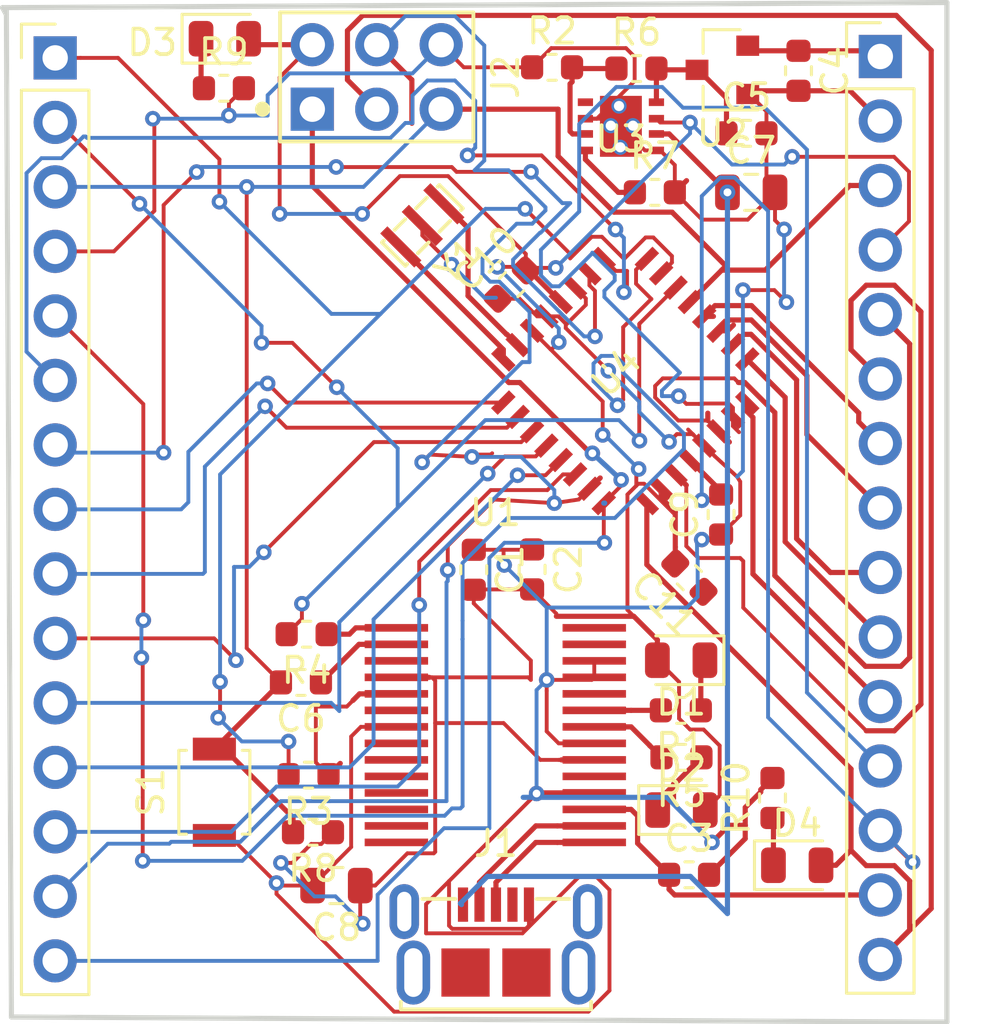
<source format=kicad_pcb>
(kicad_pcb (version 20171130) (host pcbnew "(5.0.2)-1")

  (general
    (thickness 1.6)
    (drawings 6)
    (tracks 780)
    (zones 0)
    (modules 35)
    (nets 67)
  )

  (page USLetter)
  (title_block
    (company "Olin Colleg eof Engineering")
  )

  (layers
    (0 F.Cu signal)
    (31 B.Cu signal)
    (32 B.Adhes user)
    (33 F.Adhes user)
    (34 B.Paste user)
    (35 F.Paste user)
    (36 B.SilkS user)
    (37 F.SilkS user)
    (38 B.Mask user)
    (39 F.Mask user)
    (40 Dwgs.User user)
    (41 Cmts.User user)
    (42 Eco1.User user)
    (43 Eco2.User user)
    (44 Edge.Cuts user)
    (45 Margin user)
    (46 B.CrtYd user)
    (47 F.CrtYd user)
    (48 B.Fab user)
    (49 F.Fab user hide)
  )

  (setup
    (last_trace_width 0.1524)
    (user_trace_width 0.1524)
    (user_trace_width 0.2032)
    (user_trace_width 0.254)
    (user_trace_width 0.3048)
    (user_trace_width 0.381)
    (user_trace_width 0.508)
    (user_trace_width 0.635)
    (user_trace_width 1.016)
    (trace_clearance 0.2032)
    (zone_clearance 0.508)
    (zone_45_only no)
    (trace_min 0.1524)
    (segment_width 0.2)
    (edge_width 0.15)
    (via_size 0.6096)
    (via_drill 0.3048)
    (via_min_size 0.508)
    (via_min_drill 0.3048)
    (user_via 0.508 0.3048)
    (user_via 0.6096 0.3048)
    (user_via 0.9398 0.508)
    (user_via 1.0414 0.508)
    (user_via 1.4224 0.7366)
    (user_via 1.524 1.016)
    (user_via 1.905 1.016)
    (user_via 4.064 3.175)
    (uvia_size 0.3)
    (uvia_drill 0.1)
    (uvias_allowed no)
    (uvia_min_size 0.2)
    (uvia_min_drill 0.1)
    (pcb_text_width 0.3)
    (pcb_text_size 1.5 1.5)
    (mod_edge_width 0.15)
    (mod_text_size 1 1)
    (mod_text_width 0.15)
    (pad_size 1.524 1.524)
    (pad_drill 0.762)
    (pad_to_mask_clearance 0.2)
    (solder_mask_min_width 0.25)
    (aux_axis_origin 0 0)
    (visible_elements 7FFFFF7F)
    (pcbplotparams
      (layerselection 0x010fc_ffffffff)
      (usegerberextensions false)
      (usegerberattributes false)
      (usegerberadvancedattributes false)
      (creategerberjobfile false)
      (excludeedgelayer true)
      (linewidth 0.100000)
      (plotframeref false)
      (viasonmask false)
      (mode 1)
      (useauxorigin true)
      (hpglpennumber 1)
      (hpglpenspeed 20)
      (hpglpendiameter 15.000000)
      (psnegative false)
      (psa4output false)
      (plotreference true)
      (plotvalue true)
      (plotinvisibletext false)
      (padsonsilk false)
      (subtractmaskfromsilk true)
      (outputformat 1)
      (mirror false)
      (drillshape 0)
      (scaleselection 1)
      (outputdirectory ""))
  )

  (net 0 "")
  (net 1 +5V)
  (net 2 GND)
  (net 3 +3V3)
  (net 4 /VIN)
  (net 5 "Net-(C5-Pad1)")
  (net 6 /RESET)
  (net 7 "Net-(C6-Pad1)")
  (net 8 "Net-(C7-Pad1)")
  (net 9 /AREF)
  (net 10 "Net-(D1-Pad1)")
  (net 11 "Net-(D2-Pad1)")
  (net 12 "Net-(D3-Pad1)")
  (net 13 "Net-(D4-Pad1)")
  (net 14 /D13)
  (net 15 "Net-(J1-Pad2)")
  (net 16 "Net-(J1-Pad3)")
  (net 17 "Net-(J1-Pad4)")
  (net 18 "Net-(J1-Pad11)")
  (net 19 "Net-(J1-Pad6)")
  (net 20 "Net-(J1-Pad10)")
  (net 21 "Net-(J1-Pad7)")
  (net 22 "Net-(J1-Pad9)")
  (net 23 "Net-(J1-Pad8)")
  (net 24 /D12)
  (net 25 /D11)
  (net 26 /A7)
  (net 27 /A6)
  (net 28 /A5)
  (net 29 /A4)
  (net 30 /A3)
  (net 31 /A2)
  (net 32 /A1)
  (net 33 /A0)
  (net 34 /D10)
  (net 35 /D9)
  (net 36 /D8)
  (net 37 /D7)
  (net 38 /D6)
  (net 39 /D5)
  (net 40 /D4)
  (net 41 /D3)
  (net 42 /D2)
  (net 43 /D0)
  (net 44 /D1)
  (net 45 "Net-(R1-Pad2)")
  (net 46 "Net-(R2-Pad2)")
  (net 47 "Net-(R3-Pad1)")
  (net 48 "Net-(R4-Pad1)")
  (net 49 "Net-(R5-Pad2)")
  (net 50 "Net-(R7-Pad1)")
  (net 51 "Net-(U1-Pad3)")
  (net 52 "Net-(U1-Pad6)")
  (net 53 "Net-(U1-Pad8)")
  (net 54 "Net-(U1-Pad9)")
  (net 55 "Net-(U1-Pad10)")
  (net 56 "Net-(U1-Pad11)")
  (net 57 "Net-(U1-Pad12)")
  (net 58 "Net-(U1-Pad13)")
  (net 59 "Net-(U1-Pad14)")
  (net 60 "Net-(U1-Pad19)")
  (net 61 "Net-(U1-Pad24)")
  (net 62 "Net-(U1-Pad27)")
  (net 63 "Net-(U1-Pad28)")
  (net 64 "Net-(U3-Pad1)")
  (net 65 "Net-(U4-Pad7)")
  (net 66 "Net-(U4-Pad8)")

  (net_class Default "This is the default net class."
    (clearance 0.2032)
    (trace_width 0.2032)
    (via_dia 0.6096)
    (via_drill 0.3048)
    (uvia_dia 0.3)
    (uvia_drill 0.1)
    (add_net +3V3)
    (add_net +5V)
    (add_net /A0)
    (add_net /A1)
    (add_net /A2)
    (add_net /A3)
    (add_net /A4)
    (add_net /A5)
    (add_net /A6)
    (add_net /A7)
    (add_net /AREF)
    (add_net /D0)
    (add_net /D1)
    (add_net /D10)
    (add_net /D11)
    (add_net /D12)
    (add_net /D13)
    (add_net /D2)
    (add_net /D3)
    (add_net /D4)
    (add_net /D5)
    (add_net /D6)
    (add_net /D7)
    (add_net /D8)
    (add_net /D9)
    (add_net /RESET)
    (add_net /VIN)
    (add_net GND)
    (add_net "Net-(C5-Pad1)")
    (add_net "Net-(C6-Pad1)")
    (add_net "Net-(C7-Pad1)")
    (add_net "Net-(D1-Pad1)")
    (add_net "Net-(D2-Pad1)")
    (add_net "Net-(D3-Pad1)")
    (add_net "Net-(D4-Pad1)")
    (add_net "Net-(J1-Pad10)")
    (add_net "Net-(J1-Pad11)")
    (add_net "Net-(J1-Pad2)")
    (add_net "Net-(J1-Pad3)")
    (add_net "Net-(J1-Pad4)")
    (add_net "Net-(J1-Pad6)")
    (add_net "Net-(J1-Pad7)")
    (add_net "Net-(J1-Pad8)")
    (add_net "Net-(J1-Pad9)")
    (add_net "Net-(R1-Pad2)")
    (add_net "Net-(R2-Pad2)")
    (add_net "Net-(R3-Pad1)")
    (add_net "Net-(R4-Pad1)")
    (add_net "Net-(R5-Pad2)")
    (add_net "Net-(R7-Pad1)")
    (add_net "Net-(U1-Pad10)")
    (add_net "Net-(U1-Pad11)")
    (add_net "Net-(U1-Pad12)")
    (add_net "Net-(U1-Pad13)")
    (add_net "Net-(U1-Pad14)")
    (add_net "Net-(U1-Pad19)")
    (add_net "Net-(U1-Pad24)")
    (add_net "Net-(U1-Pad27)")
    (add_net "Net-(U1-Pad28)")
    (add_net "Net-(U1-Pad3)")
    (add_net "Net-(U1-Pad6)")
    (add_net "Net-(U1-Pad8)")
    (add_net "Net-(U1-Pad9)")
    (add_net "Net-(U3-Pad1)")
    (add_net "Net-(U4-Pad7)")
    (add_net "Net-(U4-Pad8)")
  )

  (module Resistor_SMD:R_0603_1608Metric (layer F.Cu) (tedit 5B301BBD) (tstamp 5C8A6FBF)
    (at 128.9875 66.325 180)
    (descr "Resistor SMD 0603 (1608 Metric), square (rectangular) end terminal, IPC_7351 nominal, (Body size source: http://www.tortai-tech.com/upload/download/2011102023233369053.pdf), generated with kicad-footprint-generator")
    (tags resistor)
    (path /5C518C6D)
    (attr smd)
    (fp_text reference R3 (at 0 -1.43 180) (layer F.SilkS)
      (effects (font (size 1 1) (thickness 0.15)))
    )
    (fp_text value 1K (at 0 1.43 180) (layer F.Fab)
      (effects (font (size 1 1) (thickness 0.15)))
    )
    (fp_line (start -0.8 0.4) (end -0.8 -0.4) (layer F.Fab) (width 0.1))
    (fp_line (start -0.8 -0.4) (end 0.8 -0.4) (layer F.Fab) (width 0.1))
    (fp_line (start 0.8 -0.4) (end 0.8 0.4) (layer F.Fab) (width 0.1))
    (fp_line (start 0.8 0.4) (end -0.8 0.4) (layer F.Fab) (width 0.1))
    (fp_line (start -0.162779 -0.51) (end 0.162779 -0.51) (layer F.SilkS) (width 0.12))
    (fp_line (start -0.162779 0.51) (end 0.162779 0.51) (layer F.SilkS) (width 0.12))
    (fp_line (start -1.48 0.73) (end -1.48 -0.73) (layer F.CrtYd) (width 0.05))
    (fp_line (start -1.48 -0.73) (end 1.48 -0.73) (layer F.CrtYd) (width 0.05))
    (fp_line (start 1.48 -0.73) (end 1.48 0.73) (layer F.CrtYd) (width 0.05))
    (fp_line (start 1.48 0.73) (end -1.48 0.73) (layer F.CrtYd) (width 0.05))
    (fp_text user %R (at 0 0 180) (layer F.Fab)
      (effects (font (size 0.4 0.4) (thickness 0.06)))
    )
    (pad 1 smd roundrect (at -0.7875 0 180) (size 0.875 0.95) (layers F.Cu F.Paste F.Mask) (roundrect_rratio 0.25)
      (net 47 "Net-(R3-Pad1)"))
    (pad 2 smd roundrect (at 0.7875 0 180) (size 0.875 0.95) (layers F.Cu F.Paste F.Mask) (roundrect_rratio 0.25)
      (net 44 /D1))
    (model ${KISYS3DMOD}/Resistor_SMD.3dshapes/R_0603_1608Metric.wrl
      (at (xyz 0 0 0))
      (scale (xyz 1 1 1))
      (rotate (xyz 0 0 0))
    )
  )

  (module Capacitor_SMD:C_0603_1608Metric (layer F.Cu) (tedit 5B301BBE) (tstamp 5C8A6E2D)
    (at 135.5 58.2375 270)
    (descr "Capacitor SMD 0603 (1608 Metric), square (rectangular) end terminal, IPC_7351 nominal, (Body size source: http://www.tortai-tech.com/upload/download/2011102023233369053.pdf), generated with kicad-footprint-generator")
    (tags capacitor)
    (path /5C50F61A)
    (attr smd)
    (fp_text reference C1 (at 0 -1.43 270) (layer F.SilkS)
      (effects (font (size 1 1) (thickness 0.15)))
    )
    (fp_text value 0.1µF (at 0 1.43 270) (layer F.Fab)
      (effects (font (size 1 1) (thickness 0.15)))
    )
    (fp_text user %R (at 0 0 270) (layer F.Fab)
      (effects (font (size 0.4 0.4) (thickness 0.06)))
    )
    (fp_line (start 1.48 0.73) (end -1.48 0.73) (layer F.CrtYd) (width 0.05))
    (fp_line (start 1.48 -0.73) (end 1.48 0.73) (layer F.CrtYd) (width 0.05))
    (fp_line (start -1.48 -0.73) (end 1.48 -0.73) (layer F.CrtYd) (width 0.05))
    (fp_line (start -1.48 0.73) (end -1.48 -0.73) (layer F.CrtYd) (width 0.05))
    (fp_line (start -0.162779 0.51) (end 0.162779 0.51) (layer F.SilkS) (width 0.12))
    (fp_line (start -0.162779 -0.51) (end 0.162779 -0.51) (layer F.SilkS) (width 0.12))
    (fp_line (start 0.8 0.4) (end -0.8 0.4) (layer F.Fab) (width 0.1))
    (fp_line (start 0.8 -0.4) (end 0.8 0.4) (layer F.Fab) (width 0.1))
    (fp_line (start -0.8 -0.4) (end 0.8 -0.4) (layer F.Fab) (width 0.1))
    (fp_line (start -0.8 0.4) (end -0.8 -0.4) (layer F.Fab) (width 0.1))
    (pad 2 smd roundrect (at 0.7875 0 270) (size 0.875 0.95) (layers F.Cu F.Paste F.Mask) (roundrect_rratio 0.25)
      (net 1 +5V))
    (pad 1 smd roundrect (at -0.7875 0 270) (size 0.875 0.95) (layers F.Cu F.Paste F.Mask) (roundrect_rratio 0.25)
      (net 2 GND))
    (model ${KISYS3DMOD}/Capacitor_SMD.3dshapes/C_0603_1608Metric.wrl
      (at (xyz 0 0 0))
      (scale (xyz 1 1 1))
      (rotate (xyz 0 0 0))
    )
  )

  (module Capacitor_SMD:C_0603_1608Metric (layer F.Cu) (tedit 5B301BBE) (tstamp 5C8A6E3E)
    (at 137.8 58.225 270)
    (descr "Capacitor SMD 0603 (1608 Metric), square (rectangular) end terminal, IPC_7351 nominal, (Body size source: http://www.tortai-tech.com/upload/download/2011102023233369053.pdf), generated with kicad-footprint-generator")
    (tags capacitor)
    (path /5C5069D4)
    (attr smd)
    (fp_text reference C2 (at 0 -1.43 270) (layer F.SilkS)
      (effects (font (size 1 1) (thickness 0.15)))
    )
    (fp_text value 0.1µF (at 0 1.43 270) (layer F.Fab)
      (effects (font (size 1 1) (thickness 0.15)))
    )
    (fp_line (start -0.8 0.4) (end -0.8 -0.4) (layer F.Fab) (width 0.1))
    (fp_line (start -0.8 -0.4) (end 0.8 -0.4) (layer F.Fab) (width 0.1))
    (fp_line (start 0.8 -0.4) (end 0.8 0.4) (layer F.Fab) (width 0.1))
    (fp_line (start 0.8 0.4) (end -0.8 0.4) (layer F.Fab) (width 0.1))
    (fp_line (start -0.162779 -0.51) (end 0.162779 -0.51) (layer F.SilkS) (width 0.12))
    (fp_line (start -0.162779 0.51) (end 0.162779 0.51) (layer F.SilkS) (width 0.12))
    (fp_line (start -1.48 0.73) (end -1.48 -0.73) (layer F.CrtYd) (width 0.05))
    (fp_line (start -1.48 -0.73) (end 1.48 -0.73) (layer F.CrtYd) (width 0.05))
    (fp_line (start 1.48 -0.73) (end 1.48 0.73) (layer F.CrtYd) (width 0.05))
    (fp_line (start 1.48 0.73) (end -1.48 0.73) (layer F.CrtYd) (width 0.05))
    (fp_text user %R (at 0 0 270) (layer F.Fab)
      (effects (font (size 0.4 0.4) (thickness 0.06)))
    )
    (pad 1 smd roundrect (at -0.7875 0 270) (size 0.875 0.95) (layers F.Cu F.Paste F.Mask) (roundrect_rratio 0.25)
      (net 2 GND))
    (pad 2 smd roundrect (at 0.7875 0 270) (size 0.875 0.95) (layers F.Cu F.Paste F.Mask) (roundrect_rratio 0.25)
      (net 1 +5V))
    (model ${KISYS3DMOD}/Capacitor_SMD.3dshapes/C_0603_1608Metric.wrl
      (at (xyz 0 0 0))
      (scale (xyz 1 1 1))
      (rotate (xyz 0 0 0))
    )
  )

  (module Capacitor_SMD:C_0603_1608Metric (layer F.Cu) (tedit 5C7F3E57) (tstamp 5C8A6E4F)
    (at 143.9875 70.25)
    (descr "Capacitor SMD 0603 (1608 Metric), square (rectangular) end terminal, IPC_7351 nominal, (Body size source: http://www.tortai-tech.com/upload/download/2011102023233369053.pdf), generated with kicad-footprint-generator")
    (tags capacitor)
    (path /5C4E2BC5)
    (attr smd)
    (fp_text reference C3 (at 0 -1.43) (layer F.SilkS)
      (effects (font (size 1 1) (thickness 0.15)))
    )
    (fp_text value 0.1µF (at 0 1.43) (layer F.Fab)
      (effects (font (size 1 1) (thickness 0.15)))
    )
    (fp_line (start -0.8 0.4) (end -0.8 -0.4) (layer F.Fab) (width 0.1))
    (fp_line (start -0.8 -0.4) (end 0.8 -0.4) (layer F.Fab) (width 0.1))
    (fp_line (start 0.8 -0.4) (end 0.8 0.4) (layer F.Fab) (width 0.1))
    (fp_line (start 0.8 0.4) (end -0.8 0.4) (layer F.Fab) (width 0.1))
    (fp_line (start -0.162779 -0.51) (end 0.162779 -0.51) (layer F.SilkS) (width 0.12))
    (fp_line (start -0.162779 0.51) (end 0.162779 0.51) (layer F.SilkS) (width 0.12))
    (fp_line (start -1.48 0.73) (end -1.48 -0.73) (layer F.CrtYd) (width 0.05))
    (fp_line (start -1.48 -0.73) (end 1.48 -0.73) (layer F.CrtYd) (width 0.05))
    (fp_line (start 1.48 -0.73) (end 1.48 0.73) (layer F.CrtYd) (width 0.05))
    (fp_line (start 1.48 0.73) (end -1.48 0.73) (layer F.CrtYd) (width 0.05))
    (fp_text user %R (at 0 0) (layer F.Fab)
      (effects (font (size 0.4 0.4) (thickness 0.06)))
    )
    (pad 1 smd roundrect (at -0.7875 0) (size 0.875 0.95) (layers F.Cu F.Paste F.Mask) (roundrect_rratio 0.25)
      (net 3 +3V3))
    (pad 2 smd roundrect (at 0.7875 0) (size 0.875 0.95) (layers F.Cu F.Paste F.Mask) (roundrect_rratio 0.25)
      (net 2 GND))
    (model ${KISYS3DMOD}/Capacitor_SMD.3dshapes/C_0603_1608Metric.wrl
      (at (xyz 0 0 0))
      (scale (xyz 1 1 1))
      (rotate (xyz 0 0 0))
    )
  )

  (module Capacitor_SMD:C_0603_1608Metric (layer F.Cu) (tedit 5B301BBE) (tstamp 5C8A6E60)
    (at 148.3 38.5875 270)
    (descr "Capacitor SMD 0603 (1608 Metric), square (rectangular) end terminal, IPC_7351 nominal, (Body size source: http://www.tortai-tech.com/upload/download/2011102023233369053.pdf), generated with kicad-footprint-generator")
    (tags capacitor)
    (path /5C539746)
    (attr smd)
    (fp_text reference C4 (at 0 -1.43 270) (layer F.SilkS)
      (effects (font (size 1 1) (thickness 0.15)))
    )
    (fp_text value 1µF (at 0 1.43 270) (layer F.Fab)
      (effects (font (size 1 1) (thickness 0.15)))
    )
    (fp_line (start -0.8 0.4) (end -0.8 -0.4) (layer F.Fab) (width 0.1))
    (fp_line (start -0.8 -0.4) (end 0.8 -0.4) (layer F.Fab) (width 0.1))
    (fp_line (start 0.8 -0.4) (end 0.8 0.4) (layer F.Fab) (width 0.1))
    (fp_line (start 0.8 0.4) (end -0.8 0.4) (layer F.Fab) (width 0.1))
    (fp_line (start -0.162779 -0.51) (end 0.162779 -0.51) (layer F.SilkS) (width 0.12))
    (fp_line (start -0.162779 0.51) (end 0.162779 0.51) (layer F.SilkS) (width 0.12))
    (fp_line (start -1.48 0.73) (end -1.48 -0.73) (layer F.CrtYd) (width 0.05))
    (fp_line (start -1.48 -0.73) (end 1.48 -0.73) (layer F.CrtYd) (width 0.05))
    (fp_line (start 1.48 -0.73) (end 1.48 0.73) (layer F.CrtYd) (width 0.05))
    (fp_line (start 1.48 0.73) (end -1.48 0.73) (layer F.CrtYd) (width 0.05))
    (fp_text user %R (at 7.7875 -1.75 270) (layer F.Fab)
      (effects (font (size 0.4 0.4) (thickness 0.06)))
    )
    (pad 1 smd roundrect (at -0.7875 0 270) (size 0.875 0.95) (layers F.Cu F.Paste F.Mask) (roundrect_rratio 0.25)
      (net 4 /VIN))
    (pad 2 smd roundrect (at 0.7875 0 270) (size 0.875 0.95) (layers F.Cu F.Paste F.Mask) (roundrect_rratio 0.25)
      (net 2 GND))
    (model ${KISYS3DMOD}/Capacitor_SMD.3dshapes/C_0603_1608Metric.wrl
      (at (xyz 0 0 0))
      (scale (xyz 1 1 1))
      (rotate (xyz 0 0 0))
    )
  )

  (module Capacitor_SMD:C_0603_1608Metric (layer F.Cu) (tedit 5C7F33D8) (tstamp 5C8A6E71)
    (at 146.25 41.05)
    (descr "Capacitor SMD 0603 (1608 Metric), square (rectangular) end terminal, IPC_7351 nominal, (Body size source: http://www.tortai-tech.com/upload/download/2011102023233369053.pdf), generated with kicad-footprint-generator")
    (tags capacitor)
    (path /5C53748B)
    (attr smd)
    (fp_text reference C5 (at 0 -1.43) (layer F.SilkS)
      (effects (font (size 1 1) (thickness 0.15)))
    )
    (fp_text value 1µF (at 0 1.43) (layer F.Fab)
      (effects (font (size 1 1) (thickness 0.15)))
    )
    (fp_text user %R (at 0 0) (layer F.Fab)
      (effects (font (size 0.4 0.4) (thickness 0.06)))
    )
    (fp_line (start 1.48 0.73) (end -1.48 0.73) (layer F.CrtYd) (width 0.05))
    (fp_line (start 1.48 -0.73) (end 1.48 0.73) (layer F.CrtYd) (width 0.05))
    (fp_line (start -1.48 -0.73) (end 1.48 -0.73) (layer F.CrtYd) (width 0.05))
    (fp_line (start -1.48 0.73) (end -1.48 -0.73) (layer F.CrtYd) (width 0.05))
    (fp_line (start -0.162779 0.51) (end 0.162779 0.51) (layer F.SilkS) (width 0.12))
    (fp_line (start -0.162779 -0.51) (end 0.162779 -0.51) (layer F.SilkS) (width 0.12))
    (fp_line (start 0.8 0.4) (end -0.8 0.4) (layer F.Fab) (width 0.1))
    (fp_line (start 0.8 -0.4) (end 0.8 0.4) (layer F.Fab) (width 0.1))
    (fp_line (start -0.8 -0.4) (end 0.8 -0.4) (layer F.Fab) (width 0.1))
    (fp_line (start -0.8 0.4) (end -0.8 -0.4) (layer F.Fab) (width 0.1))
    (pad 2 smd roundrect (at 0.7875 0) (size 0.875 0.95) (layers F.Cu F.Paste F.Mask) (roundrect_rratio 0.25)
      (net 2 GND))
    (pad 1 smd roundrect (at -0.7875 0) (size 0.875 0.95) (layers F.Cu F.Paste F.Mask) (roundrect_rratio 0.25)
      (net 5 "Net-(C5-Pad1)"))
    (model ${KISYS3DMOD}/Capacitor_SMD.3dshapes/C_0603_1608Metric.wrl
      (at (xyz 0 0 0))
      (scale (xyz 1 1 1))
      (rotate (xyz 0 0 0))
    )
  )

  (module Capacitor_SMD:C_0603_1608Metric (layer F.Cu) (tedit 5B301BBE) (tstamp 5C8A6E82)
    (at 128.6875 62.675 180)
    (descr "Capacitor SMD 0603 (1608 Metric), square (rectangular) end terminal, IPC_7351 nominal, (Body size source: http://www.tortai-tech.com/upload/download/2011102023233369053.pdf), generated with kicad-footprint-generator")
    (tags capacitor)
    (path /5C4F800E)
    (attr smd)
    (fp_text reference C6 (at 0 -1.43 180) (layer F.SilkS)
      (effects (font (size 1 1) (thickness 0.15)))
    )
    (fp_text value 0.1µF (at 0 1.43 180) (layer F.Fab)
      (effects (font (size 1 1) (thickness 0.15)))
    )
    (fp_text user %R (at 0 0 180) (layer F.Fab)
      (effects (font (size 0.4 0.4) (thickness 0.06)))
    )
    (fp_line (start 1.48 0.73) (end -1.48 0.73) (layer F.CrtYd) (width 0.05))
    (fp_line (start 1.48 -0.73) (end 1.48 0.73) (layer F.CrtYd) (width 0.05))
    (fp_line (start -1.48 -0.73) (end 1.48 -0.73) (layer F.CrtYd) (width 0.05))
    (fp_line (start -1.48 0.73) (end -1.48 -0.73) (layer F.CrtYd) (width 0.05))
    (fp_line (start -0.162779 0.51) (end 0.162779 0.51) (layer F.SilkS) (width 0.12))
    (fp_line (start -0.162779 -0.51) (end 0.162779 -0.51) (layer F.SilkS) (width 0.12))
    (fp_line (start 0.8 0.4) (end -0.8 0.4) (layer F.Fab) (width 0.1))
    (fp_line (start 0.8 -0.4) (end 0.8 0.4) (layer F.Fab) (width 0.1))
    (fp_line (start -0.8 -0.4) (end 0.8 -0.4) (layer F.Fab) (width 0.1))
    (fp_line (start -0.8 0.4) (end -0.8 -0.4) (layer F.Fab) (width 0.1))
    (pad 2 smd roundrect (at 0.7875 0 180) (size 0.875 0.95) (layers F.Cu F.Paste F.Mask) (roundrect_rratio 0.25)
      (net 6 /RESET))
    (pad 1 smd roundrect (at -0.7875 0 180) (size 0.875 0.95) (layers F.Cu F.Paste F.Mask) (roundrect_rratio 0.25)
      (net 7 "Net-(C6-Pad1)"))
    (model ${KISYS3DMOD}/Capacitor_SMD.3dshapes/C_0603_1608Metric.wrl
      (at (xyz 0 0 0))
      (scale (xyz 1 1 1))
      (rotate (xyz 0 0 0))
    )
  )

  (module Capacitor_SMD:C_0805_2012Metric (layer F.Cu) (tedit 5B36C52B) (tstamp 5C8A6E93)
    (at 146.4375 43.375)
    (descr "Capacitor SMD 0805 (2012 Metric), square (rectangular) end terminal, IPC_7351 nominal, (Body size source: https://docs.google.com/spreadsheets/d/1BsfQQcO9C6DZCsRaXUlFlo91Tg2WpOkGARC1WS5S8t0/edit?usp=sharing), generated with kicad-footprint-generator")
    (tags capacitor)
    (path /5C547786)
    (attr smd)
    (fp_text reference C7 (at 0 -1.65) (layer F.SilkS)
      (effects (font (size 1 1) (thickness 0.15)))
    )
    (fp_text value 10µF (at 0 1.65) (layer F.Fab)
      (effects (font (size 1 1) (thickness 0.15)))
    )
    (fp_text user %R (at -0.5125 -0.15) (layer F.Fab)
      (effects (font (size 0.5 0.5) (thickness 0.08)))
    )
    (fp_line (start 1.68 0.95) (end -1.68 0.95) (layer F.CrtYd) (width 0.05))
    (fp_line (start 1.68 -0.95) (end 1.68 0.95) (layer F.CrtYd) (width 0.05))
    (fp_line (start -1.68 -0.95) (end 1.68 -0.95) (layer F.CrtYd) (width 0.05))
    (fp_line (start -1.68 0.95) (end -1.68 -0.95) (layer F.CrtYd) (width 0.05))
    (fp_line (start -0.258578 0.71) (end 0.258578 0.71) (layer F.SilkS) (width 0.12))
    (fp_line (start -0.258578 -0.71) (end 0.258578 -0.71) (layer F.SilkS) (width 0.12))
    (fp_line (start 1 0.6) (end -1 0.6) (layer F.Fab) (width 0.1))
    (fp_line (start 1 -0.6) (end 1 0.6) (layer F.Fab) (width 0.1))
    (fp_line (start -1 -0.6) (end 1 -0.6) (layer F.Fab) (width 0.1))
    (fp_line (start -1 0.6) (end -1 -0.6) (layer F.Fab) (width 0.1))
    (pad 2 smd roundrect (at 0.9375 0) (size 0.975 1.4) (layers F.Cu F.Paste F.Mask) (roundrect_rratio 0.25)
      (net 2 GND))
    (pad 1 smd roundrect (at -0.9375 0) (size 0.975 1.4) (layers F.Cu F.Paste F.Mask) (roundrect_rratio 0.25)
      (net 8 "Net-(C7-Pad1)"))
    (model ${KISYS3DMOD}/Capacitor_SMD.3dshapes/C_0805_2012Metric.wrl
      (at (xyz 0 0 0))
      (scale (xyz 1 1 1))
      (rotate (xyz 0 0 0))
    )
  )

  (module Capacitor_SMD:C_0805_2012Metric (layer F.Cu) (tedit 5B36C52B) (tstamp 5C8A6EA4)
    (at 130.0875 70.675 180)
    (descr "Capacitor SMD 0805 (2012 Metric), square (rectangular) end terminal, IPC_7351 nominal, (Body size source: https://docs.google.com/spreadsheets/d/1BsfQQcO9C6DZCsRaXUlFlo91Tg2WpOkGARC1WS5S8t0/edit?usp=sharing), generated with kicad-footprint-generator")
    (tags capacitor)
    (path /5C4E1AC6)
    (attr smd)
    (fp_text reference C8 (at 0 -1.65 180) (layer F.SilkS)
      (effects (font (size 1 1) (thickness 0.15)))
    )
    (fp_text value 10µF (at 0 1.65 180) (layer F.Fab)
      (effects (font (size 1 1) (thickness 0.15)))
    )
    (fp_line (start -1 0.6) (end -1 -0.6) (layer F.Fab) (width 0.1))
    (fp_line (start -1 -0.6) (end 1 -0.6) (layer F.Fab) (width 0.1))
    (fp_line (start 1 -0.6) (end 1 0.6) (layer F.Fab) (width 0.1))
    (fp_line (start 1 0.6) (end -1 0.6) (layer F.Fab) (width 0.1))
    (fp_line (start -0.258578 -0.71) (end 0.258578 -0.71) (layer F.SilkS) (width 0.12))
    (fp_line (start -0.258578 0.71) (end 0.258578 0.71) (layer F.SilkS) (width 0.12))
    (fp_line (start -1.68 0.95) (end -1.68 -0.95) (layer F.CrtYd) (width 0.05))
    (fp_line (start -1.68 -0.95) (end 1.68 -0.95) (layer F.CrtYd) (width 0.05))
    (fp_line (start 1.68 -0.95) (end 1.68 0.95) (layer F.CrtYd) (width 0.05))
    (fp_line (start 1.68 0.95) (end -1.68 0.95) (layer F.CrtYd) (width 0.05))
    (fp_text user %R (at 0 0 180) (layer F.Fab)
      (effects (font (size 0.5 0.5) (thickness 0.08)))
    )
    (pad 1 smd roundrect (at -0.9375 0 180) (size 0.975 1.4) (layers F.Cu F.Paste F.Mask) (roundrect_rratio 0.25)
      (net 1 +5V))
    (pad 2 smd roundrect (at 0.9375 0 180) (size 0.975 1.4) (layers F.Cu F.Paste F.Mask) (roundrect_rratio 0.25)
      (net 2 GND))
    (model ${KISYS3DMOD}/Capacitor_SMD.3dshapes/C_0805_2012Metric.wrl
      (at (xyz 0 0 0))
      (scale (xyz 1 1 1))
      (rotate (xyz 0 0 0))
    )
  )

  (module Capacitor_SMD:C_0603_1608Metric (layer F.Cu) (tedit 5B301BBE) (tstamp 5C8A6EB5)
    (at 145.25 56.0625 90)
    (descr "Capacitor SMD 0603 (1608 Metric), square (rectangular) end terminal, IPC_7351 nominal, (Body size source: http://www.tortai-tech.com/upload/download/2011102023233369053.pdf), generated with kicad-footprint-generator")
    (tags capacitor)
    (path /5C4F4B08)
    (attr smd)
    (fp_text reference C9 (at 0 -1.43 90) (layer F.SilkS)
      (effects (font (size 1 1) (thickness 0.15)))
    )
    (fp_text value 0.1µF (at 0 1.43 90) (layer F.Fab)
      (effects (font (size 1 1) (thickness 0.15)))
    )
    (fp_line (start -0.8 0.4) (end -0.8 -0.4) (layer F.Fab) (width 0.1))
    (fp_line (start -0.8 -0.4) (end 0.8 -0.4) (layer F.Fab) (width 0.1))
    (fp_line (start 0.8 -0.4) (end 0.8 0.4) (layer F.Fab) (width 0.1))
    (fp_line (start 0.8 0.4) (end -0.8 0.4) (layer F.Fab) (width 0.1))
    (fp_line (start -0.162779 -0.51) (end 0.162779 -0.51) (layer F.SilkS) (width 0.12))
    (fp_line (start -0.162779 0.51) (end 0.162779 0.51) (layer F.SilkS) (width 0.12))
    (fp_line (start -1.48 0.73) (end -1.48 -0.73) (layer F.CrtYd) (width 0.05))
    (fp_line (start -1.48 -0.73) (end 1.48 -0.73) (layer F.CrtYd) (width 0.05))
    (fp_line (start 1.48 -0.73) (end 1.48 0.73) (layer F.CrtYd) (width 0.05))
    (fp_line (start 1.48 0.73) (end -1.48 0.73) (layer F.CrtYd) (width 0.05))
    (fp_text user %R (at 0 0 90) (layer F.Fab)
      (effects (font (size 0.4 0.4) (thickness 0.06)))
    )
    (pad 1 smd roundrect (at -0.7875 0 90) (size 0.875 0.95) (layers F.Cu F.Paste F.Mask) (roundrect_rratio 0.25)
      (net 2 GND))
    (pad 2 smd roundrect (at 0.7875 0 90) (size 0.875 0.95) (layers F.Cu F.Paste F.Mask) (roundrect_rratio 0.25)
      (net 9 /AREF))
    (model ${KISYS3DMOD}/Capacitor_SMD.3dshapes/C_0603_1608Metric.wrl
      (at (xyz 0 0 0))
      (scale (xyz 1 1 1))
      (rotate (xyz 0 0 0))
    )
  )

  (module Capacitor_SMD:C_0603_1608Metric (layer F.Cu) (tedit 5B301BBE) (tstamp 5C8A6EC6)
    (at 136.993153 47.006847 45)
    (descr "Capacitor SMD 0603 (1608 Metric), square (rectangular) end terminal, IPC_7351 nominal, (Body size source: http://www.tortai-tech.com/upload/download/2011102023233369053.pdf), generated with kicad-footprint-generator")
    (tags capacitor)
    (path /5C4F19CB)
    (attr smd)
    (fp_text reference C10 (at 0 -1.43 45) (layer F.SilkS)
      (effects (font (size 1 1) (thickness 0.15)))
    )
    (fp_text value 0.1µF (at 0 1.43 45) (layer F.Fab)
      (effects (font (size 1 1) (thickness 0.15)))
    )
    (fp_text user %R (at 0 0 45) (layer F.Fab)
      (effects (font (size 0.4 0.4) (thickness 0.06)))
    )
    (fp_line (start 1.48 0.73) (end -1.48 0.73) (layer F.CrtYd) (width 0.05))
    (fp_line (start 1.48 -0.73) (end 1.48 0.73) (layer F.CrtYd) (width 0.05))
    (fp_line (start -1.48 -0.73) (end 1.48 -0.73) (layer F.CrtYd) (width 0.05))
    (fp_line (start -1.48 0.73) (end -1.48 -0.73) (layer F.CrtYd) (width 0.05))
    (fp_line (start -0.162779 0.51) (end 0.162779 0.51) (layer F.SilkS) (width 0.12))
    (fp_line (start -0.162779 -0.51) (end 0.162779 -0.51) (layer F.SilkS) (width 0.12))
    (fp_line (start 0.8 0.4) (end -0.8 0.4) (layer F.Fab) (width 0.1))
    (fp_line (start 0.8 -0.4) (end 0.8 0.4) (layer F.Fab) (width 0.1))
    (fp_line (start -0.8 -0.4) (end 0.8 -0.4) (layer F.Fab) (width 0.1))
    (fp_line (start -0.8 0.4) (end -0.8 -0.4) (layer F.Fab) (width 0.1))
    (pad 2 smd roundrect (at 0.7875 0 45) (size 0.875 0.95) (layers F.Cu F.Paste F.Mask) (roundrect_rratio 0.25)
      (net 1 +5V))
    (pad 1 smd roundrect (at -0.7875 0 45) (size 0.875 0.95) (layers F.Cu F.Paste F.Mask) (roundrect_rratio 0.25)
      (net 2 GND))
    (model ${KISYS3DMOD}/Capacitor_SMD.3dshapes/C_0603_1608Metric.wrl
      (at (xyz 0 0 0))
      (scale (xyz 1 1 1))
      (rotate (xyz 0 0 0))
    )
  )

  (module Capacitor_SMD:C_0603_1608Metric (layer F.Cu) (tedit 5B301BBE) (tstamp 5C8A6ED7)
    (at 144 58.55 135)
    (descr "Capacitor SMD 0603 (1608 Metric), square (rectangular) end terminal, IPC_7351 nominal, (Body size source: http://www.tortai-tech.com/upload/download/2011102023233369053.pdf), generated with kicad-footprint-generator")
    (tags capacitor)
    (path /5C4F1990)
    (attr smd)
    (fp_text reference C11 (at 0 -1.43 135) (layer F.SilkS)
      (effects (font (size 1 1) (thickness 0.15)))
    )
    (fp_text value 0.1µF (at 0 1.43 135) (layer F.Fab)
      (effects (font (size 1 1) (thickness 0.15)))
    )
    (fp_line (start -0.8 0.4) (end -0.8 -0.4) (layer F.Fab) (width 0.1))
    (fp_line (start -0.8 -0.4) (end 0.8 -0.4) (layer F.Fab) (width 0.1))
    (fp_line (start 0.8 -0.4) (end 0.8 0.4) (layer F.Fab) (width 0.1))
    (fp_line (start 0.8 0.4) (end -0.8 0.4) (layer F.Fab) (width 0.1))
    (fp_line (start -0.162779 -0.51) (end 0.162779 -0.51) (layer F.SilkS) (width 0.12))
    (fp_line (start -0.162779 0.51) (end 0.162779 0.51) (layer F.SilkS) (width 0.12))
    (fp_line (start -1.48 0.73) (end -1.48 -0.73) (layer F.CrtYd) (width 0.05))
    (fp_line (start -1.48 -0.73) (end 1.48 -0.73) (layer F.CrtYd) (width 0.05))
    (fp_line (start 1.48 -0.73) (end 1.48 0.73) (layer F.CrtYd) (width 0.05))
    (fp_line (start 1.48 0.73) (end -1.48 0.73) (layer F.CrtYd) (width 0.05))
    (fp_text user %R (at 0 0 135) (layer F.Fab)
      (effects (font (size 0.4 0.4) (thickness 0.06)))
    )
    (pad 1 smd roundrect (at -0.7875 0 135) (size 0.875 0.95) (layers F.Cu F.Paste F.Mask) (roundrect_rratio 0.25)
      (net 2 GND))
    (pad 2 smd roundrect (at 0.7875 0 135) (size 0.875 0.95) (layers F.Cu F.Paste F.Mask) (roundrect_rratio 0.25)
      (net 1 +5V))
    (model ${KISYS3DMOD}/Capacitor_SMD.3dshapes/C_0603_1608Metric.wrl
      (at (xyz 0 0 0))
      (scale (xyz 1 1 1))
      (rotate (xyz 0 0 0))
    )
  )

  (module LED_SMD:LED_0805_2012Metric (layer F.Cu) (tedit 5B36C52C) (tstamp 5C8A6EEA)
    (at 143.675 61.8 180)
    (descr "LED SMD 0805 (2012 Metric), square (rectangular) end terminal, IPC_7351 nominal, (Body size source: https://docs.google.com/spreadsheets/d/1BsfQQcO9C6DZCsRaXUlFlo91Tg2WpOkGARC1WS5S8t0/edit?usp=sharing), generated with kicad-footprint-generator")
    (tags diode)
    (path /5C4E44DF)
    (attr smd)
    (fp_text reference D1 (at 0 -1.65 180) (layer F.SilkS)
      (effects (font (size 1 1) (thickness 0.15)))
    )
    (fp_text value RX (at 0 1.65 180) (layer F.Fab)
      (effects (font (size 1 1) (thickness 0.15)))
    )
    (fp_text user %R (at 0 0 180) (layer F.Fab)
      (effects (font (size 0.5 0.5) (thickness 0.08)))
    )
    (fp_line (start 1.68 0.95) (end -1.68 0.95) (layer F.CrtYd) (width 0.05))
    (fp_line (start 1.68 -0.95) (end 1.68 0.95) (layer F.CrtYd) (width 0.05))
    (fp_line (start -1.68 -0.95) (end 1.68 -0.95) (layer F.CrtYd) (width 0.05))
    (fp_line (start -1.68 0.95) (end -1.68 -0.95) (layer F.CrtYd) (width 0.05))
    (fp_line (start -1.685 0.96) (end 1 0.96) (layer F.SilkS) (width 0.12))
    (fp_line (start -1.685 -0.96) (end -1.685 0.96) (layer F.SilkS) (width 0.12))
    (fp_line (start 1 -0.96) (end -1.685 -0.96) (layer F.SilkS) (width 0.12))
    (fp_line (start 1 0.6) (end 1 -0.6) (layer F.Fab) (width 0.1))
    (fp_line (start -1 0.6) (end 1 0.6) (layer F.Fab) (width 0.1))
    (fp_line (start -1 -0.3) (end -1 0.6) (layer F.Fab) (width 0.1))
    (fp_line (start -0.7 -0.6) (end -1 -0.3) (layer F.Fab) (width 0.1))
    (fp_line (start 1 -0.6) (end -0.7 -0.6) (layer F.Fab) (width 0.1))
    (pad 2 smd roundrect (at 0.9375 0 180) (size 0.975 1.4) (layers F.Cu F.Paste F.Mask) (roundrect_rratio 0.25)
      (net 1 +5V))
    (pad 1 smd roundrect (at -0.9375 0 180) (size 0.975 1.4) (layers F.Cu F.Paste F.Mask) (roundrect_rratio 0.25)
      (net 10 "Net-(D1-Pad1)"))
    (model ${KISYS3DMOD}/LED_SMD.3dshapes/LED_0805_2012Metric.wrl
      (at (xyz 0 0 0))
      (scale (xyz 1 1 1))
      (rotate (xyz 0 0 0))
    )
  )

  (module LED_SMD:LED_0805_2012Metric (layer F.Cu) (tedit 5B36C52C) (tstamp 5C8A6EFD)
    (at 143.6875 67.7)
    (descr "LED SMD 0805 (2012 Metric), square (rectangular) end terminal, IPC_7351 nominal, (Body size source: https://docs.google.com/spreadsheets/d/1BsfQQcO9C6DZCsRaXUlFlo91Tg2WpOkGARC1WS5S8t0/edit?usp=sharing), generated with kicad-footprint-generator")
    (tags diode)
    (path /5C4E4C9C)
    (attr smd)
    (fp_text reference D2 (at 0 -1.65) (layer F.SilkS)
      (effects (font (size 1 1) (thickness 0.15)))
    )
    (fp_text value TX (at 0 1.65) (layer F.Fab)
      (effects (font (size 1 1) (thickness 0.15)))
    )
    (fp_line (start 1 -0.6) (end -0.7 -0.6) (layer F.Fab) (width 0.1))
    (fp_line (start -0.7 -0.6) (end -1 -0.3) (layer F.Fab) (width 0.1))
    (fp_line (start -1 -0.3) (end -1 0.6) (layer F.Fab) (width 0.1))
    (fp_line (start -1 0.6) (end 1 0.6) (layer F.Fab) (width 0.1))
    (fp_line (start 1 0.6) (end 1 -0.6) (layer F.Fab) (width 0.1))
    (fp_line (start 1 -0.96) (end -1.685 -0.96) (layer F.SilkS) (width 0.12))
    (fp_line (start -1.685 -0.96) (end -1.685 0.96) (layer F.SilkS) (width 0.12))
    (fp_line (start -1.685 0.96) (end 1 0.96) (layer F.SilkS) (width 0.12))
    (fp_line (start -1.68 0.95) (end -1.68 -0.95) (layer F.CrtYd) (width 0.05))
    (fp_line (start -1.68 -0.95) (end 1.68 -0.95) (layer F.CrtYd) (width 0.05))
    (fp_line (start 1.68 -0.95) (end 1.68 0.95) (layer F.CrtYd) (width 0.05))
    (fp_line (start 1.68 0.95) (end -1.68 0.95) (layer F.CrtYd) (width 0.05))
    (fp_text user %R (at 0 0) (layer F.Fab)
      (effects (font (size 0.5 0.5) (thickness 0.08)))
    )
    (pad 1 smd roundrect (at -0.9375 0) (size 0.975 1.4) (layers F.Cu F.Paste F.Mask) (roundrect_rratio 0.25)
      (net 11 "Net-(D2-Pad1)"))
    (pad 2 smd roundrect (at 0.9375 0) (size 0.975 1.4) (layers F.Cu F.Paste F.Mask) (roundrect_rratio 0.25)
      (net 1 +5V))
    (model ${KISYS3DMOD}/LED_SMD.3dshapes/LED_0805_2012Metric.wrl
      (at (xyz 0 0 0))
      (scale (xyz 1 1 1))
      (rotate (xyz 0 0 0))
    )
  )

  (module LED_SMD:LED_0805_2012Metric (layer F.Cu) (tedit 5B36C52C) (tstamp 5C8A6F10)
    (at 125.6875 37.325)
    (descr "LED SMD 0805 (2012 Metric), square (rectangular) end terminal, IPC_7351 nominal, (Body size source: https://docs.google.com/spreadsheets/d/1BsfQQcO9C6DZCsRaXUlFlo91Tg2WpOkGARC1WS5S8t0/edit?usp=sharing), generated with kicad-footprint-generator")
    (tags diode)
    (path /5C4E19CF)
    (attr smd)
    (fp_text reference D3 (at -2.8625 0.15) (layer F.SilkS)
      (effects (font (size 1 1) (thickness 0.15)))
    )
    (fp_text value PWR (at 0 1.65) (layer F.Fab)
      (effects (font (size 1 1) (thickness 0.15)))
    )
    (fp_text user %R (at 0 0) (layer F.Fab)
      (effects (font (size 0.5 0.5) (thickness 0.08)))
    )
    (fp_line (start 1.68 0.95) (end -1.68 0.95) (layer F.CrtYd) (width 0.05))
    (fp_line (start 1.68 -0.95) (end 1.68 0.95) (layer F.CrtYd) (width 0.05))
    (fp_line (start -1.68 -0.95) (end 1.68 -0.95) (layer F.CrtYd) (width 0.05))
    (fp_line (start -1.68 0.95) (end -1.68 -0.95) (layer F.CrtYd) (width 0.05))
    (fp_line (start -1.685 0.96) (end 1 0.96) (layer F.SilkS) (width 0.12))
    (fp_line (start -1.685 -0.96) (end -1.685 0.96) (layer F.SilkS) (width 0.12))
    (fp_line (start 1 -0.96) (end -1.685 -0.96) (layer F.SilkS) (width 0.12))
    (fp_line (start 1 0.6) (end 1 -0.6) (layer F.Fab) (width 0.1))
    (fp_line (start -1 0.6) (end 1 0.6) (layer F.Fab) (width 0.1))
    (fp_line (start -1 -0.3) (end -1 0.6) (layer F.Fab) (width 0.1))
    (fp_line (start -0.7 -0.6) (end -1 -0.3) (layer F.Fab) (width 0.1))
    (fp_line (start 1 -0.6) (end -0.7 -0.6) (layer F.Fab) (width 0.1))
    (pad 2 smd roundrect (at 0.9375 0) (size 0.975 1.4) (layers F.Cu F.Paste F.Mask) (roundrect_rratio 0.25)
      (net 1 +5V))
    (pad 1 smd roundrect (at -0.9375 0) (size 0.975 1.4) (layers F.Cu F.Paste F.Mask) (roundrect_rratio 0.25)
      (net 12 "Net-(D3-Pad1)"))
    (model ${KISYS3DMOD}/LED_SMD.3dshapes/LED_0805_2012Metric.wrl
      (at (xyz 0 0 0))
      (scale (xyz 1 1 1))
      (rotate (xyz 0 0 0))
    )
  )

  (module LED_SMD:LED_0805_2012Metric (layer F.Cu) (tedit 5B36C52C) (tstamp 5C8A6F23)
    (at 148.25 69.875)
    (descr "LED SMD 0805 (2012 Metric), square (rectangular) end terminal, IPC_7351 nominal, (Body size source: https://docs.google.com/spreadsheets/d/1BsfQQcO9C6DZCsRaXUlFlo91Tg2WpOkGARC1WS5S8t0/edit?usp=sharing), generated with kicad-footprint-generator")
    (tags diode)
    (path /5C524AEF)
    (attr smd)
    (fp_text reference D4 (at 0 -1.65) (layer F.SilkS)
      (effects (font (size 1 1) (thickness 0.15)))
    )
    (fp_text value LED (at 0 1.65) (layer F.Fab)
      (effects (font (size 1 1) (thickness 0.15)))
    )
    (fp_line (start 1 -0.6) (end -0.7 -0.6) (layer F.Fab) (width 0.1))
    (fp_line (start -0.7 -0.6) (end -1 -0.3) (layer F.Fab) (width 0.1))
    (fp_line (start -1 -0.3) (end -1 0.6) (layer F.Fab) (width 0.1))
    (fp_line (start -1 0.6) (end 1 0.6) (layer F.Fab) (width 0.1))
    (fp_line (start 1 0.6) (end 1 -0.6) (layer F.Fab) (width 0.1))
    (fp_line (start 1 -0.96) (end -1.685 -0.96) (layer F.SilkS) (width 0.12))
    (fp_line (start -1.685 -0.96) (end -1.685 0.96) (layer F.SilkS) (width 0.12))
    (fp_line (start -1.685 0.96) (end 1 0.96) (layer F.SilkS) (width 0.12))
    (fp_line (start -1.68 0.95) (end -1.68 -0.95) (layer F.CrtYd) (width 0.05))
    (fp_line (start -1.68 -0.95) (end 1.68 -0.95) (layer F.CrtYd) (width 0.05))
    (fp_line (start 1.68 -0.95) (end 1.68 0.95) (layer F.CrtYd) (width 0.05))
    (fp_line (start 1.68 0.95) (end -1.68 0.95) (layer F.CrtYd) (width 0.05))
    (fp_text user %R (at 0 0) (layer F.Fab)
      (effects (font (size 0.5 0.5) (thickness 0.08)))
    )
    (pad 1 smd roundrect (at -0.9375 0) (size 0.975 1.4) (layers F.Cu F.Paste F.Mask) (roundrect_rratio 0.25)
      (net 13 "Net-(D4-Pad1)"))
    (pad 2 smd roundrect (at 0.9375 0) (size 0.975 1.4) (layers F.Cu F.Paste F.Mask) (roundrect_rratio 0.25)
      (net 14 /D13))
    (model ${KISYS3DMOD}/LED_SMD.3dshapes/LED_0805_2012Metric.wrl
      (at (xyz 0 0 0))
      (scale (xyz 1 1 1))
      (rotate (xyz 0 0 0))
    )
  )

  (module mp3b:USB_microB_2040002-1 (layer F.Cu) (tedit 5C60C2D4) (tstamp 5C8A6F37)
    (at 136.375 74.1)
    (descr "Micro USB Type B 10103594-0001LF")
    (tags "USB USB_B USB_micro USB_OTG")
    (path /5C6B9394)
    (attr smd)
    (fp_text reference J1 (at 0 -5.08) (layer F.SilkS)
      (effects (font (size 1 1) (thickness 0.15)))
    )
    (fp_text value USB_microB_2040002-1 (at 0 2.54) (layer F.Fab)
      (effects (font (size 1 1) (thickness 0.15)))
    )
    (fp_line (start 1.6 -2.9) (end 2.9 -2.9) (layer F.SilkS) (width 0.15))
    (fp_line (start -2.9 -2.9) (end -1.6 -2.9) (layer F.SilkS) (width 0.15))
    (fp_line (start 3.75 1.45) (end 3.75 1.15) (layer F.SilkS) (width 0.15))
    (fp_line (start 3.75 1.45) (end -3.75 1.45) (layer F.SilkS) (width 0.15))
    (fp_line (start -3.75 1.45) (end -3.75 1.15) (layer F.SilkS) (width 0.15))
    (pad 1 smd rect (at -1.3 -2.675) (size 0.4 1.35) (layers F.Cu F.Paste F.Mask)
      (net 8 "Net-(C7-Pad1)"))
    (pad 2 smd rect (at -0.65 -2.675) (size 0.4 1.35) (layers F.Cu F.Paste F.Mask)
      (net 15 "Net-(J1-Pad2)"))
    (pad 3 smd rect (at 0 -2.675) (size 0.4 1.35) (layers F.Cu F.Paste F.Mask)
      (net 16 "Net-(J1-Pad3)"))
    (pad 4 smd rect (at 0.65 -2.675) (size 0.4 1.35) (layers F.Cu F.Paste F.Mask)
      (net 17 "Net-(J1-Pad4)"))
    (pad 5 smd rect (at 1.3 -2.675) (size 0.4 1.35) (layers F.Cu F.Paste F.Mask)
      (net 2 GND))
    (pad 11 thru_hole oval (at -3.615 -2.4) (size 1.16 2.16) (drill oval 0.56 1.56) (layers *.Cu *.Mask)
      (net 18 "Net-(J1-Pad11)"))
    (pad 6 thru_hole oval (at 3.615 -2.4) (size 1.16 2.16) (drill oval 0.56 1.56) (layers *.Cu *.Mask)
      (net 19 "Net-(J1-Pad6)"))
    (pad 10 thru_hole oval (at -3.255 0) (size 1.32 2.52) (drill oval 0.72 1.92) (layers *.Cu *.Mask)
      (net 20 "Net-(J1-Pad10)"))
    (pad 7 thru_hole oval (at 3.255 0) (size 1.32 2.52) (drill oval 0.72 1.92) (layers *.Cu *.Mask)
      (net 21 "Net-(J1-Pad7)"))
    (pad 9 smd rect (at -1.2 0) (size 1.9 1.9) (layers F.Cu F.Paste F.Mask)
      (net 22 "Net-(J1-Pad9)"))
    (pad 8 smd rect (at 1.2 0) (size 1.9 1.9) (layers F.Cu F.Paste F.Mask)
      (net 23 "Net-(J1-Pad8)"))
    (model ${KIPRJMOD}/3dshapes/USB_microB_2040002-1.wrl
      (offset (xyz 0 -2.75 1.2))
      (scale (xyz 0.3937 0.3937 0.3937))
      (rotate (xyz -90 0 0))
    )
  )

  (module mp3b:Arduino_ICSP (layer F.Cu) (tedit 5C606D26) (tstamp 5C8A6F46)
    (at 131.675 38.83 90)
    (path /5C6B9A65)
    (fp_text reference J2 (at 0 5.08 90) (layer F.SilkS)
      (effects (font (size 1 1) (thickness 0.15)))
    )
    (fp_text value Arduino_ICSP (at 0 -5.08 90) (layer F.Fab)
      (effects (font (size 1 1) (thickness 0.15)))
    )
    (fp_line (start -2.54 -3.81) (end 2.54 -3.81) (layer F.SilkS) (width 0.15))
    (fp_line (start 2.54 -3.81) (end 2.54 3.81) (layer F.SilkS) (width 0.15))
    (fp_line (start 2.54 3.81) (end -2.54 3.81) (layer F.SilkS) (width 0.15))
    (fp_line (start -2.54 3.81) (end -2.54 -3.81) (layer F.SilkS) (width 0.15))
    (fp_circle (center -1.27 -4.5) (end -1.12 -4.5) (layer F.SilkS) (width 0.3))
    (pad 1 thru_hole rect (at -1.27 -2.54 90) (size 1.7 1.7) (drill 1) (layers *.Cu *.Mask)
      (net 24 /D12))
    (pad 2 thru_hole oval (at 1.27 -2.54 90) (size 1.7 1.7) (drill 1) (layers *.Cu *.Mask)
      (net 1 +5V))
    (pad 3 thru_hole oval (at -1.27 0 90) (size 1.7 1.7) (drill 1) (layers *.Cu *.Mask)
      (net 14 /D13))
    (pad 4 thru_hole oval (at 1.27 0 90) (size 1.7 1.7) (drill 1) (layers *.Cu *.Mask)
      (net 25 /D11))
    (pad 5 thru_hole oval (at -1.27 2.54 90) (size 1.7 1.7) (drill 1) (layers *.Cu *.Mask)
      (net 6 /RESET))
    (pad 6 thru_hole oval (at 1.27 2.54 90) (size 1.7 1.7) (drill 1) (layers *.Cu *.Mask)
      (net 2 GND))
  )

  (module Connector_PinHeader_2.54mm:PinHeader_1x15_P2.54mm_Vertical (layer F.Cu) (tedit 5C81AE27) (tstamp 5C8A6F69)
    (at 151.525 38.025)
    (descr "Through hole straight pin header, 1x15, 2.54mm pitch, single row")
    (tags "Through hole pin header THT 1x15 2.54mm single row")
    (path /5C56A049)
    (fp_text reference J3 (at 0 -2.33) (layer F.SilkS) hide
      (effects (font (size 1 1) (thickness 0.15)))
    )
    (fp_text value Conn_01x15_Male (at 0 37.89) (layer F.Fab)
      (effects (font (size 1 1) (thickness 0.15)))
    )
    (fp_line (start -0.635 -1.27) (end 1.27 -1.27) (layer F.Fab) (width 0.1))
    (fp_line (start 1.27 -1.27) (end 1.27 36.83) (layer F.Fab) (width 0.1))
    (fp_line (start 1.27 36.83) (end -1.27 36.83) (layer F.Fab) (width 0.1))
    (fp_line (start -1.27 36.83) (end -1.27 -0.635) (layer F.Fab) (width 0.1))
    (fp_line (start -1.27 -0.635) (end -0.635 -1.27) (layer F.Fab) (width 0.1))
    (fp_line (start -1.33 36.89) (end 1.33 36.89) (layer F.SilkS) (width 0.12))
    (fp_line (start -1.33 1.27) (end -1.33 36.89) (layer F.SilkS) (width 0.12))
    (fp_line (start 1.33 1.27) (end 1.33 36.89) (layer F.SilkS) (width 0.12))
    (fp_line (start -1.33 1.27) (end 1.33 1.27) (layer F.SilkS) (width 0.12))
    (fp_line (start -1.33 0) (end -1.33 -1.33) (layer F.SilkS) (width 0.12))
    (fp_line (start -1.33 -1.33) (end 0 -1.33) (layer F.SilkS) (width 0.12))
    (fp_line (start -1.8 -1.8) (end -1.8 37.35) (layer F.CrtYd) (width 0.05))
    (fp_line (start -1.8 37.35) (end 1.8 37.35) (layer F.CrtYd) (width 0.05))
    (fp_line (start 1.8 37.35) (end 1.8 -1.8) (layer F.CrtYd) (width 0.05))
    (fp_line (start 1.8 -1.8) (end -1.8 -1.8) (layer F.CrtYd) (width 0.05))
    (fp_text user %R (at 0 17.78 90) (layer F.Fab)
      (effects (font (size 1 1) (thickness 0.15)))
    )
    (pad 1 thru_hole rect (at 0 0) (size 1.7 1.7) (drill 1) (layers *.Cu *.Mask)
      (net 4 /VIN))
    (pad 2 thru_hole oval (at 0 2.54) (size 1.7 1.7) (drill 1) (layers *.Cu *.Mask)
      (net 2 GND))
    (pad 3 thru_hole oval (at 0 5.08) (size 1.7 1.7) (drill 1) (layers *.Cu *.Mask)
      (net 6 /RESET))
    (pad 4 thru_hole oval (at 0 7.62) (size 1.7 1.7) (drill 1) (layers *.Cu *.Mask)
      (net 1 +5V))
    (pad 5 thru_hole oval (at 0 10.16) (size 1.7 1.7) (drill 1) (layers *.Cu *.Mask)
      (net 26 /A7))
    (pad 6 thru_hole oval (at 0 12.7) (size 1.7 1.7) (drill 1) (layers *.Cu *.Mask)
      (net 27 /A6))
    (pad 7 thru_hole oval (at 0 15.24) (size 1.7 1.7) (drill 1) (layers *.Cu *.Mask)
      (net 28 /A5))
    (pad 8 thru_hole oval (at 0 17.78) (size 1.7 1.7) (drill 1) (layers *.Cu *.Mask)
      (net 29 /A4))
    (pad 9 thru_hole oval (at 0 20.32) (size 1.7 1.7) (drill 1) (layers *.Cu *.Mask)
      (net 30 /A3))
    (pad 10 thru_hole oval (at 0 22.86) (size 1.7 1.7) (drill 1) (layers *.Cu *.Mask)
      (net 31 /A2))
    (pad 11 thru_hole oval (at 0 25.4) (size 1.7 1.7) (drill 1) (layers *.Cu *.Mask)
      (net 32 /A1))
    (pad 12 thru_hole oval (at 0 27.94) (size 1.7 1.7) (drill 1) (layers *.Cu *.Mask)
      (net 33 /A0))
    (pad 13 thru_hole oval (at 0 30.48) (size 1.7 1.7) (drill 1) (layers *.Cu *.Mask)
      (net 9 /AREF))
    (pad 14 thru_hole oval (at 0 33.02) (size 1.7 1.7) (drill 1) (layers *.Cu *.Mask)
      (net 3 +3V3))
    (pad 15 thru_hole oval (at 0 35.56) (size 1.7 1.7) (drill 1) (layers *.Cu *.Mask)
      (net 14 /D13))
    (model ${KISYS3DMOD}/Connector_PinHeader_2.54mm.3dshapes/PinHeader_1x15_P2.54mm_Vertical.wrl
      (at (xyz 0 0 0))
      (scale (xyz 1 1 1))
      (rotate (xyz 0 0 0))
    )
  )

  (module Connector_PinHeader_2.54mm:PinHeader_1x15_P2.54mm_Vertical (layer F.Cu) (tedit 5C81AE1F) (tstamp 5C8A6F8C)
    (at 119 38.08)
    (descr "Through hole straight pin header, 1x15, 2.54mm pitch, single row")
    (tags "Through hole pin header THT 1x15 2.54mm single row")
    (path /5C56A11F)
    (fp_text reference J4 (at 0 -2.33) (layer F.SilkS) hide
      (effects (font (size 1 1) (thickness 0.15)))
    )
    (fp_text value Conn_01x15_Male (at 0 37.89) (layer F.Fab)
      (effects (font (size 1 1) (thickness 0.15)))
    )
    (fp_text user %R (at 0 17.78 90) (layer F.Fab)
      (effects (font (size 1 1) (thickness 0.15)))
    )
    (fp_line (start 1.8 -1.8) (end -1.8 -1.8) (layer F.CrtYd) (width 0.05))
    (fp_line (start 1.8 37.35) (end 1.8 -1.8) (layer F.CrtYd) (width 0.05))
    (fp_line (start -1.8 37.35) (end 1.8 37.35) (layer F.CrtYd) (width 0.05))
    (fp_line (start -1.8 -1.8) (end -1.8 37.35) (layer F.CrtYd) (width 0.05))
    (fp_line (start -1.33 -1.33) (end 0 -1.33) (layer F.SilkS) (width 0.12))
    (fp_line (start -1.33 0) (end -1.33 -1.33) (layer F.SilkS) (width 0.12))
    (fp_line (start -1.33 1.27) (end 1.33 1.27) (layer F.SilkS) (width 0.12))
    (fp_line (start 1.33 1.27) (end 1.33 36.89) (layer F.SilkS) (width 0.12))
    (fp_line (start -1.33 1.27) (end -1.33 36.89) (layer F.SilkS) (width 0.12))
    (fp_line (start -1.33 36.89) (end 1.33 36.89) (layer F.SilkS) (width 0.12))
    (fp_line (start -1.27 -0.635) (end -0.635 -1.27) (layer F.Fab) (width 0.1))
    (fp_line (start -1.27 36.83) (end -1.27 -0.635) (layer F.Fab) (width 0.1))
    (fp_line (start 1.27 36.83) (end -1.27 36.83) (layer F.Fab) (width 0.1))
    (fp_line (start 1.27 -1.27) (end 1.27 36.83) (layer F.Fab) (width 0.1))
    (fp_line (start -0.635 -1.27) (end 1.27 -1.27) (layer F.Fab) (width 0.1))
    (pad 15 thru_hole oval (at 0 35.56) (size 1.7 1.7) (drill 1) (layers *.Cu *.Mask)
      (net 24 /D12))
    (pad 14 thru_hole oval (at 0 33.02) (size 1.7 1.7) (drill 1) (layers *.Cu *.Mask)
      (net 25 /D11))
    (pad 13 thru_hole oval (at 0 30.48) (size 1.7 1.7) (drill 1) (layers *.Cu *.Mask)
      (net 34 /D10))
    (pad 12 thru_hole oval (at 0 27.94) (size 1.7 1.7) (drill 1) (layers *.Cu *.Mask)
      (net 35 /D9))
    (pad 11 thru_hole oval (at 0 25.4) (size 1.7 1.7) (drill 1) (layers *.Cu *.Mask)
      (net 36 /D8))
    (pad 10 thru_hole oval (at 0 22.86) (size 1.7 1.7) (drill 1) (layers *.Cu *.Mask)
      (net 37 /D7))
    (pad 9 thru_hole oval (at 0 20.32) (size 1.7 1.7) (drill 1) (layers *.Cu *.Mask)
      (net 38 /D6))
    (pad 8 thru_hole oval (at 0 17.78) (size 1.7 1.7) (drill 1) (layers *.Cu *.Mask)
      (net 39 /D5))
    (pad 7 thru_hole oval (at 0 15.24) (size 1.7 1.7) (drill 1) (layers *.Cu *.Mask)
      (net 40 /D4))
    (pad 6 thru_hole oval (at 0 12.7) (size 1.7 1.7) (drill 1) (layers *.Cu *.Mask)
      (net 41 /D3))
    (pad 5 thru_hole oval (at 0 10.16) (size 1.7 1.7) (drill 1) (layers *.Cu *.Mask)
      (net 42 /D2))
    (pad 4 thru_hole oval (at 0 7.62) (size 1.7 1.7) (drill 1) (layers *.Cu *.Mask)
      (net 2 GND))
    (pad 3 thru_hole oval (at 0 5.08) (size 1.7 1.7) (drill 1) (layers *.Cu *.Mask)
      (net 6 /RESET))
    (pad 2 thru_hole oval (at 0 2.54) (size 1.7 1.7) (drill 1) (layers *.Cu *.Mask)
      (net 43 /D0))
    (pad 1 thru_hole rect (at 0 0) (size 1.7 1.7) (drill 1) (layers *.Cu *.Mask)
      (net 44 /D1))
    (model ${KISYS3DMOD}/Connector_PinHeader_2.54mm.3dshapes/PinHeader_1x15_P2.54mm_Vertical.wrl
      (at (xyz 0 0 0))
      (scale (xyz 1 1 1))
      (rotate (xyz 0 0 0))
    )
  )

  (module Resistor_SMD:R_0603_1608Metric (layer F.Cu) (tedit 5B301BBD) (tstamp 5C8A6F9D)
    (at 143.6625 63.775 180)
    (descr "Resistor SMD 0603 (1608 Metric), square (rectangular) end terminal, IPC_7351 nominal, (Body size source: http://www.tortai-tech.com/upload/download/2011102023233369053.pdf), generated with kicad-footprint-generator")
    (tags resistor)
    (path /5C4E1A5F)
    (attr smd)
    (fp_text reference R1 (at 0 -1.43 180) (layer F.SilkS)
      (effects (font (size 1 1) (thickness 0.15)))
    )
    (fp_text value 1K (at 0 1.43 180) (layer F.Fab)
      (effects (font (size 1 1) (thickness 0.15)))
    )
    (fp_text user %R (at -0.6075 -0.29 180) (layer F.Fab)
      (effects (font (size 0.4 0.4) (thickness 0.06)))
    )
    (fp_line (start 1.48 0.73) (end -1.48 0.73) (layer F.CrtYd) (width 0.05))
    (fp_line (start 1.48 -0.73) (end 1.48 0.73) (layer F.CrtYd) (width 0.05))
    (fp_line (start -1.48 -0.73) (end 1.48 -0.73) (layer F.CrtYd) (width 0.05))
    (fp_line (start -1.48 0.73) (end -1.48 -0.73) (layer F.CrtYd) (width 0.05))
    (fp_line (start -0.162779 0.51) (end 0.162779 0.51) (layer F.SilkS) (width 0.12))
    (fp_line (start -0.162779 -0.51) (end 0.162779 -0.51) (layer F.SilkS) (width 0.12))
    (fp_line (start 0.8 0.4) (end -0.8 0.4) (layer F.Fab) (width 0.1))
    (fp_line (start 0.8 -0.4) (end 0.8 0.4) (layer F.Fab) (width 0.1))
    (fp_line (start -0.8 -0.4) (end 0.8 -0.4) (layer F.Fab) (width 0.1))
    (fp_line (start -0.8 0.4) (end -0.8 -0.4) (layer F.Fab) (width 0.1))
    (pad 2 smd roundrect (at 0.7875 0 180) (size 0.875 0.95) (layers F.Cu F.Paste F.Mask) (roundrect_rratio 0.25)
      (net 45 "Net-(R1-Pad2)"))
    (pad 1 smd roundrect (at -0.7875 0 180) (size 0.875 0.95) (layers F.Cu F.Paste F.Mask) (roundrect_rratio 0.25)
      (net 10 "Net-(D1-Pad1)"))
    (model ${KISYS3DMOD}/Resistor_SMD.3dshapes/R_0603_1608Metric.wrl
      (at (xyz 0 0 0))
      (scale (xyz 1 1 1))
      (rotate (xyz 0 0 0))
    )
  )

  (module Resistor_SMD:R_0603_1608Metric (layer F.Cu) (tedit 5B301BBD) (tstamp 5C8A6FAE)
    (at 138.5875 38.45)
    (descr "Resistor SMD 0603 (1608 Metric), square (rectangular) end terminal, IPC_7351 nominal, (Body size source: http://www.tortai-tech.com/upload/download/2011102023233369053.pdf), generated with kicad-footprint-generator")
    (tags resistor)
    (path /5C4E449B)
    (attr smd)
    (fp_text reference R2 (at 0 -1.43) (layer F.SilkS)
      (effects (font (size 1 1) (thickness 0.15)))
    )
    (fp_text value 10K (at 0 1.43) (layer F.Fab)
      (effects (font (size 1 1) (thickness 0.15)))
    )
    (fp_line (start -0.8 0.4) (end -0.8 -0.4) (layer F.Fab) (width 0.1))
    (fp_line (start -0.8 -0.4) (end 0.8 -0.4) (layer F.Fab) (width 0.1))
    (fp_line (start 0.8 -0.4) (end 0.8 0.4) (layer F.Fab) (width 0.1))
    (fp_line (start 0.8 0.4) (end -0.8 0.4) (layer F.Fab) (width 0.1))
    (fp_line (start -0.162779 -0.51) (end 0.162779 -0.51) (layer F.SilkS) (width 0.12))
    (fp_line (start -0.162779 0.51) (end 0.162779 0.51) (layer F.SilkS) (width 0.12))
    (fp_line (start -1.48 0.73) (end -1.48 -0.73) (layer F.CrtYd) (width 0.05))
    (fp_line (start -1.48 -0.73) (end 1.48 -0.73) (layer F.CrtYd) (width 0.05))
    (fp_line (start 1.48 -0.73) (end 1.48 0.73) (layer F.CrtYd) (width 0.05))
    (fp_line (start 1.48 0.73) (end -1.48 0.73) (layer F.CrtYd) (width 0.05))
    (fp_text user %R (at 0 0) (layer F.Fab)
      (effects (font (size 0.4 0.4) (thickness 0.06)))
    )
    (pad 1 smd roundrect (at -0.7875 0) (size 0.875 0.95) (layers F.Cu F.Paste F.Mask) (roundrect_rratio 0.25)
      (net 2 GND))
    (pad 2 smd roundrect (at 0.7875 0) (size 0.875 0.95) (layers F.Cu F.Paste F.Mask) (roundrect_rratio 0.25)
      (net 46 "Net-(R2-Pad2)"))
    (model ${KISYS3DMOD}/Resistor_SMD.3dshapes/R_0603_1608Metric.wrl
      (at (xyz 0 0 0))
      (scale (xyz 1 1 1))
      (rotate (xyz 0 0 0))
    )
  )

  (module Resistor_SMD:R_0603_1608Metric (layer F.Cu) (tedit 5B301BBD) (tstamp 5C8A6FD0)
    (at 128.9125 60.775 180)
    (descr "Resistor SMD 0603 (1608 Metric), square (rectangular) end terminal, IPC_7351 nominal, (Body size source: http://www.tortai-tech.com/upload/download/2011102023233369053.pdf), generated with kicad-footprint-generator")
    (tags resistor)
    (path /5C518D18)
    (attr smd)
    (fp_text reference R4 (at 0 -1.43 180) (layer F.SilkS)
      (effects (font (size 1 1) (thickness 0.15)))
    )
    (fp_text value 1K (at 0 1.43 180) (layer F.Fab)
      (effects (font (size 1 1) (thickness 0.15)))
    )
    (fp_text user %R (at 0 0 180) (layer F.Fab)
      (effects (font (size 0.4 0.4) (thickness 0.06)))
    )
    (fp_line (start 1.48 0.73) (end -1.48 0.73) (layer F.CrtYd) (width 0.05))
    (fp_line (start 1.48 -0.73) (end 1.48 0.73) (layer F.CrtYd) (width 0.05))
    (fp_line (start -1.48 -0.73) (end 1.48 -0.73) (layer F.CrtYd) (width 0.05))
    (fp_line (start -1.48 0.73) (end -1.48 -0.73) (layer F.CrtYd) (width 0.05))
    (fp_line (start -0.162779 0.51) (end 0.162779 0.51) (layer F.SilkS) (width 0.12))
    (fp_line (start -0.162779 -0.51) (end 0.162779 -0.51) (layer F.SilkS) (width 0.12))
    (fp_line (start 0.8 0.4) (end -0.8 0.4) (layer F.Fab) (width 0.1))
    (fp_line (start 0.8 -0.4) (end 0.8 0.4) (layer F.Fab) (width 0.1))
    (fp_line (start -0.8 -0.4) (end 0.8 -0.4) (layer F.Fab) (width 0.1))
    (fp_line (start -0.8 0.4) (end -0.8 -0.4) (layer F.Fab) (width 0.1))
    (pad 2 smd roundrect (at 0.7875 0 180) (size 0.875 0.95) (layers F.Cu F.Paste F.Mask) (roundrect_rratio 0.25)
      (net 43 /D0))
    (pad 1 smd roundrect (at -0.7875 0 180) (size 0.875 0.95) (layers F.Cu F.Paste F.Mask) (roundrect_rratio 0.25)
      (net 48 "Net-(R4-Pad1)"))
    (model ${KISYS3DMOD}/Resistor_SMD.3dshapes/R_0603_1608Metric.wrl
      (at (xyz 0 0 0))
      (scale (xyz 1 1 1))
      (rotate (xyz 0 0 0))
    )
  )

  (module Resistor_SMD:R_0603_1608Metric (layer F.Cu) (tedit 5B301BBD) (tstamp 5C8A6FE1)
    (at 143.6875 65.625 180)
    (descr "Resistor SMD 0603 (1608 Metric), square (rectangular) end terminal, IPC_7351 nominal, (Body size source: http://www.tortai-tech.com/upload/download/2011102023233369053.pdf), generated with kicad-footprint-generator")
    (tags resistor)
    (path /5C4E4C6D)
    (attr smd)
    (fp_text reference R5 (at 0 -1.43 180) (layer F.SilkS)
      (effects (font (size 1 1) (thickness 0.15)))
    )
    (fp_text value 1K (at 0 1.43 180) (layer F.Fab)
      (effects (font (size 1 1) (thickness 0.15)))
    )
    (fp_line (start -0.8 0.4) (end -0.8 -0.4) (layer F.Fab) (width 0.1))
    (fp_line (start -0.8 -0.4) (end 0.8 -0.4) (layer F.Fab) (width 0.1))
    (fp_line (start 0.8 -0.4) (end 0.8 0.4) (layer F.Fab) (width 0.1))
    (fp_line (start 0.8 0.4) (end -0.8 0.4) (layer F.Fab) (width 0.1))
    (fp_line (start -0.162779 -0.51) (end 0.162779 -0.51) (layer F.SilkS) (width 0.12))
    (fp_line (start -0.162779 0.51) (end 0.162779 0.51) (layer F.SilkS) (width 0.12))
    (fp_line (start -1.48 0.73) (end -1.48 -0.73) (layer F.CrtYd) (width 0.05))
    (fp_line (start -1.48 -0.73) (end 1.48 -0.73) (layer F.CrtYd) (width 0.05))
    (fp_line (start 1.48 -0.73) (end 1.48 0.73) (layer F.CrtYd) (width 0.05))
    (fp_line (start 1.48 0.73) (end -1.48 0.73) (layer F.CrtYd) (width 0.05))
    (fp_text user %R (at 0 0 180) (layer F.Fab)
      (effects (font (size 0.4 0.4) (thickness 0.06)))
    )
    (pad 1 smd roundrect (at -0.7875 0 180) (size 0.875 0.95) (layers F.Cu F.Paste F.Mask) (roundrect_rratio 0.25)
      (net 11 "Net-(D2-Pad1)"))
    (pad 2 smd roundrect (at 0.7875 0 180) (size 0.875 0.95) (layers F.Cu F.Paste F.Mask) (roundrect_rratio 0.25)
      (net 49 "Net-(R5-Pad2)"))
    (model ${KISYS3DMOD}/Resistor_SMD.3dshapes/R_0603_1608Metric.wrl
      (at (xyz 0 0 0))
      (scale (xyz 1 1 1))
      (rotate (xyz 0 0 0))
    )
  )

  (module Resistor_SMD:R_0603_1608Metric (layer F.Cu) (tedit 5C81AE12) (tstamp 5C8A6FF2)
    (at 141.9125 38.5)
    (descr "Resistor SMD 0603 (1608 Metric), square (rectangular) end terminal, IPC_7351 nominal, (Body size source: http://www.tortai-tech.com/upload/download/2011102023233369053.pdf), generated with kicad-footprint-generator")
    (tags resistor)
    (path /5C55D617)
    (attr smd)
    (fp_text reference R6 (at 0 -1.43) (layer F.SilkS)
      (effects (font (size 1 1) (thickness 0.15)))
    )
    (fp_text value 20K (at 0 1.43) (layer F.Fab)
      (effects (font (size 1 1) (thickness 0.15)))
    )
    (fp_text user %R (at 13.97 1.27) (layer F.Fab)
      (effects (font (size 0.4 0.4) (thickness 0.06)))
    )
    (fp_line (start 1.48 0.73) (end -1.48 0.73) (layer F.CrtYd) (width 0.05))
    (fp_line (start 1.48 -0.73) (end 1.48 0.73) (layer F.CrtYd) (width 0.05))
    (fp_line (start -1.48 -0.73) (end 1.48 -0.73) (layer F.CrtYd) (width 0.05))
    (fp_line (start -1.48 0.73) (end -1.48 -0.73) (layer F.CrtYd) (width 0.05))
    (fp_line (start -0.162779 0.51) (end 0.162779 0.51) (layer F.SilkS) (width 0.12))
    (fp_line (start -0.162779 -0.51) (end 0.162779 -0.51) (layer F.SilkS) (width 0.12))
    (fp_line (start 0.8 0.4) (end -0.8 0.4) (layer F.Fab) (width 0.1))
    (fp_line (start 0.8 -0.4) (end 0.8 0.4) (layer F.Fab) (width 0.1))
    (fp_line (start -0.8 -0.4) (end 0.8 -0.4) (layer F.Fab) (width 0.1))
    (fp_line (start -0.8 0.4) (end -0.8 -0.4) (layer F.Fab) (width 0.1))
    (pad 2 smd roundrect (at 0.7875 0) (size 0.875 0.95) (layers F.Cu F.Paste F.Mask) (roundrect_rratio 0.25)
      (net 5 "Net-(C5-Pad1)"))
    (pad 1 smd roundrect (at -0.7875 0) (size 0.875 0.95) (layers F.Cu F.Paste F.Mask) (roundrect_rratio 0.25)
      (net 46 "Net-(R2-Pad2)"))
    (model ${KISYS3DMOD}/Resistor_SMD.3dshapes/R_0603_1608Metric.wrl
      (at (xyz 0 0 0))
      (scale (xyz 1 1 1))
      (rotate (xyz 0 0 0))
    )
  )

  (module Resistor_SMD:R_0603_1608Metric (layer F.Cu) (tedit 5B301BBD) (tstamp 5C8A7003)
    (at 142.6375 43.375)
    (descr "Resistor SMD 0603 (1608 Metric), square (rectangular) end terminal, IPC_7351 nominal, (Body size source: http://www.tortai-tech.com/upload/download/2011102023233369053.pdf), generated with kicad-footprint-generator")
    (tags resistor)
    (path /5C526F06)
    (attr smd)
    (fp_text reference R7 (at 0 -1.43) (layer F.SilkS)
      (effects (font (size 1 1) (thickness 0.15)))
    )
    (fp_text value 1K (at 0 1.43) (layer F.Fab)
      (effects (font (size 1 1) (thickness 0.15)))
    )
    (fp_line (start -0.8 0.4) (end -0.8 -0.4) (layer F.Fab) (width 0.1))
    (fp_line (start -0.8 -0.4) (end 0.8 -0.4) (layer F.Fab) (width 0.1))
    (fp_line (start 0.8 -0.4) (end 0.8 0.4) (layer F.Fab) (width 0.1))
    (fp_line (start 0.8 0.4) (end -0.8 0.4) (layer F.Fab) (width 0.1))
    (fp_line (start -0.162779 -0.51) (end 0.162779 -0.51) (layer F.SilkS) (width 0.12))
    (fp_line (start -0.162779 0.51) (end 0.162779 0.51) (layer F.SilkS) (width 0.12))
    (fp_line (start -1.48 0.73) (end -1.48 -0.73) (layer F.CrtYd) (width 0.05))
    (fp_line (start -1.48 -0.73) (end 1.48 -0.73) (layer F.CrtYd) (width 0.05))
    (fp_line (start 1.48 -0.73) (end 1.48 0.73) (layer F.CrtYd) (width 0.05))
    (fp_line (start 1.48 0.73) (end -1.48 0.73) (layer F.CrtYd) (width 0.05))
    (fp_text user %R (at 0.4 -0.475) (layer F.Fab)
      (effects (font (size 0.4 0.4) (thickness 0.06)))
    )
    (pad 1 smd roundrect (at -0.7875 0) (size 0.875 0.95) (layers F.Cu F.Paste F.Mask) (roundrect_rratio 0.25)
      (net 50 "Net-(R7-Pad1)"))
    (pad 2 smd roundrect (at 0.7875 0) (size 0.875 0.95) (layers F.Cu F.Paste F.Mask) (roundrect_rratio 0.25)
      (net 2 GND))
    (model ${KISYS3DMOD}/Resistor_SMD.3dshapes/R_0603_1608Metric.wrl
      (at (xyz 0 0 0))
      (scale (xyz 1 1 1))
      (rotate (xyz 0 0 0))
    )
  )

  (module Resistor_SMD:R_0603_1608Metric (layer F.Cu) (tedit 5B301BBD) (tstamp 5C8A7014)
    (at 129.1625 68.575 180)
    (descr "Resistor SMD 0603 (1608 Metric), square (rectangular) end terminal, IPC_7351 nominal, (Body size source: http://www.tortai-tech.com/upload/download/2011102023233369053.pdf), generated with kicad-footprint-generator")
    (tags resistor)
    (path /5C4F834A)
    (attr smd)
    (fp_text reference R8 (at 0 -1.43 180) (layer F.SilkS)
      (effects (font (size 1 1) (thickness 0.15)))
    )
    (fp_text value 1K (at 0 1.43 180) (layer F.Fab)
      (effects (font (size 1 1) (thickness 0.15)))
    )
    (fp_text user %R (at 0 0 180) (layer F.Fab)
      (effects (font (size 0.4 0.4) (thickness 0.06)))
    )
    (fp_line (start 1.48 0.73) (end -1.48 0.73) (layer F.CrtYd) (width 0.05))
    (fp_line (start 1.48 -0.73) (end 1.48 0.73) (layer F.CrtYd) (width 0.05))
    (fp_line (start -1.48 -0.73) (end 1.48 -0.73) (layer F.CrtYd) (width 0.05))
    (fp_line (start -1.48 0.73) (end -1.48 -0.73) (layer F.CrtYd) (width 0.05))
    (fp_line (start -0.162779 0.51) (end 0.162779 0.51) (layer F.SilkS) (width 0.12))
    (fp_line (start -0.162779 -0.51) (end 0.162779 -0.51) (layer F.SilkS) (width 0.12))
    (fp_line (start 0.8 0.4) (end -0.8 0.4) (layer F.Fab) (width 0.1))
    (fp_line (start 0.8 -0.4) (end 0.8 0.4) (layer F.Fab) (width 0.1))
    (fp_line (start -0.8 -0.4) (end 0.8 -0.4) (layer F.Fab) (width 0.1))
    (fp_line (start -0.8 0.4) (end -0.8 -0.4) (layer F.Fab) (width 0.1))
    (pad 2 smd roundrect (at 0.7875 0 180) (size 0.875 0.95) (layers F.Cu F.Paste F.Mask) (roundrect_rratio 0.25)
      (net 6 /RESET))
    (pad 1 smd roundrect (at -0.7875 0 180) (size 0.875 0.95) (layers F.Cu F.Paste F.Mask) (roundrect_rratio 0.25)
      (net 1 +5V))
    (model ${KISYS3DMOD}/Resistor_SMD.3dshapes/R_0603_1608Metric.wrl
      (at (xyz 0 0 0))
      (scale (xyz 1 1 1))
      (rotate (xyz 0 0 0))
    )
  )

  (module Resistor_SMD:R_0603_1608Metric (layer F.Cu) (tedit 5B301BBD) (tstamp 5C8A7025)
    (at 125.65 39.275)
    (descr "Resistor SMD 0603 (1608 Metric), square (rectangular) end terminal, IPC_7351 nominal, (Body size source: http://www.tortai-tech.com/upload/download/2011102023233369053.pdf), generated with kicad-footprint-generator")
    (tags resistor)
    (path /5C528FE3)
    (attr smd)
    (fp_text reference R9 (at 0 -1.43) (layer F.SilkS)
      (effects (font (size 1 1) (thickness 0.15)))
    )
    (fp_text value 1K (at 0 1.43) (layer F.Fab)
      (effects (font (size 1 1) (thickness 0.15)))
    )
    (fp_text user %R (at 0 0) (layer F.Fab)
      (effects (font (size 0.4 0.4) (thickness 0.06)))
    )
    (fp_line (start 1.48 0.73) (end -1.48 0.73) (layer F.CrtYd) (width 0.05))
    (fp_line (start 1.48 -0.73) (end 1.48 0.73) (layer F.CrtYd) (width 0.05))
    (fp_line (start -1.48 -0.73) (end 1.48 -0.73) (layer F.CrtYd) (width 0.05))
    (fp_line (start -1.48 0.73) (end -1.48 -0.73) (layer F.CrtYd) (width 0.05))
    (fp_line (start -0.162779 0.51) (end 0.162779 0.51) (layer F.SilkS) (width 0.12))
    (fp_line (start -0.162779 -0.51) (end 0.162779 -0.51) (layer F.SilkS) (width 0.12))
    (fp_line (start 0.8 0.4) (end -0.8 0.4) (layer F.Fab) (width 0.1))
    (fp_line (start 0.8 -0.4) (end 0.8 0.4) (layer F.Fab) (width 0.1))
    (fp_line (start -0.8 -0.4) (end 0.8 -0.4) (layer F.Fab) (width 0.1))
    (fp_line (start -0.8 0.4) (end -0.8 -0.4) (layer F.Fab) (width 0.1))
    (pad 2 smd roundrect (at 0.7875 0) (size 0.875 0.95) (layers F.Cu F.Paste F.Mask) (roundrect_rratio 0.25)
      (net 2 GND))
    (pad 1 smd roundrect (at -0.7875 0) (size 0.875 0.95) (layers F.Cu F.Paste F.Mask) (roundrect_rratio 0.25)
      (net 12 "Net-(D3-Pad1)"))
    (model ${KISYS3DMOD}/Resistor_SMD.3dshapes/R_0603_1608Metric.wrl
      (at (xyz 0 0 0))
      (scale (xyz 1 1 1))
      (rotate (xyz 0 0 0))
    )
  )

  (module Resistor_SMD:R_0603_1608Metric (layer F.Cu) (tedit 5B301BBD) (tstamp 5C8A7036)
    (at 147.275 67.225 90)
    (descr "Resistor SMD 0603 (1608 Metric), square (rectangular) end terminal, IPC_7351 nominal, (Body size source: http://www.tortai-tech.com/upload/download/2011102023233369053.pdf), generated with kicad-footprint-generator")
    (tags resistor)
    (path /5C524E27)
    (attr smd)
    (fp_text reference R10 (at 0 -1.43 90) (layer F.SilkS)
      (effects (font (size 1 1) (thickness 0.15)))
    )
    (fp_text value 1K (at 0 1.43 90) (layer F.Fab)
      (effects (font (size 1 1) (thickness 0.15)))
    )
    (fp_line (start -0.8 0.4) (end -0.8 -0.4) (layer F.Fab) (width 0.1))
    (fp_line (start -0.8 -0.4) (end 0.8 -0.4) (layer F.Fab) (width 0.1))
    (fp_line (start 0.8 -0.4) (end 0.8 0.4) (layer F.Fab) (width 0.1))
    (fp_line (start 0.8 0.4) (end -0.8 0.4) (layer F.Fab) (width 0.1))
    (fp_line (start -0.162779 -0.51) (end 0.162779 -0.51) (layer F.SilkS) (width 0.12))
    (fp_line (start -0.162779 0.51) (end 0.162779 0.51) (layer F.SilkS) (width 0.12))
    (fp_line (start -1.48 0.73) (end -1.48 -0.73) (layer F.CrtYd) (width 0.05))
    (fp_line (start -1.48 -0.73) (end 1.48 -0.73) (layer F.CrtYd) (width 0.05))
    (fp_line (start 1.48 -0.73) (end 1.48 0.73) (layer F.CrtYd) (width 0.05))
    (fp_line (start 1.48 0.73) (end -1.48 0.73) (layer F.CrtYd) (width 0.05))
    (fp_text user %R (at 0.835 -0.26 90) (layer F.Fab)
      (effects (font (size 0.4 0.4) (thickness 0.06)))
    )
    (pad 1 smd roundrect (at -0.7875 0 90) (size 0.875 0.95) (layers F.Cu F.Paste F.Mask) (roundrect_rratio 0.25)
      (net 13 "Net-(D4-Pad1)"))
    (pad 2 smd roundrect (at 0.7875 0 90) (size 0.875 0.95) (layers F.Cu F.Paste F.Mask) (roundrect_rratio 0.25)
      (net 2 GND))
    (model ${KISYS3DMOD}/Resistor_SMD.3dshapes/R_0603_1608Metric.wrl
      (at (xyz 0 0 0))
      (scale (xyz 1 1 1))
      (rotate (xyz 0 0 0))
    )
  )

  (module Button_Switch_SMD:SW_SPST_B3U-1000P (layer F.Cu) (tedit 5A02FC95) (tstamp 5C8A704C)
    (at 125.275 67 90)
    (descr "Ultra-small-sized Tactile Switch with High Contact Reliability, Top-actuated Model, without Ground Terminal, without Boss")
    (tags "Tactile Switch")
    (path /5C6B90CD)
    (attr smd)
    (fp_text reference S1 (at 0 -2.5 90) (layer F.SilkS)
      (effects (font (size 1 1) (thickness 0.15)))
    )
    (fp_text value SW (at 0 2.5 90) (layer F.Fab)
      (effects (font (size 1 1) (thickness 0.15)))
    )
    (fp_text user %R (at 0 -2.5 90) (layer F.Fab)
      (effects (font (size 1 1) (thickness 0.15)))
    )
    (fp_line (start -2.4 1.65) (end 2.4 1.65) (layer F.CrtYd) (width 0.05))
    (fp_line (start 2.4 1.65) (end 2.4 -1.65) (layer F.CrtYd) (width 0.05))
    (fp_line (start 2.4 -1.65) (end -2.4 -1.65) (layer F.CrtYd) (width 0.05))
    (fp_line (start -2.4 -1.65) (end -2.4 1.65) (layer F.CrtYd) (width 0.05))
    (fp_line (start -1.65 1.1) (end -1.65 1.4) (layer F.SilkS) (width 0.12))
    (fp_line (start -1.65 1.4) (end 1.65 1.4) (layer F.SilkS) (width 0.12))
    (fp_line (start 1.65 1.4) (end 1.65 1.1) (layer F.SilkS) (width 0.12))
    (fp_line (start -1.65 -1.1) (end -1.65 -1.4) (layer F.SilkS) (width 0.12))
    (fp_line (start -1.65 -1.4) (end 1.65 -1.4) (layer F.SilkS) (width 0.12))
    (fp_line (start 1.65 -1.4) (end 1.65 -1.1) (layer F.SilkS) (width 0.12))
    (fp_line (start -1.5 -1.25) (end 1.5 -1.25) (layer F.Fab) (width 0.1))
    (fp_line (start 1.5 -1.25) (end 1.5 1.25) (layer F.Fab) (width 0.1))
    (fp_line (start 1.5 1.25) (end -1.5 1.25) (layer F.Fab) (width 0.1))
    (fp_line (start -1.5 1.25) (end -1.5 -1.25) (layer F.Fab) (width 0.1))
    (fp_circle (center 0 0) (end 0.75 0) (layer F.Fab) (width 0.1))
    (pad 1 smd rect (at -1.7 0 90) (size 0.9 1.7) (layers F.Cu F.Paste F.Mask)
      (net 2 GND))
    (pad 2 smd rect (at 1.7 0 90) (size 0.9 1.7) (layers F.Cu F.Paste F.Mask)
      (net 6 /RESET))
    (model ${KISYS3DMOD}/Button_Switch_SMD.3dshapes/SW_SPST_B3U-1000P.wrl
      (at (xyz 0 0 0))
      (scale (xyz 1 1 1))
      (rotate (xyz 0 0 0))
    )
  )

  (module FootprintsKim:FT232RQ (layer F.Cu) (tedit 5C78152F) (tstamp 5C8A706C)
    (at 136.35 59.8)
    (path /5C6CF653)
    (fp_text reference U1 (at 0 -3.81) (layer F.SilkS)
      (effects (font (size 1 1) (thickness 0.15)))
    )
    (fp_text value FT232RL (at 0 -1.27) (layer F.Fab)
      (effects (font (size 1 1) (thickness 0.15)))
    )
    (pad 1 smd rect (at -3.9 0.725) (size 2.5 0.3) (layers F.Cu F.Paste F.Mask)
      (net 48 "Net-(R4-Pad1)"))
    (pad 2 smd rect (at -3.9 1.375) (size 2.5 0.3) (layers F.Cu F.Paste F.Mask)
      (net 7 "Net-(C6-Pad1)"))
    (pad 3 smd rect (at -3.9 2.025) (size 2.5 0.3) (layers F.Cu F.Paste F.Mask)
      (net 51 "Net-(U1-Pad3)"))
    (pad 4 smd rect (at -3.9 2.675) (size 2.5 0.3) (layers F.Cu F.Paste F.Mask)
      (net 1 +5V))
    (pad 5 smd rect (at -3.9 3.325) (size 2.5 0.3) (layers F.Cu F.Paste F.Mask)
      (net 47 "Net-(R3-Pad1)"))
    (pad 6 smd rect (at -3.9 3.975) (size 2.5 0.3) (layers F.Cu F.Paste F.Mask)
      (net 52 "Net-(U1-Pad6)"))
    (pad 7 smd rect (at -3.9 4.625) (size 2.5 0.3) (layers F.Cu F.Paste F.Mask)
      (net 2 GND))
    (pad 8 smd rect (at -3.9 5.275) (size 2.5 0.3) (layers F.Cu F.Paste F.Mask)
      (net 53 "Net-(U1-Pad8)"))
    (pad 9 smd rect (at -3.9 5.925) (size 2.5 0.3) (layers F.Cu F.Paste F.Mask)
      (net 54 "Net-(U1-Pad9)"))
    (pad 10 smd rect (at -3.9 6.575) (size 2.5 0.3) (layers F.Cu F.Paste F.Mask)
      (net 55 "Net-(U1-Pad10)"))
    (pad 11 smd rect (at -3.9 7.225) (size 2.5 0.3) (layers F.Cu F.Paste F.Mask)
      (net 56 "Net-(U1-Pad11)"))
    (pad 12 smd rect (at -3.9 7.875) (size 2.5 0.3) (layers F.Cu F.Paste F.Mask)
      (net 57 "Net-(U1-Pad12)"))
    (pad 13 smd rect (at -3.9 8.525) (size 2.5 0.3) (layers F.Cu F.Paste F.Mask)
      (net 58 "Net-(U1-Pad13)"))
    (pad 14 smd rect (at -3.9 9.175) (size 2.5 0.3) (layers F.Cu F.Paste F.Mask)
      (net 59 "Net-(U1-Pad14)"))
    (pad 15 smd rect (at 3.9 9.175 180) (size 2.5 0.3) (layers F.Cu F.Paste F.Mask)
      (net 16 "Net-(J1-Pad3)"))
    (pad 16 smd rect (at 3.9 8.525 180) (size 2.5 0.3) (layers F.Cu F.Paste F.Mask)
      (net 15 "Net-(J1-Pad2)"))
    (pad 17 smd rect (at 3.9 7.875 180) (size 2.5 0.3) (layers F.Cu F.Paste F.Mask)
      (net 3 +3V3))
    (pad 18 smd rect (at 3.9 7.225 180) (size 2.5 0.3) (layers F.Cu F.Paste F.Mask)
      (net 2 GND))
    (pad 19 smd rect (at 3.9 6.575 180) (size 2.5 0.3) (layers F.Cu F.Paste F.Mask)
      (net 60 "Net-(U1-Pad19)"))
    (pad 20 smd rect (at 3.9 5.925 180) (size 2.5 0.3) (layers F.Cu F.Paste F.Mask)
      (net 1 +5V))
    (pad 21 smd rect (at 3.9 5.275 180) (size 2.5 0.3) (layers F.Cu F.Paste F.Mask)
      (net 2 GND))
    (pad 22 smd rect (at 3.9 4.625 180) (size 2.5 0.3) (layers F.Cu F.Paste F.Mask)
      (net 49 "Net-(R5-Pad2)"))
    (pad 23 smd rect (at 3.9 3.975 180) (size 2.5 0.3) (layers F.Cu F.Paste F.Mask)
      (net 45 "Net-(R1-Pad2)"))
    (pad 24 smd rect (at 3.9 3.325 180) (size 2.5 0.3) (layers F.Cu F.Paste F.Mask)
      (net 61 "Net-(U1-Pad24)"))
    (pad 25 smd rect (at 3.9 2.675 180) (size 2.5 0.3) (layers F.Cu F.Paste F.Mask)
      (net 2 GND))
    (pad 26 smd rect (at 3.9 2.025 180) (size 2.5 0.3) (layers F.Cu F.Paste F.Mask)
      (net 2 GND))
    (pad 27 smd rect (at 3.9 1.375 180) (size 2.5 0.3) (layers F.Cu F.Paste F.Mask)
      (net 62 "Net-(U1-Pad27)"))
    (pad 28 smd rect (at 3.9 0.725 180) (size 2.5 0.3) (layers F.Cu F.Paste F.Mask)
      (net 63 "Net-(U1-Pad28)"))
  )

  (module Package_TO_SOT_SMD:SOT-23 (layer F.Cu) (tedit 5A02FF57) (tstamp 5C8A7081)
    (at 145.3 38.55 180)
    (descr "SOT-23, Standard")
    (tags SOT-23)
    (path /5C6B8EBC)
    (attr smd)
    (fp_text reference U2 (at 0 -2.5 180) (layer F.SilkS)
      (effects (font (size 1 1) (thickness 0.15)))
    )
    (fp_text value MCP1702T-5002E_CB (at 0 2.5 180) (layer F.Fab)
      (effects (font (size 1 1) (thickness 0.15)))
    )
    (fp_text user %R (at 0 0 270) (layer F.Fab)
      (effects (font (size 0.5 0.5) (thickness 0.075)))
    )
    (fp_line (start -0.7 -0.95) (end -0.7 1.5) (layer F.Fab) (width 0.1))
    (fp_line (start -0.15 -1.52) (end 0.7 -1.52) (layer F.Fab) (width 0.1))
    (fp_line (start -0.7 -0.95) (end -0.15 -1.52) (layer F.Fab) (width 0.1))
    (fp_line (start 0.7 -1.52) (end 0.7 1.52) (layer F.Fab) (width 0.1))
    (fp_line (start -0.7 1.52) (end 0.7 1.52) (layer F.Fab) (width 0.1))
    (fp_line (start 0.76 1.58) (end 0.76 0.65) (layer F.SilkS) (width 0.12))
    (fp_line (start 0.76 -1.58) (end 0.76 -0.65) (layer F.SilkS) (width 0.12))
    (fp_line (start -1.7 -1.75) (end 1.7 -1.75) (layer F.CrtYd) (width 0.05))
    (fp_line (start 1.7 -1.75) (end 1.7 1.75) (layer F.CrtYd) (width 0.05))
    (fp_line (start 1.7 1.75) (end -1.7 1.75) (layer F.CrtYd) (width 0.05))
    (fp_line (start -1.7 1.75) (end -1.7 -1.75) (layer F.CrtYd) (width 0.05))
    (fp_line (start 0.76 -1.58) (end -1.4 -1.58) (layer F.SilkS) (width 0.12))
    (fp_line (start 0.76 1.58) (end -0.7 1.58) (layer F.SilkS) (width 0.12))
    (pad 1 smd rect (at -1 -0.95 180) (size 0.9 0.8) (layers F.Cu F.Paste F.Mask)
      (net 2 GND))
    (pad 2 smd rect (at -1 0.95 180) (size 0.9 0.8) (layers F.Cu F.Paste F.Mask)
      (net 4 /VIN))
    (pad 3 smd rect (at 1 0 180) (size 0.9 0.8) (layers F.Cu F.Paste F.Mask)
      (net 5 "Net-(C5-Pad1)"))
    (model ${KISYS3DMOD}/Package_TO_SOT_SMD.3dshapes/SOT-23.wrl
      (at (xyz 0 0 0))
      (scale (xyz 1 1 1))
      (rotate (xyz 0 0 0))
    )
  )

  (module FootprintsKim:ATMEGA328PBANR (layer F.Cu) (tedit 5C780F93) (tstamp 5C8A70B1)
    (at 141.473045 50.804899 225)
    (path /5C6C352E)
    (fp_text reference U4 (at 0 0.5 225) (layer F.SilkS)
      (effects (font (size 1 1) (thickness 0.15)))
    )
    (fp_text value ATMEGA328PB-ANR (at 0 -0.5 315) (layer F.Fab)
      (effects (font (size 1 1) (thickness 0.15)))
    )
    (pad 1 smd rect (at -2.8 4 225) (size 0.37 1) (layers F.Cu F.Paste F.Mask)
      (net 41 /D3))
    (pad 2 smd rect (at -2 4.000001 225) (size 0.37 1) (layers F.Cu F.Paste F.Mask)
      (net 40 /D4))
    (pad 3 smd rect (at -1.2 4 225) (size 0.37 1) (layers F.Cu F.Paste F.Mask)
      (net 2 GND))
    (pad 4 smd rect (at -0.4 4 225) (size 0.37 1) (layers F.Cu F.Paste F.Mask)
      (net 1 +5V))
    (pad 5 smd rect (at 0.4 4 225) (size 0.37 1) (layers F.Cu F.Paste F.Mask)
      (net 2 GND))
    (pad 6 smd rect (at 1.2 4 225) (size 0.37 1) (layers F.Cu F.Paste F.Mask)
      (net 1 +5V))
    (pad 7 smd rect (at 2 4.000001 225) (size 0.37 1) (layers F.Cu F.Paste F.Mask)
      (net 65 "Net-(U4-Pad7)"))
    (pad 8 smd rect (at 2.8 4 225) (size 0.37 1) (layers F.Cu F.Paste F.Mask)
      (net 66 "Net-(U4-Pad8)"))
    (pad 9 smd rect (at 4 2.8 225) (size 1 0.37) (layers F.Cu F.Paste F.Mask)
      (net 39 /D5))
    (pad 10 smd rect (at 4.000001 2 225) (size 1 0.37) (layers F.Cu F.Paste F.Mask)
      (net 38 /D6))
    (pad 11 smd rect (at 4 1.2 225) (size 1 0.37) (layers F.Cu F.Paste F.Mask)
      (net 37 /D7))
    (pad 12 smd rect (at 4 0.4 225) (size 1 0.37) (layers F.Cu F.Paste F.Mask)
      (net 36 /D8))
    (pad 13 smd rect (at 4 -0.4 225) (size 1 0.37) (layers F.Cu F.Paste F.Mask)
      (net 35 /D9))
    (pad 14 smd rect (at 4 -1.2 225) (size 1 0.37) (layers F.Cu F.Paste F.Mask)
      (net 34 /D10))
    (pad 15 smd rect (at 4.000001 -2 225) (size 1 0.37) (layers F.Cu F.Paste F.Mask)
      (net 25 /D11))
    (pad 16 smd rect (at 4 -2.8 225) (size 1 0.37) (layers F.Cu F.Paste F.Mask)
      (net 24 /D12))
    (pad 17 smd rect (at 2.8 -4 225) (size 0.37 1) (layers F.Cu F.Paste F.Mask)
      (net 14 /D13))
    (pad 18 smd rect (at 2 -4.000001 225) (size 0.37 1) (layers F.Cu F.Paste F.Mask)
      (net 1 +5V))
    (pad 19 smd rect (at 1.2 -4 225) (size 0.37 1) (layers F.Cu F.Paste F.Mask)
      (net 27 /A6))
    (pad 20 smd rect (at 0.4 -4 225) (size 0.37 1) (layers F.Cu F.Paste F.Mask)
      (net 9 /AREF))
    (pad 21 smd rect (at -0.4 -4 225) (size 0.37 1) (layers F.Cu F.Paste F.Mask)
      (net 2 GND))
    (pad 22 smd rect (at -1.2 -4 225) (size 0.37 1) (layers F.Cu F.Paste F.Mask)
      (net 26 /A7))
    (pad 23 smd rect (at -2 -4.000001 225) (size 0.37 1) (layers F.Cu F.Paste F.Mask)
      (net 33 /A0))
    (pad 24 smd rect (at -2.8 -4 225) (size 0.37 1) (layers F.Cu F.Paste F.Mask)
      (net 32 /A1))
    (pad 25 smd rect (at -4 -2.8 225) (size 1 0.37) (layers F.Cu F.Paste F.Mask)
      (net 31 /A2))
    (pad 26 smd rect (at -4.000001 -2 225) (size 1 0.37) (layers F.Cu F.Paste F.Mask)
      (net 30 /A3))
    (pad 27 smd rect (at -4 -1.2 225) (size 1 0.37) (layers F.Cu F.Paste F.Mask)
      (net 29 /A4))
    (pad 28 smd rect (at -4 -0.4 225) (size 1 0.37) (layers F.Cu F.Paste F.Mask)
      (net 28 /A5))
    (pad 29 smd rect (at -4 0.4 225) (size 1 0.37) (layers F.Cu F.Paste F.Mask)
      (net 6 /RESET))
    (pad 30 smd rect (at -4 1.2 225) (size 1 0.37) (layers F.Cu F.Paste F.Mask)
      (net 43 /D0))
    (pad 31 smd rect (at -4.000001 2 225) (size 1 0.37) (layers F.Cu F.Paste F.Mask)
      (net 44 /D1))
    (pad 32 smd rect (at -4 2.8 225) (size 1 0.37) (layers F.Cu F.Paste F.Mask)
      (net 42 /D2))
  )

  (module mp3b:CSTNE (layer F.Cu) (tedit 5C60C3A1) (tstamp 5C8A70C2)
    (at 133.473528 44.676472 45)
    (path /5C6CF8B9)
    (fp_text reference Y1 (at 0 2 45) (layer F.SilkS)
      (effects (font (size 1 1) (thickness 0.15)))
    )
    (fp_text value 16MHz (at 0 -2 45) (layer F.Fab)
      (effects (font (size 1 1) (thickness 0.15)))
    )
    (fp_line (start 1.6 -0.65) (end 1.6 0.65) (layer F.SilkS) (width 0.15))
    (fp_line (start -1.6 -0.65) (end -1.6 0.65) (layer F.SilkS) (width 0.15))
    (fp_line (start 0.3 -0.65) (end 0.9 -0.65) (layer F.SilkS) (width 0.15))
    (fp_line (start 0.3 0.65) (end 0.9 0.65) (layer F.SilkS) (width 0.15))
    (fp_line (start -0.3 -0.65) (end -0.9 -0.65) (layer F.SilkS) (width 0.15))
    (fp_line (start -0.3 0.65) (end -0.9 0.65) (layer F.SilkS) (width 0.15))
    (fp_line (start -1.5 -0.65) (end -1.6 -0.65) (layer F.SilkS) (width 0.15))
    (fp_line (start -1.5 0.65) (end -1.6 0.65) (layer F.SilkS) (width 0.15))
    (fp_line (start 1.5 -0.65) (end 1.6 -0.65) (layer F.SilkS) (width 0.15))
    (fp_line (start 1.5 0.65) (end 1.6 0.65) (layer F.SilkS) (width 0.15))
    (pad 1 smd rect (at 1.2 0 45) (size 0.4 1.9) (layers F.Cu F.Paste F.Mask)
      (net 65 "Net-(U4-Pad7)"))
    (pad 2 smd rect (at 0 0 45) (size 0.4 1.9) (layers F.Cu F.Paste F.Mask)
      (net 2 GND))
    (pad 3 smd rect (at -1.2 0 45) (size 0.4 1.9) (layers F.Cu F.Paste F.Mask)
      (net 66 "Net-(U4-Pad8)"))
    (model ${KIPRJMOD}/3dshapes/CSTNE.step
      (at (xyz 0 0 0))
      (scale (xyz 1 1 1))
      (rotate (xyz 0 0 0))
    )
  )

  (module FootprintsKim:DRB0008B (layer F.Cu) (tedit 5C7F0B83) (tstamp 5C96CD5D)
    (at 141.3 40.775)
    (path /5C6B8D23)
    (fp_text reference U3 (at 0 0.5) (layer F.SilkS)
      (effects (font (size 1 1) (thickness 0.15)))
    )
    (fp_text value TPS2113ADRBR (at 0 -0.5) (layer F.Fab)
      (effects (font (size 1 1) (thickness 0.15)))
    )
    (pad 9 smd rect (at 0 0) (size 1.65 2.4) (layers F.Cu F.Paste F.Mask)
      (net 2 GND))
    (pad 1 smd rect (at -1.4 -0.95) (size 0.6 0.3) (layers F.Cu F.Paste F.Mask)
      (net 64 "Net-(U3-Pad1)"))
    (pad 2 smd rect (at -1.4 -0.3) (size 0.6 0.3) (layers F.Cu F.Paste F.Mask)
      (net 2 GND))
    (pad 3 smd rect (at -1.4 0.3) (size 0.6 0.3) (layers F.Cu F.Paste F.Mask)
      (net 46 "Net-(R2-Pad2)"))
    (pad 4 smd rect (at -1.4 0.95) (size 0.6 0.3) (layers F.Cu F.Paste F.Mask)
      (net 50 "Net-(R7-Pad1)"))
    (pad 5 smd rect (at 1.4 0.95) (size 0.6 0.3) (layers F.Cu F.Paste F.Mask)
      (net 2 GND))
    (pad 6 smd rect (at 1.4 0.3) (size 0.6 0.3) (layers F.Cu F.Paste F.Mask)
      (net 8 "Net-(C7-Pad1)"))
    (pad 7 smd rect (at 1.4 -0.3) (size 0.6 0.3) (layers F.Cu F.Paste F.Mask)
      (net 1 +5V))
    (pad 8 smd rect (at 1.4 -0.95) (size 0.6 0.3) (layers F.Cu F.Paste F.Mask)
      (net 5 "Net-(C5-Pad1)"))
  )

  (gr_line (start 116.925 36.1) (end 117.075 36.375) (layer Edge.Cuts) (width 0.2))
  (gr_line (start 154.15 35.9) (end 116.925 36.1) (layer Edge.Cuts) (width 0.2))
  (gr_line (start 154.15 76.05) (end 154.15 35.9) (layer Edge.Cuts) (width 0.2))
  (gr_line (start 153.625 76.05) (end 154.15 76.05) (layer Edge.Cuts) (width 0.2))
  (gr_line (start 117.275 75.85) (end 153.625 76.05) (layer Edge.Cuts) (width 0.2))
  (gr_line (start 117.075 36.15) (end 117.275 75.85) (layer Edge.Cuts) (width 0.2))

  (segment (start 132.425 62.5) (end 132.45 62.475) (width 0.2032) (layer F.Cu) (net 1))
  (segment (start 138.951358 65.725) (end 140.25 65.725) (width 0.2032) (layer F.Cu) (net 1))
  (segment (start 132.45 62.475) (end 133.748642 62.475) (width 0.2032) (layer F.Cu) (net 1))
  (segment (start 142.7375 61) (end 141.807699 60.070199) (width 0.2032) (layer F.Cu) (net 1))
  (segment (start 142.7375 61.8) (end 142.7375 61) (width 0.2032) (layer F.Cu) (net 1))
  (segment (start 141.807699 60.070199) (end 138.756159 60.070199) (width 0.2032) (layer F.Cu) (net 1))
  (segment (start 126.86 37.56) (end 126.625 37.325) (width 0.2032) (layer F.Cu) (net 1))
  (segment (start 129.135 37.56) (end 126.86 37.56) (width 0.2032) (layer F.Cu) (net 1))
  (segment (start 138.927461 47.693629) (end 138.927461 47.827461) (width 0.2032) (layer F.Cu) (net 1))
  (segment (start 143.443153 57.341139) (end 143.443153 57.993153) (width 0.2032) (layer F.Cu) (net 1))
  (segment (start 143.443153 55.965063) (end 143.443153 57.341139) (width 0.2032) (layer F.Cu) (net 1))
  (segment (start 142.887259 55.409169) (end 143.443153 55.965063) (width 0.2032) (layer F.Cu) (net 1))
  (segment (start 142.887259 55.04754) (end 142.887259 55.409169) (width 0.2032) (layer F.Cu) (net 1))
  (segment (start 137.683832 46.45) (end 138.927461 47.693629) (width 0.2032) (layer F.Cu) (net 1))
  (segment (start 137.55 46.45) (end 137.683832 46.45) (width 0.2032) (layer F.Cu) (net 1))
  (segment (start 133.979401 62.602001) (end 133.8524 62.475) (width 0.1524) (layer F.Cu) (net 1))
  (segment (start 133.923521 69.404401) (end 133.979401 69.348521) (width 0.1524) (layer F.Cu) (net 1))
  (segment (start 132.883099 69.404401) (end 133.923521 69.404401) (width 0.1524) (layer F.Cu) (net 1))
  (segment (start 131.6125 70.675) (end 132.883099 69.404401) (width 0.1524) (layer F.Cu) (net 1))
  (segment (start 131.025 70.675) (end 131.6125 70.675) (width 0.1524) (layer F.Cu) (net 1))
  (segment (start 138.8476 65.725) (end 140.25 65.725) (width 0.1524) (layer F.Cu) (net 1))
  (segment (start 138.125 65.725) (end 138.8476 65.725) (width 0.1524) (layer F.Cu) (net 1))
  (segment (start 136.675 64.275) (end 138.125 65.725) (width 0.1524) (layer F.Cu) (net 1))
  (segment (start 133.979401 64.275) (end 136.675 64.275) (width 0.1524) (layer F.Cu) (net 1))
  (segment (start 133.979401 64.275) (end 133.979401 62.602001) (width 0.1524) (layer F.Cu) (net 1))
  (segment (start 133.979401 69.348521) (end 133.979401 64.275) (width 0.1524) (layer F.Cu) (net 1))
  (segment (start 143.293737 62.356237) (end 142.7375 61.8) (width 0.1524) (layer F.Cu) (net 1))
  (segment (start 143.59191 62.65441) (end 143.293737 62.356237) (width 0.1524) (layer F.Cu) (net 1))
  (segment (start 143.59191 64.096416) (end 143.59191 62.65441) (width 0.1524) (layer F.Cu) (net 1))
  (segment (start 144.024904 64.52941) (end 143.59191 64.096416) (width 0.1524) (layer F.Cu) (net 1))
  (segment (start 144.558916 64.52941) (end 144.024904 64.52941) (width 0.1524) (layer F.Cu) (net 1))
  (segment (start 145.19191 65.162404) (end 144.558916 64.52941) (width 0.1524) (layer F.Cu) (net 1))
  (segment (start 145.19191 67.13309) (end 145.19191 65.162404) (width 0.1524) (layer F.Cu) (net 1))
  (segment (start 144.625 67.7) (end 145.19191 67.13309) (width 0.1524) (layer F.Cu) (net 1))
  (segment (start 138.756159 59.968659) (end 137.8 59.0125) (width 0.1524) (layer F.Cu) (net 1))
  (segment (start 138.756159 60.070199) (end 138.756159 59.968659) (width 0.1524) (layer F.Cu) (net 1))
  (segment (start 135.5125 59.0125) (end 135.5 59.025) (width 0.1524) (layer F.Cu) (net 1))
  (segment (start 137.8 59.0125) (end 135.5125 59.0125) (width 0.1524) (layer F.Cu) (net 1))
  (via (at 148.05 41.975) (size 0.6096) (drill 0.3048) (layers F.Cu B.Cu) (net 1))
  (segment (start 152.066514 41.975) (end 148.05 41.975) (width 0.1524) (layer F.Cu) (net 1))
  (segment (start 152.654401 42.562887) (end 152.066514 41.975) (width 0.1524) (layer F.Cu) (net 1))
  (segment (start 151.525 45.645) (end 152.654401 44.515599) (width 0.1524) (layer F.Cu) (net 1))
  (segment (start 152.654401 44.515599) (end 152.654401 42.562887) (width 0.1524) (layer F.Cu) (net 1))
  (via (at 144.025 40.625) (size 0.6096) (drill 0.3048) (layers F.Cu B.Cu) (net 1))
  (segment (start 145.679799 42.279799) (end 144.025 40.625) (width 0.1524) (layer B.Cu) (net 1))
  (segment (start 148.05 41.975) (end 147.745201 42.279799) (width 0.1524) (layer B.Cu) (net 1))
  (segment (start 147.745201 42.279799) (end 145.679799 42.279799) (width 0.1524) (layer B.Cu) (net 1))
  (segment (start 142.85 40.625) (end 142.7 40.475) (width 0.1524) (layer F.Cu) (net 1))
  (segment (start 144.025 40.625) (end 142.85 40.625) (width 0.1524) (layer F.Cu) (net 1))
  (segment (start 144.025 41.056052) (end 138.731052 46.35) (width 0.1524) (layer B.Cu) (net 1))
  (segment (start 144.025 40.625) (end 144.025 41.056052) (width 0.1524) (layer B.Cu) (net 1))
  (via (at 138.731052 46.35) (size 0.6096) (drill 0.3048) (layers F.Cu B.Cu) (net 1))
  (segment (start 137.65 46.35) (end 137.55 46.45) (width 0.1524) (layer F.Cu) (net 1))
  (segment (start 138.731052 46.35) (end 137.65 46.35) (width 0.1524) (layer F.Cu) (net 1))
  (via (at 131.101378 44.223622) (size 0.6096) (drill 0.3048) (layers F.Cu B.Cu) (net 1))
  (segment (start 132.589639 42.735361) (end 131.101378 44.223622) (width 0.1524) (layer F.Cu) (net 1))
  (segment (start 134.487375 42.735361) (end 132.589639 42.735361) (width 0.1524) (layer F.Cu) (net 1))
  (segment (start 137.55 46.45) (end 137.55 45.797986) (width 0.1524) (layer F.Cu) (net 1))
  (segment (start 137.55 45.797986) (end 134.487375 42.735361) (width 0.1524) (layer F.Cu) (net 1))
  (segment (start 131.101378 44.223622) (end 127.848622 44.223622) (width 0.1524) (layer B.Cu) (net 1))
  (via (at 127.848622 44.223622) (size 0.6096) (drill 0.3048) (layers F.Cu B.Cu) (net 1))
  (segment (start 127.848622 38.846378) (end 129.135 37.56) (width 0.1524) (layer F.Cu) (net 1))
  (segment (start 127.848622 44.223622) (end 127.848622 38.846378) (width 0.1524) (layer F.Cu) (net 1))
  (via (at 131.125 72.175) (size 0.6096) (drill 0.3048) (layers F.Cu B.Cu) (net 1))
  (segment (start 131.025 70.675) (end 131.025 72.075) (width 0.1524) (layer F.Cu) (net 1))
  (segment (start 131.025 72.075) (end 131.125 72.175) (width 0.1524) (layer F.Cu) (net 1))
  (segment (start 131.125 72.175) (end 130.05 71.1) (width 0.1524) (layer B.Cu) (net 1))
  (via (at 127.897642 69.780744) (size 0.6096) (drill 0.3048) (layers F.Cu B.Cu) (net 1))
  (segment (start 130.05 71.1) (end 129.216898 71.1) (width 0.1524) (layer B.Cu) (net 1))
  (segment (start 129.216898 71.1) (end 127.897642 69.780744) (width 0.1524) (layer B.Cu) (net 1))
  (segment (start 129.488388 69.036612) (end 129.95 68.575) (width 0.1524) (layer F.Cu) (net 1))
  (segment (start 129.092894 69.036612) (end 129.488388 69.036612) (width 0.1524) (layer F.Cu) (net 1))
  (segment (start 128.348762 69.780744) (end 129.092894 69.036612) (width 0.1524) (layer F.Cu) (net 1))
  (segment (start 127.897642 69.780744) (end 128.348762 69.780744) (width 0.1524) (layer F.Cu) (net 1))
  (segment (start 133.8524 62.475) (end 132.45 62.475) (width 0.1524) (layer F.Cu) (net 1))
  (segment (start 141.557795 59.820295) (end 141.807699 60.070199) (width 0.1524) (layer F.Cu) (net 1))
  (segment (start 141.557795 55.274749) (end 141.557795 59.820295) (width 0.1524) (layer F.Cu) (net 1))
  (segment (start 142.214571 54.849447) (end 141.983097 54.849447) (width 0.1524) (layer F.Cu) (net 1))
  (segment (start 143.443153 56.078029) (end 142.214571 54.849447) (width 0.1524) (layer F.Cu) (net 1))
  (segment (start 143.443153 57.993153) (end 143.443153 56.078029) (width 0.1524) (layer F.Cu) (net 1))
  (via (at 142.000012 54.269002) (size 0.6096) (drill 0.3048) (layers F.Cu B.Cu) (net 1))
  (segment (start 141.907544 54.36147) (end 142.000012 54.269002) (width 0.1524) (layer F.Cu) (net 1))
  (segment (start 141.907544 54.925) (end 141.907544 54.36147) (width 0.1524) (layer F.Cu) (net 1))
  (segment (start 141.907544 54.925) (end 141.557795 55.274749) (width 0.1524) (layer F.Cu) (net 1))
  (segment (start 141.983097 54.849447) (end 141.907544 54.925) (width 0.1524) (layer F.Cu) (net 1))
  (via (at 140.58123 52.928274) (size 0.6096) (drill 0.3048) (layers F.Cu B.Cu) (net 1))
  (segment (start 142.000012 54.269002) (end 140.659284 52.928274) (width 0.1524) (layer B.Cu) (net 1))
  (segment (start 140.659284 52.928274) (end 140.58123 52.928274) (width 0.1524) (layer B.Cu) (net 1))
  (segment (start 140.58123 52.928274) (end 140.58123 51.61014) (width 0.1524) (layer F.Cu) (net 1))
  (via (at 138.851455 49.273545) (size 0.6096) (drill 0.3048) (layers F.Cu B.Cu) (net 1))
  (segment (start 138.57109 49.55391) (end 138.851455 49.273545) (width 0.1524) (layer F.Cu) (net 1))
  (segment (start 138.525 49.55391) (end 138.57109 49.55391) (width 0.1524) (layer F.Cu) (net 1))
  (segment (start 138.525 49.55391) (end 137.79609 48.825) (width 0.1524) (layer F.Cu) (net 1))
  (segment (start 140.58123 51.61014) (end 138.525 49.55391) (width 0.1524) (layer F.Cu) (net 1))
  (via (at 136.429012 46.309574) (size 0.6096) (drill 0.3048) (layers F.Cu B.Cu) (net 1))
  (segment (start 138.851455 49.273545) (end 138.851455 48.732017) (width 0.1524) (layer B.Cu) (net 1))
  (segment (start 138.851455 48.732017) (end 136.429012 46.309574) (width 0.1524) (layer B.Cu) (net 1))
  (segment (start 137.409574 46.309574) (end 137.55 46.45) (width 0.1524) (layer F.Cu) (net 1))
  (segment (start 136.429012 46.309574) (end 137.409574 46.309574) (width 0.1524) (layer F.Cu) (net 1))
  (segment (start 135.5 59.5625) (end 137.75 61.8125) (width 0.1524) (layer F.Cu) (net 1))
  (segment (start 135.5 59.025) (end 135.5 59.5625) (width 0.1524) (layer F.Cu) (net 1))
  (segment (start 137.75 61.8125) (end 137.75 62.575) (width 0.1524) (layer F.Cu) (net 1))
  (segment (start 137.65 62.475) (end 132.45 62.475) (width 0.1524) (layer F.Cu) (net 1))
  (segment (start 137.75 62.575) (end 137.65 62.475) (width 0.1524) (layer F.Cu) (net 1))
  (via (at 140.9 40.75) (size 0.6) (drill 0.4) (layers F.Cu B.Cu) (net 2))
  (via (at 141.775 40.75) (size 0.6) (drill 0.4) (layers F.Cu B.Cu) (net 2))
  (via (at 141.275 41.6) (size 0.6) (drill 0.4) (layers F.Cu B.Cu) (net 2))
  (segment (start 150.335 39.375) (end 151.525 40.565) (width 0.2032) (layer F.Cu) (net 2))
  (segment (start 148.3 39.375) (end 150.335 39.375) (width 0.2032) (layer F.Cu) (net 2))
  (segment (start 146.425 39.375) (end 146.3 39.5) (width 0.2032) (layer F.Cu) (net 2))
  (segment (start 148.3 39.375) (end 146.425 39.375) (width 0.2032) (layer F.Cu) (net 2))
  (via (at 141.225 39.975) (size 0.6) (drill 0.4) (layers F.Cu B.Cu) (net 2))
  (segment (start 143.425 43.375) (end 143.886612 42.913388) (width 0.2032) (layer F.Cu) (net 2))
  (segment (start 146.813388 66.987394) (end 146.2 67.600782) (width 0.2032) (layer F.Cu) (net 2))
  (segment (start 147.275 66.4375) (end 146.813388 66.899112) (width 0.2032) (layer F.Cu) (net 2))
  (segment (start 146.813388 66.899112) (end 146.813388 66.987394) (width 0.2032) (layer F.Cu) (net 2))
  (segment (start 146.2 68.825) (end 144.85 70.175) (width 0.2032) (layer F.Cu) (net 2))
  (segment (start 142.738388 69.788388) (end 143.2 70.25) (width 0.2032) (layer F.Cu) (net 3))
  (segment (start 141.95769 69.00769) (end 142.738388 69.788388) (width 0.2032) (layer F.Cu) (net 3))
  (segment (start 141.95769 67.92949) (end 141.95769 69.00769) (width 0.2032) (layer F.Cu) (net 3))
  (segment (start 141.7032 67.675) (end 141.95769 67.92949) (width 0.2032) (layer F.Cu) (net 3))
  (segment (start 140.25 67.675) (end 141.7032 67.675) (width 0.2032) (layer F.Cu) (net 3))
  (segment (start 150.322919 71.045) (end 151.525 71.045) (width 0.2032) (layer F.Cu) (net 3))
  (segment (start 143.42 71.045) (end 150.322919 71.045) (width 0.2032) (layer F.Cu) (net 3))
  (segment (start 143.2 70.825) (end 143.42 71.045) (width 0.2032) (layer F.Cu) (net 3))
  (segment (start 143.2 70.25) (end 143.2 70.825) (width 0.2032) (layer F.Cu) (net 3))
  (segment (start 151.3 37.8) (end 151.525 38.025) (width 0.2032) (layer F.Cu) (net 4))
  (segment (start 148.3 37.8) (end 151.3 37.8) (width 0.2032) (layer F.Cu) (net 4))
  (segment (start 146.5 37.8) (end 146.3 37.6) (width 0.2032) (layer F.Cu) (net 4))
  (segment (start 148.3 37.8) (end 146.5 37.8) (width 0.2032) (layer F.Cu) (net 4))
  (segment (start 144.4 38.65) (end 144.3 38.55) (width 0.2032) (layer F.Cu) (net 5))
  (segment (start 142.75 38.55) (end 142.7 38.5) (width 0.2032) (layer F.Cu) (net 5))
  (segment (start 144.3 38.55) (end 142.75 38.55) (width 0.2032) (layer F.Cu) (net 5))
  (segment (start 142.7 38.5) (end 142.7 39.825) (width 0.2032) (layer F.Cu) (net 5))
  (segment (start 144.35 38.55) (end 144.3 38.55) (width 0.2032) (layer F.Cu) (net 5))
  (segment (start 145.4625 39.6625) (end 144.35 38.55) (width 0.2032) (layer F.Cu) (net 5))
  (segment (start 145.4625 41.05) (end 145.4625 39.6625) (width 0.2032) (layer F.Cu) (net 5))
  (segment (start 134.215 40.1) (end 138.825 40.1) (width 0.2032) (layer F.Cu) (net 6))
  (segment (start 150.322919 43.105) (end 151.525 43.105) (width 0.2032) (layer F.Cu) (net 6))
  (segment (start 138.825 40.1) (end 138.825 41.95) (width 0.2032) (layer F.Cu) (net 6))
  (segment (start 143.317068 44.15481) (end 145.437258 46.275) (width 0.2032) (layer F.Cu) (net 6))
  (segment (start 141.02981 44.15481) (end 143.317068 44.15481) (width 0.2032) (layer F.Cu) (net 6))
  (segment (start 138.825 41.95) (end 141.02981 44.15481) (width 0.2032) (layer F.Cu) (net 6))
  (segment (start 146.990661 46.437258) (end 150.322919 43.105) (width 0.2032) (layer F.Cu) (net 6))
  (segment (start 145.275 46.437258) (end 146.990661 46.437258) (width 0.2032) (layer F.Cu) (net 6))
  (segment (start 145.275 46.437258) (end 144.018629 47.693629) (width 0.2032) (layer F.Cu) (net 6))
  (segment (start 145.437258 46.275) (end 145.275 46.437258) (width 0.2032) (layer F.Cu) (net 6))
  (segment (start 127.9 62.675) (end 125.275 65.3) (width 0.2032) (layer F.Cu) (net 6))
  (segment (start 128.375 68) (end 128.375 68.575) (width 0.2032) (layer F.Cu) (net 6))
  (segment (start 125.675 65.3) (end 128.375 68) (width 0.2032) (layer F.Cu) (net 6))
  (segment (start 125.275 65.3) (end 125.675 65.3) (width 0.2032) (layer F.Cu) (net 6))
  (segment (start 130.975 61.175) (end 132.45 61.175) (width 0.2032) (layer F.Cu) (net 7))
  (segment (start 129.475 62.675) (end 130.975 61.175) (width 0.2032) (layer F.Cu) (net 7))
  (segment (start 145.5 43.3718) (end 145.5 43.375) (width 0.2032) (layer F.Cu) (net 8))
  (segment (start 143.2032 41.075) (end 145.5 43.3718) (width 0.2032) (layer F.Cu) (net 8))
  (segment (start 142.7 41.075) (end 143.2032 41.075) (width 0.2032) (layer F.Cu) (net 8))
  (via (at 145.5 43.375) (size 0.6096) (drill 0.3048) (layers F.Cu B.Cu) (net 8))
  (via (at 145.5 43.375) (size 0.6096) (drill 0.3048) (layers F.Cu B.Cu) (net 8))
  (segment (start 145.5 43.375) (end 145.5 71.775) (width 0.2032) (layer B.Cu) (net 8))
  (segment (start 144.04019 70.31519) (end 136.03481 70.31519) (width 0.2032) (layer B.Cu) (net 8))
  (segment (start 145.5 71.775) (end 144.04019 70.31519) (width 0.2032) (layer B.Cu) (net 8))
  (segment (start 136.03481 70.31519) (end 134.975 71.375) (width 0.2032) (layer B.Cu) (net 8))
  (segment (start 134.975 71.375) (end 134.975 71.383002) (width 0.2032) (layer B.Cu) (net 8))
  (segment (start 134.975 71.383002) (end 135.016998 71.425) (width 0.2032) (layer B.Cu) (net 8))
  (segment (start 144.45 61.9625) (end 144.6125 61.8) (width 0.2032) (layer F.Cu) (net 10))
  (segment (start 144.45 63.775) (end 144.45 61.9625) (width 0.2032) (layer F.Cu) (net 10))
  (segment (start 143.375 66.675) (end 143.375 67.25) (width 0.2032) (layer F.Cu) (net 11))
  (segment (start 142.75 67.35) (end 142.75 67.7) (width 0.2032) (layer F.Cu) (net 11))
  (segment (start 144.475 65.625) (end 142.75 67.35) (width 0.2032) (layer F.Cu) (net 11))
  (segment (start 124.75 39.1625) (end 124.8625 39.275) (width 0.2032) (layer F.Cu) (net 12))
  (segment (start 124.75 37.325) (end 124.75 39.1625) (width 0.2032) (layer F.Cu) (net 12))
  (segment (start 147.3125 68.05) (end 147.275 68.0125) (width 0.2032) (layer F.Cu) (net 13))
  (segment (start 147.3125 69.875) (end 147.3125 68.05) (width 0.2032) (layer F.Cu) (net 13))
  (segment (start 152.679801 72.430199) (end 152.374999 72.735001) (width 0.2032) (layer F.Cu) (net 14))
  (segment (start 152.679801 70.490695) (end 152.679801 72.430199) (width 0.2032) (layer F.Cu) (net 14))
  (segment (start 152.079305 69.890199) (end 152.679801 70.490695) (width 0.2032) (layer F.Cu) (net 14))
  (segment (start 150.970695 69.890199) (end 152.079305 69.890199) (width 0.2032) (layer F.Cu) (net 14))
  (segment (start 150.370199 69.289703) (end 150.970695 69.890199) (width 0.2032) (layer F.Cu) (net 14))
  (segment (start 150.370199 66.081917) (end 150.370199 69.289703) (width 0.2032) (layer F.Cu) (net 14))
  (segment (start 142.321573 58.033291) (end 150.370199 66.081917) (width 0.2032) (layer F.Cu) (net 14))
  (segment (start 142.321573 55.613225) (end 142.321573 58.033291) (width 0.2032) (layer F.Cu) (net 14))
  (segment (start 152.374999 72.735001) (end 151.525 73.585) (width 0.2032) (layer F.Cu) (net 14))
  (segment (start 153.53141 71.57859) (end 152.374999 72.735001) (width 0.2032) (layer F.Cu) (net 14))
  (segment (start 153.53141 37.782768) (end 153.53141 71.57859) (width 0.2032) (layer F.Cu) (net 14))
  (segment (start 152.153841 36.405199) (end 153.53141 37.782768) (width 0.2032) (layer F.Cu) (net 14))
  (segment (start 131.120695 36.405199) (end 152.153841 36.405199) (width 0.2032) (layer F.Cu) (net 14))
  (segment (start 130.520199 37.005695) (end 131.120695 36.405199) (width 0.2032) (layer F.Cu) (net 14))
  (segment (start 130.520199 38.945199) (end 130.520199 37.005695) (width 0.2032) (layer F.Cu) (net 14))
  (segment (start 131.675 40.1) (end 130.520199 38.945199) (width 0.2032) (layer F.Cu) (net 14))
  (segment (start 150.360297 69.289703) (end 150.370199 69.289703) (width 0.2032) (layer F.Cu) (net 14))
  (segment (start 149.775 69.875) (end 150.360297 69.289703) (width 0.2032) (layer F.Cu) (net 14))
  (segment (start 149.1875 69.875) (end 149.775 69.875) (width 0.2032) (layer F.Cu) (net 14))
  (segment (start 138.7968 68.325) (end 140.25 68.325) (width 0.2032) (layer F.Cu) (net 15))
  (segment (start 137.9468 68.325) (end 138.7968 68.325) (width 0.2032) (layer F.Cu) (net 15))
  (segment (start 135.725 70.5468) (end 137.9468 68.325) (width 0.2032) (layer F.Cu) (net 15))
  (segment (start 135.725 71.425) (end 135.725 70.5468) (width 0.2032) (layer F.Cu) (net 15))
  (segment (start 138.7968 68.975) (end 140.25 68.975) (width 0.2032) (layer F.Cu) (net 16))
  (segment (start 137.9468 68.975) (end 138.7968 68.975) (width 0.2032) (layer F.Cu) (net 16))
  (segment (start 136.375 70.5468) (end 137.9468 68.975) (width 0.2032) (layer F.Cu) (net 16))
  (segment (start 136.375 71.425) (end 136.375 70.5468) (width 0.2032) (layer F.Cu) (net 16))
  (segment (start 136.879899 50.864249) (end 137.314249 50.864249) (width 0.2032) (layer F.Cu) (net 24))
  (segment (start 129.135 40.1) (end 129.135 43.11935) (width 0.2032) (layer F.Cu) (net 24))
  (segment (start 129.135 43.11935) (end 136.879899 50.864249) (width 0.2032) (layer F.Cu) (net 24))
  (via (at 140.175 53.65) (size 0.6096) (drill 0.3048) (layers F.Cu B.Cu) (net 24))
  (segment (start 137.314249 50.864249) (end 140.1 53.65) (width 0.2032) (layer F.Cu) (net 24))
  (segment (start 140.1 53.65) (end 140.175 53.65) (width 0.2032) (layer F.Cu) (net 24))
  (segment (start 140.661775 55.613225) (end 140.624517 55.613225) (width 0.2032) (layer B.Cu) (net 24))
  (segment (start 140.483094 54.623277) (end 140.058831 55.04754) (width 0.2032) (layer F.Cu) (net 25))
  (segment (start 133.060199 38.945199) (end 133.060199 40.654305) (width 0.2032) (layer F.Cu) (net 25))
  (segment (start 131.675 37.56) (end 133.060199 38.945199) (width 0.2032) (layer F.Cu) (net 25))
  (segment (start 145.574263 53.209061) (end 145.15 52.784798) (width 0.2032) (layer F.Cu) (net 26))
  (segment (start 151.525 48.185) (end 152.679801 49.339801) (width 0.2032) (layer F.Cu) (net 26))
  (segment (start 152.679801 49.339801) (end 152.679801 61.695199) (width 0.2032) (layer F.Cu) (net 26))
  (segment (start 152.335199 62.039801) (end 150.939064 62.039801) (width 0.2032) (layer F.Cu) (net 26))
  (segment (start 152.679801 61.695199) (end 152.335199 62.039801) (width 0.2032) (layer F.Cu) (net 26))
  (segment (start 145.574263 56.873767) (end 145.574263 56.675) (width 0.2032) (layer F.Cu) (net 2))
  (segment (start 144.85 70.175) (end 144.775 70.25) (width 0.2032) (layer F.Cu) (net 2) (tstamp 5C8076E0))
  (via (at 144.8904 68.975) (size 0.6096) (drill 0.3048) (layers F.Cu B.Cu) (net 2))
  (segment (start 145.5654 68.3) (end 144.8904 68.975) (width 0.2032) (layer F.Cu) (net 2))
  (segment (start 146.2 68.3) (end 145.5654 68.3) (width 0.2032) (layer F.Cu) (net 2))
  (segment (start 146.2 68.3) (end 146.2 68.825) (width 0.2032) (layer F.Cu) (net 2))
  (segment (start 146.2 67.600782) (end 146.2 68.3) (width 0.2032) (layer F.Cu) (net 2))
  (segment (start 144.8904 68.975) (end 143.1154 67.2) (width 0.2032) (layer B.Cu) (net 2))
  (segment (start 143.1154 67.2) (end 137.45 67.2) (width 0.2032) (layer B.Cu) (net 2))
  (via (at 137.975 67.05) (size 0.6096) (drill 0.3048) (layers F.Cu B.Cu) (net 2))
  (segment (start 140.25 67.025) (end 138 67.025) (width 0.2032) (layer F.Cu) (net 2))
  (segment (start 138 67.025) (end 137.975 67.05) (width 0.2032) (layer F.Cu) (net 2))
  (segment (start 137.7875 57.45) (end 137.8 57.4375) (width 0.1524) (layer F.Cu) (net 2))
  (via (at 127.725 70.575) (size 0.6096) (drill 0.3048) (layers F.Cu B.Cu) (net 2))
  (segment (start 129.15 70.675) (end 127.825 70.675) (width 0.1524) (layer F.Cu) (net 2))
  (segment (start 127.825 70.675) (end 127.725 70.575) (width 0.1524) (layer F.Cu) (net 2))
  (segment (start 127.420201 70.270201) (end 127.725 70.575) (width 0.1524) (layer F.Cu) (net 2))
  (segment (start 125.85 68.7) (end 127.420201 70.270201) (width 0.1524) (layer F.Cu) (net 2))
  (segment (start 125.275 68.7) (end 125.85 68.7) (width 0.1524) (layer F.Cu) (net 2))
  (segment (start 129.706237 70.118763) (end 129.15 70.675) (width 0.1524) (layer F.Cu) (net 2))
  (segment (start 130.66691 69.15809) (end 129.706237 70.118763) (width 0.1524) (layer F.Cu) (net 2))
  (segment (start 130.66691 64.80569) (end 130.66691 69.15809) (width 0.1524) (layer F.Cu) (net 2))
  (segment (start 131.0476 64.425) (end 130.66691 64.80569) (width 0.1524) (layer F.Cu) (net 2))
  (segment (start 132.45 64.425) (end 131.0476 64.425) (width 0.1524) (layer F.Cu) (net 2))
  (segment (start 137.670201 67.354799) (end 137.975 67.05) (width 0.1524) (layer F.Cu) (net 2))
  (segment (start 134.525 70.5) (end 137.670201 67.354799) (width 0.1524) (layer F.Cu) (net 2))
  (segment (start 134.525 72.252922) (end 134.525 70.5) (width 0.1524) (layer F.Cu) (net 2))
  (segment (start 134.651479 72.379401) (end 134.525 72.252922) (width 0.1524) (layer F.Cu) (net 2))
  (segment (start 137.547999 72.379401) (end 134.651479 72.379401) (width 0.1524) (layer F.Cu) (net 2))
  (segment (start 137.675 72.2524) (end 137.547999 72.379401) (width 0.1524) (layer F.Cu) (net 2))
  (segment (start 137.675 71.425) (end 137.675 72.2524) (width 0.1524) (layer F.Cu) (net 2))
  (segment (start 127.725 71.006052) (end 127.725 70.575) (width 0.1524) (layer F.Cu) (net 2))
  (segment (start 140.019116 75.63941) (end 132.358358 75.63941) (width 0.1524) (layer F.Cu) (net 2))
  (segment (start 132.358358 75.63941) (end 127.725 71.006052) (width 0.1524) (layer F.Cu) (net 2))
  (segment (start 140.84941 74.809116) (end 140.019116 75.63941) (width 0.1524) (layer F.Cu) (net 2))
  (segment (start 140.84941 70.844021) (end 140.84941 74.809116) (width 0.1524) (layer F.Cu) (net 2))
  (segment (start 140.345979 70.34059) (end 140.84941 70.844021) (width 0.1524) (layer F.Cu) (net 2))
  (segment (start 139.634021 70.34059) (end 140.345979 70.34059) (width 0.1524) (layer F.Cu) (net 2))
  (segment (start 137.418632 72.555979) (end 139.634021 70.34059) (width 0.1524) (layer F.Cu) (net 2))
  (segment (start 133.61941 72.555979) (end 137.418632 72.555979) (width 0.1524) (layer F.Cu) (net 2))
  (segment (start 133.61941 71.40559) (end 133.61941 72.555979) (width 0.1524) (layer F.Cu) (net 2))
  (segment (start 134.525 70.5) (end 133.61941 71.40559) (width 0.1524) (layer F.Cu) (net 2))
  (via (at 134.625 46.225) (size 0.6096) (drill 0.3048) (layers F.Cu B.Cu) (net 2))
  (segment (start 133.473528 44.676472) (end 133.473528 45.073528) (width 0.1524) (layer F.Cu) (net 2))
  (segment (start 133.473528 45.073528) (end 134.625 46.225) (width 0.1524) (layer F.Cu) (net 2))
  (segment (start 135.925 47.525) (end 136.375 47.525) (width 0.1524) (layer B.Cu) (net 2))
  (segment (start 135.925 47.525) (end 134.625 46.225) (width 0.1524) (layer B.Cu) (net 2))
  (via (at 134.215 37.56) (size 0.6096) (drill 0.3048) (layers F.Cu B.Cu) (net 2))
  (segment (start 147.0375 43.0375) (end 147.375 43.375) (width 0.1524) (layer F.Cu) (net 2))
  (segment (start 147.0375 41.05) (end 147.0375 43.0375) (width 0.1524) (layer F.Cu) (net 2))
  (segment (start 146.35 39.5) (end 146.3 39.5) (width 0.1524) (layer F.Cu) (net 2))
  (segment (start 147.0375 40.1875) (end 146.35 39.5) (width 0.1524) (layer F.Cu) (net 2))
  (segment (start 147.0375 41.05) (end 147.0375 40.1875) (width 0.1524) (layer F.Cu) (net 2))
  (segment (start 143.886612 43.836612) (end 143.425 43.375) (width 0.1524) (layer F.Cu) (net 2))
  (segment (start 144.499457 44.449457) (end 143.886612 43.836612) (width 0.1524) (layer F.Cu) (net 2))
  (segment (start 146.300543 44.449457) (end 144.499457 44.449457) (width 0.1524) (layer F.Cu) (net 2))
  (segment (start 147.375 43.375) (end 146.300543 44.449457) (width 0.1524) (layer F.Cu) (net 2))
  (segment (start 142.85 41.725) (end 142.7 41.725) (width 0.1524) (layer F.Cu) (net 2))
  (segment (start 143.425 42.3) (end 142.85 41.725) (width 0.1524) (layer F.Cu) (net 2))
  (segment (start 143.425 43.375) (end 143.425 42.3) (width 0.1524) (layer F.Cu) (net 2))
  (segment (start 141.3 40.7774) (end 141.3 40.775) (width 0.1524) (layer F.Cu) (net 2))
  (segment (start 142.2476 41.725) (end 141.3 40.7774) (width 0.1524) (layer F.Cu) (net 2))
  (segment (start 142.7 41.725) (end 142.2476 41.725) (width 0.1524) (layer F.Cu) (net 2))
  (segment (start 141 40.475) (end 141.3 40.775) (width 0.1524) (layer F.Cu) (net 2))
  (segment (start 139.9 40.475) (end 141 40.475) (width 0.1524) (layer F.Cu) (net 2))
  (segment (start 138.261612 37.988388) (end 137.8 38.45) (width 0.1524) (layer F.Cu) (net 2))
  (segment (start 138.55441 37.69559) (end 138.261612 37.988388) (width 0.1524) (layer F.Cu) (net 2))
  (segment (start 141.500096 37.69559) (end 138.55441 37.69559) (width 0.1524) (layer F.Cu) (net 2))
  (segment (start 141.84191 38.037404) (end 141.500096 37.69559) (width 0.1524) (layer F.Cu) (net 2))
  (segment (start 141.84191 38.98549) (end 141.84191 38.037404) (width 0.1524) (layer F.Cu) (net 2))
  (segment (start 140.3524 40.475) (end 141.84191 38.98549) (width 0.1524) (layer F.Cu) (net 2))
  (segment (start 139.9 40.475) (end 140.3524 40.475) (width 0.1524) (layer F.Cu) (net 2))
  (segment (start 135.105 38.45) (end 134.215 37.56) (width 0.1524) (layer F.Cu) (net 2))
  (segment (start 137.8 38.45) (end 135.105 38.45) (width 0.1524) (layer F.Cu) (net 2))
  (segment (start 126.4375 39.275) (end 126.4375 39.4125) (width 0.1524) (layer F.Cu) (net 2))
  (segment (start 133.365001 38.409999) (end 134.215 37.56) (width 0.1524) (layer B.Cu) (net 2))
  (segment (start 133.085599 38.689401) (end 133.365001 38.409999) (width 0.1524) (layer B.Cu) (net 2))
  (segment (start 128.235599 38.689401) (end 133.085599 38.689401) (width 0.1524) (layer B.Cu) (net 2))
  (segment (start 127.375 39.55) (end 128.235599 38.689401) (width 0.1524) (layer B.Cu) (net 2))
  (segment (start 127.375 40.35) (end 127.375 39.55) (width 0.1524) (layer B.Cu) (net 2))
  (via (at 125.85 40.35) (size 0.6096) (drill 0.3048) (layers F.Cu B.Cu) (net 2))
  (segment (start 127.375 40.35) (end 125.85 40.35) (width 0.1524) (layer B.Cu) (net 2))
  (segment (start 125.85 39.8625) (end 126.4375 39.275) (width 0.1524) (layer F.Cu) (net 2))
  (segment (start 125.85 40.35) (end 125.85 39.8625) (width 0.1524) (layer F.Cu) (net 2))
  (segment (start 140.25 61.825) (end 140.25 62.475) (width 0.1524) (layer F.Cu) (net 2))
  (via (at 138.375 62.575) (size 0.6096) (drill 0.3048) (layers F.Cu B.Cu) (net 2))
  (segment (start 137.975 67.05) (end 137.975 62.975) (width 0.1524) (layer B.Cu) (net 2))
  (segment (start 137.975 62.975) (end 138.375 62.575) (width 0.1524) (layer B.Cu) (net 2))
  (segment (start 140.15 62.575) (end 140.25 62.475) (width 0.1524) (layer F.Cu) (net 2))
  (segment (start 138.375 62.575) (end 140.15 62.575) (width 0.1524) (layer F.Cu) (net 2))
  (segment (start 138.375 63.006052) (end 138.375 62.575) (width 0.1524) (layer F.Cu) (net 2))
  (segment (start 138.375 64.6024) (end 138.375 63.006052) (width 0.1524) (layer F.Cu) (net 2))
  (segment (start 138.8476 65.075) (end 138.375 64.6024) (width 0.1524) (layer F.Cu) (net 2))
  (segment (start 140.25 65.075) (end 138.8476 65.075) (width 0.1524) (layer F.Cu) (net 2))
  (via (at 136.7 58.05) (size 0.6096) (drill 0.3048) (layers F.Cu B.Cu) (net 2))
  (segment (start 136.675 58.025) (end 136.7 58.05) (width 0.1524) (layer F.Cu) (net 2))
  (segment (start 136.675 57.45) (end 136.675 58.025) (width 0.1524) (layer F.Cu) (net 2))
  (segment (start 136.675 57.45) (end 137.7875 57.45) (width 0.1524) (layer F.Cu) (net 2))
  (segment (start 135.5 57.45) (end 136.675 57.45) (width 0.1524) (layer F.Cu) (net 2))
  (segment (start 138.375 59.725) (end 138.375 62.575) (width 0.1524) (layer B.Cu) (net 2))
  (segment (start 136.7 58.05) (end 138.375 59.725) (width 0.1524) (layer B.Cu) (net 2))
  (segment (start 138.375 59.725) (end 143.9 59.725) (width 0.1524) (layer B.Cu) (net 2))
  (segment (start 143.9 59.725) (end 144.325 59.3) (width 0.1524) (layer B.Cu) (net 2))
  (segment (start 144.325 59.3) (end 144.325 57.725) (width 0.1524) (layer B.Cu) (net 2))
  (segment (start 144.325 57.725) (end 144.3 57.7) (width 0.1524) (layer B.Cu) (net 2))
  (via (at 144.486807 57.048531) (size 0.6096) (drill 0.3048) (layers F.Cu B.Cu) (net 2))
  (segment (start 144.3 57.7) (end 144.3 57.235338) (width 0.1524) (layer B.Cu) (net 2))
  (segment (start 144.3 57.235338) (end 144.486807 57.048531) (width 0.1524) (layer B.Cu) (net 2))
  (segment (start 145.051469 57.048531) (end 145.25 56.85) (width 0.1524) (layer F.Cu) (net 2))
  (segment (start 144.486807 57.048531) (end 145.051469 57.048531) (width 0.1524) (layer F.Cu) (net 2))
  (segment (start 145.008578 53.774746) (end 144.584315 53.350483) (width 0.1524) (layer F.Cu) (net 2))
  (segment (start 146.00441 56.09559) (end 146.00441 54.770578) (width 0.1524) (layer F.Cu) (net 2))
  (segment (start 145.25 56.85) (end 146.00441 56.09559) (width 0.1524) (layer F.Cu) (net 2))
  (segment (start 137.08832 47.563694) (end 136.436306 47.563694) (width 0.1524) (layer F.Cu) (net 2))
  (segment (start 137.304525 47.563694) (end 137.08832 47.563694) (width 0.1524) (layer F.Cu) (net 2))
  (segment (start 138.000146 48.259315) (end 137.304525 47.563694) (width 0.1524) (layer F.Cu) (net 2))
  (segment (start 138.361775 48.259315) (end 138.000146 48.259315) (width 0.1524) (layer F.Cu) (net 2))
  (segment (start 138.836371 48.259315) (end 139.127056 48.55) (width 0.1524) (layer F.Cu) (net 2))
  (segment (start 138.361775 48.259315) (end 138.836371 48.259315) (width 0.1524) (layer F.Cu) (net 2))
  (segment (start 139.917409 47.552207) (end 139.493146 47.127944) (width 0.1524) (layer F.Cu) (net 2))
  (segment (start 139.917409 47.805935) (end 139.917409 47.552207) (width 0.1524) (layer F.Cu) (net 2))
  (segment (start 139.173344 48.55) (end 139.917409 47.805935) (width 0.1524) (layer F.Cu) (net 2))
  (segment (start 139.127056 48.55) (end 139.173344 48.55) (width 0.1524) (layer F.Cu) (net 2))
  (via (at 140.804095 50.4) (size 0.6096) (drill 0.3048) (layers F.Cu B.Cu) (net 2))
  (segment (start 139.127056 48.55) (end 139.127056 48.722961) (width 0.1524) (layer F.Cu) (net 2))
  (segment (start 139.127056 48.722961) (end 140.804095 50.4) (width 0.1524) (layer F.Cu) (net 2))
  (segment (start 140.804095 50.4) (end 142.023295 51.6192) (width 0.1524) (layer B.Cu) (net 2))
  (segment (start 143.949977 52.716145) (end 144.160052 52.92622) (width 0.1524) (layer F.Cu) (net 2))
  (via (at 143.2 53.2) (size 0.6096) (drill 0.3048) (layers F.Cu B.Cu) (net 2))
  (segment (start 142.023295 52.023295) (end 143.2 53.2) (width 0.1524) (layer B.Cu) (net 2))
  (segment (start 142.023295 51.8) (end 142.023295 52.023295) (width 0.1524) (layer B.Cu) (net 2))
  (segment (start 142.023295 51.8) (end 142.023295 51.9) (width 0.1524) (layer B.Cu) (net 2))
  (segment (start 142.023295 51.6192) (end 142.023295 51.8) (width 0.1524) (layer B.Cu) (net 2))
  (segment (start 144.160052 52.92622) (end 144.584315 53.350483) (width 0.1524) (layer F.Cu) (net 2))
  (segment (start 144.129033 52.895201) (end 144.160052 52.92622) (width 0.1524) (layer F.Cu) (net 2))
  (segment (start 143.504799 52.895201) (end 144.129033 52.895201) (width 0.1524) (layer F.Cu) (net 2))
  (segment (start 143.2 53.2) (end 143.504799 52.895201) (width 0.1524) (layer F.Cu) (net 2))
  (via (at 122.85 40.475) (size 0.6096) (drill 0.3048) (layers F.Cu B.Cu) (net 2))
  (segment (start 122.909201 40.534201) (end 122.85 40.475) (width 0.1524) (layer F.Cu) (net 2))
  (segment (start 122.909201 44.105417) (end 122.909201 40.534201) (width 0.1524) (layer F.Cu) (net 2))
  (segment (start 119 45.7) (end 121.314618 45.7) (width 0.1524) (layer F.Cu) (net 2))
  (segment (start 121.314618 45.7) (end 122.909201 44.105417) (width 0.1524) (layer F.Cu) (net 2))
  (segment (start 125.725 40.475) (end 125.85 40.35) (width 0.1524) (layer B.Cu) (net 2))
  (segment (start 122.85 40.475) (end 125.725 40.475) (width 0.1524) (layer B.Cu) (net 2))
  (via (at 147.732907 44.832907) (size 0.6096) (drill 0.3048) (layers F.Cu B.Cu) (net 2))
  (segment (start 147.375 43.375) (end 147.375 44.475) (width 0.1524) (layer F.Cu) (net 2))
  (segment (start 147.375 44.475) (end 147.732907 44.832907) (width 0.1524) (layer F.Cu) (net 2))
  (via (at 147.825 47.7) (size 0.6096) (drill 0.3048) (layers F.Cu B.Cu) (net 2))
  (segment (start 147.732907 44.832907) (end 147.732907 47.607907) (width 0.1524) (layer B.Cu) (net 2))
  (segment (start 147.732907 47.607907) (end 147.825 47.7) (width 0.1524) (layer B.Cu) (net 2))
  (via (at 146.1096 47.225) (size 0.6096) (drill 0.3048) (layers F.Cu B.Cu) (net 2))
  (segment (start 147.825 47.7) (end 147.35 47.225) (width 0.1524) (layer F.Cu) (net 2))
  (segment (start 147.35 47.225) (end 146.1096 47.225) (width 0.1524) (layer F.Cu) (net 2))
  (segment (start 146.1096 54.34641) (end 145.88101 54.575) (width 0.1524) (layer B.Cu) (net 2))
  (segment (start 146.1096 47.225) (end 146.1096 54.34641) (width 0.1524) (layer B.Cu) (net 2))
  (segment (start 146.00441 54.770578) (end 145.88101 54.575) (width 0.1524) (layer F.Cu) (net 2))
  (segment (start 145.88101 54.575) (end 145.008578 53.774746) (width 0.1524) (layer F.Cu) (net 2))
  (segment (start 134.215 40.1) (end 131.155 43.16) (width 0.1524) (layer B.Cu) (net 6))
  (via (at 126.55 43.16) (size 0.6096) (drill 0.3048) (layers F.Cu B.Cu) (net 6))
  (segment (start 126.55 61.325) (end 126.55 43.16) (width 0.1524) (layer F.Cu) (net 6))
  (segment (start 127.9 62.675) (end 126.55 61.325) (width 0.1524) (layer F.Cu) (net 6))
  (segment (start 131.155 43.16) (end 126.55 43.16) (width 0.1524) (layer B.Cu) (net 6))
  (segment (start 126.55 43.16) (end 119 43.16) (width 0.1524) (layer B.Cu) (net 6))
  (segment (start 145.25 55.14754) (end 144.018629 53.916169) (width 0.2032) (layer F.Cu) (net 9))
  (segment (start 145.25 55.275) (end 145.25 55.14754) (width 0.2032) (layer F.Cu) (net 9))
  (via (at 152.800606 69.749394) (size 0.6096) (drill 0.3048) (layers F.Cu B.Cu) (net 9))
  (segment (start 151.525 68.505) (end 152.769394 69.749394) (width 0.1524) (layer F.Cu) (net 9))
  (segment (start 152.769394 69.749394) (end 152.800606 69.749394) (width 0.1524) (layer F.Cu) (net 9))
  (segment (start 152.800606 69.749394) (end 147.101212 64.05) (width 0.1524) (layer B.Cu) (net 9))
  (segment (start 147.101212 64.05) (end 147.101212 57.051212) (width 0.1524) (layer B.Cu) (net 9))
  (via (at 144.486807 55.5) (size 0.6096) (drill 0.3048) (layers F.Cu B.Cu) (net 9))
  (segment (start 144.486807 43.523575) (end 144.486807 55.5) (width 0.1524) (layer B.Cu) (net 9))
  (segment (start 145.219583 42.790799) (end 144.486807 43.523575) (width 0.1524) (layer B.Cu) (net 9))
  (segment (start 145.780417 42.790799) (end 145.219583 42.790799) (width 0.1524) (layer B.Cu) (net 9))
  (segment (start 147.101212 57.051212) (end 147.101212 44.111594) (width 0.1524) (layer B.Cu) (net 9))
  (segment (start 147.101212 44.111594) (end 145.780417 42.790799) (width 0.1524) (layer B.Cu) (net 9))
  (segment (start 145.025 55.5) (end 145.25 55.275) (width 0.1524) (layer F.Cu) (net 9))
  (segment (start 144.486807 55.5) (end 145.025 55.5) (width 0.1524) (layer F.Cu) (net 9))
  (via (at 141.309152 54.697207) (size 0.6096) (drill 0.3048) (layers F.Cu B.Cu) (net 24))
  (segment (start 141.4 54.788055) (end 141.309152 54.697207) (width 0.1524) (layer B.Cu) (net 24))
  (segment (start 141.4 54.875) (end 141.4 54.788055) (width 0.1524) (layer B.Cu) (net 24))
  (segment (start 140.175 53.65) (end 141.309152 54.697207) (width 0.2032) (layer B.Cu) (net 24))
  (segment (start 141.309152 54.92859) (end 140.624517 55.613225) (width 0.1524) (layer F.Cu) (net 24))
  (segment (start 141.309152 54.697207) (end 141.309152 54.92859) (width 0.1524) (layer F.Cu) (net 24))
  (via (at 140.65 57.175) (size 0.6096) (drill 0.3048) (layers F.Cu B.Cu) (net 24))
  (segment (start 140.624517 55.613225) (end 140.624517 57.149517) (width 0.1524) (layer F.Cu) (net 24))
  (segment (start 140.624517 57.149517) (end 140.65 57.175) (width 0.1524) (layer F.Cu) (net 24))
  (segment (start 136.115799 57.769583) (end 136.115799 68.415799) (width 0.1524) (layer B.Cu) (net 24))
  (segment (start 140.65 57.175) (end 136.710382 57.175) (width 0.1524) (layer B.Cu) (net 24))
  (segment (start 136.710382 57.175) (end 136.115799 57.769583) (width 0.1524) (layer B.Cu) (net 24))
  (segment (start 131.709201 71.03541) (end 131.709201 73.640799) (width 0.1524) (layer B.Cu) (net 24))
  (segment (start 136.115799 68.415799) (end 134.328812 68.415799) (width 0.1524) (layer B.Cu) (net 24))
  (segment (start 134.328812 68.415799) (end 131.709201 71.03541) (width 0.1524) (layer B.Cu) (net 24))
  (segment (start 131.708402 73.64) (end 119 73.64) (width 0.1524) (layer B.Cu) (net 24))
  (segment (start 131.709201 73.640799) (end 131.708402 73.64) (width 0.1524) (layer B.Cu) (net 24))
  (via (at 134.475 58.25) (size 0.6096) (drill 0.3048) (layers F.Cu B.Cu) (net 25))
  (segment (start 134.475 57.295494) (end 134.475 58.25) (width 0.1524) (layer F.Cu) (net 25))
  (segment (start 136.298691 55.471803) (end 134.475 57.295494) (width 0.1524) (layer F.Cu) (net 25))
  (segment (start 140.058831 55.04754) (end 139.634568 55.471803) (width 0.1524) (layer F.Cu) (net 25))
  (segment (start 134.425 58.731052) (end 134.425 67.35) (width 0.1524) (layer B.Cu) (net 25))
  (segment (start 134.475 58.25) (end 134.475 58.681052) (width 0.1524) (layer B.Cu) (net 25))
  (segment (start 134.475 58.681052) (end 134.425 58.731052) (width 0.1524) (layer B.Cu) (net 25))
  (via (at 133.46346 54.006997) (size 0.6096) (drill 0.3048) (layers F.Cu B.Cu) (net 25))
  (segment (start 136.172802 53.702198) (end 136.225 53.65) (width 0.1524) (layer F.Cu) (net 25))
  (segment (start 133.46346 54.006997) (end 133.768259 53.702198) (width 0.1524) (layer F.Cu) (net 25))
  (via (at 135.428558 53.793261) (size 0.6096) (drill 0.3048) (layers F.Cu B.Cu) (net 25))
  (segment (start 135.519621 53.702198) (end 135.428558 53.793261) (width 0.1524) (layer F.Cu) (net 25))
  (segment (start 136.172802 53.702198) (end 135.519621 53.702198) (width 0.1524) (layer F.Cu) (net 25))
  (segment (start 133.768259 53.702198) (end 135.428558 53.793261) (width 0.1524) (layer F.Cu) (net 25))
  (via (at 138.676723 55.614722) (size 0.6096) (drill 0.3048) (layers F.Cu B.Cu) (net 25))
  (segment (start 138.676723 55.102905) (end 138.676723 55.614722) (width 0.1524) (layer B.Cu) (net 25))
  (segment (start 137.367079 53.793261) (end 138.676723 55.102905) (width 0.1524) (layer B.Cu) (net 25))
  (segment (start 135.428558 53.793261) (end 137.367079 53.793261) (width 0.1524) (layer B.Cu) (net 25))
  (segment (start 139.634568 55.471803) (end 138.676723 55.614722) (width 0.1524) (layer F.Cu) (net 25))
  (segment (start 138.676723 55.614722) (end 136.298691 55.471803) (width 0.1524) (layer F.Cu) (net 25))
  (segment (start 129.825 67.35) (end 127.9 67.35) (width 0.1524) (layer B.Cu) (net 25))
  (segment (start 129.825 67.35) (end 129.463768 67.35) (width 0.1524) (layer B.Cu) (net 25))
  (segment (start 134.425 67.35) (end 129.825 67.35) (width 0.1524) (layer B.Cu) (net 25))
  (segment (start 127.9 67.35) (end 126.3 68.95) (width 0.1524) (layer B.Cu) (net 25))
  (segment (start 123.575 68.95) (end 123.5 69.025) (width 0.1524) (layer B.Cu) (net 25))
  (segment (start 126.3 68.95) (end 123.575 68.95) (width 0.1524) (layer B.Cu) (net 25))
  (segment (start 121.075 69.025) (end 119 71.1) (width 0.1524) (layer B.Cu) (net 25))
  (segment (start 123.5 69.025) (end 121.075 69.025) (width 0.1524) (layer B.Cu) (net 25))
  (segment (start 132.524999 36.710001) (end 131.675 37.56) (width 0.1524) (layer B.Cu) (net 25))
  (segment (start 132.804401 36.430599) (end 132.524999 36.710001) (width 0.1524) (layer B.Cu) (net 25))
  (segment (start 134.757113 36.430599) (end 132.804401 36.430599) (width 0.1524) (layer B.Cu) (net 25))
  (segment (start 133.46346 54.006997) (end 137.411143 50.059314) (width 0.1524) (layer B.Cu) (net 25))
  (segment (start 137.411143 50.059314) (end 137.699441 50.059314) (width 0.1524) (layer B.Cu) (net 25))
  (segment (start 137.699441 50.059314) (end 137.699441 48.082911) (width 0.1524) (layer B.Cu) (net 25))
  (segment (start 137.699441 48.082911) (end 136.510305 46.893775) (width 0.1524) (layer B.Cu) (net 25))
  (segment (start 136.510305 46.893775) (end 136.148595 46.893775) (width 0.1524) (layer B.Cu) (net 25))
  (segment (start 136.148595 46.893775) (end 135.844811 46.589991) (width 0.1524) (layer B.Cu) (net 25))
  (segment (start 135.844811 46.589991) (end 135.844811 45.955189) (width 0.1524) (layer B.Cu) (net 25))
  (segment (start 135.844811 45.955189) (end 137.190799 44.609201) (width 0.1524) (layer B.Cu) (net 25))
  (segment (start 137.190799 44.609201) (end 137.805417 44.609201) (width 0.1524) (layer B.Cu) (net 25))
  (segment (start 137.805417 44.609201) (end 138.325 44.089618) (width 0.1524) (layer B.Cu) (net 25))
  (segment (start 138.325 44.089618) (end 138.325 43.960382) (width 0.1524) (layer B.Cu) (net 25))
  (segment (start 138.325 43.960382) (end 136.868959 42.504341) (width 0.1524) (layer B.Cu) (net 25))
  (segment (start 136.868959 42.504341) (end 135.534168 42.504341) (width 0.1524) (layer B.Cu) (net 25))
  (segment (start 135.534168 42.504341) (end 135.91416 42.124349) (width 0.1524) (layer B.Cu) (net 25))
  (segment (start 135.91416 42.124349) (end 135.91416 37.587646) (width 0.1524) (layer B.Cu) (net 25))
  (segment (start 135.91416 37.587646) (end 134.757113 36.430599) (width 0.1524) (layer B.Cu) (net 25))
  (segment (start 147.368591 58.469328) (end 150.939064 62.039801) (width 0.2032) (layer F.Cu) (net 26))
  (segment (start 144.725737 52.070887) (end 144.725737 52.360535) (width 0.2032) (layer F.Cu) (net 26))
  (segment (start 146.184891 50.864249) (end 145.932375 50.864249) (width 0.2032) (layer F.Cu) (net 26))
  (segment (start 147.368591 52.047949) (end 146.184891 50.864249) (width 0.2032) (layer F.Cu) (net 26))
  (segment (start 147.368591 58.469328) (end 147.368591 52.047949) (width 0.2032) (layer F.Cu) (net 26))
  (segment (start 145.768126 50.7) (end 142.95 50.7) (width 0.1524) (layer F.Cu) (net 26))
  (segment (start 145.932375 50.864249) (end 145.768126 50.7) (width 0.1524) (layer F.Cu) (net 26))
  (segment (start 142.95 50.7) (end 142.65 51) (width 0.1524) (layer F.Cu) (net 26))
  (segment (start 142.65 51) (end 142.65 51.45) (width 0.1524) (layer F.Cu) (net 26))
  (segment (start 144.725737 52.360535) (end 145.15 52.784798) (width 0.1524) (layer F.Cu) (net 26))
  (segment (start 143.560535 52.360535) (end 144.725737 52.360535) (width 0.1524) (layer F.Cu) (net 26))
  (segment (start 142.65 51.45) (end 143.560535 52.360535) (width 0.1524) (layer F.Cu) (net 26))
  (segment (start 151.525 50.725) (end 150.370199 49.570199) (width 0.2032) (layer F.Cu) (net 27))
  (segment (start 143.877207 54.906117) (end 143.452944 54.481854) (width 0.2032) (layer F.Cu) (net 27))
  (segment (start 150.370199 49.570199) (end 150.370199 47.630695) (width 0.2032) (layer F.Cu) (net 27))
  (segment (start 153.125 63.534106) (end 152.079305 64.579801) (width 0.2032) (layer F.Cu) (net 27))
  (segment (start 150.370199 47.630695) (end 150.970695 47.030199) (width 0.2032) (layer F.Cu) (net 27))
  (segment (start 152.079305 64.579801) (end 150.970695 64.579801) (width 0.2032) (layer F.Cu) (net 27))
  (segment (start 150.970695 47.030199) (end 152.079305 47.030199) (width 0.2032) (layer F.Cu) (net 27))
  (segment (start 152.079305 47.030199) (end 153.125 48.075894) (width 0.2032) (layer F.Cu) (net 27))
  (segment (start 153.125 48.075894) (end 153.125 63.534106) (width 0.2032) (layer F.Cu) (net 27))
  (segment (start 143.877207 57.303549) (end 144.348658 57.775) (width 0.1524) (layer F.Cu) (net 27))
  (segment (start 143.877207 54.906117) (end 143.877207 57.303549) (width 0.1524) (layer F.Cu) (net 27))
  (segment (start 144.348658 57.775) (end 146 57.775) (width 0.1524) (layer F.Cu) (net 27))
  (segment (start 146.123854 59.73296) (end 150.970695 64.579801) (width 0.1524) (layer F.Cu) (net 27))
  (segment (start 146.123854 57.898854) (end 146.123854 59.73296) (width 0.1524) (layer F.Cu) (net 27))
  (segment (start 146 57.775) (end 146.123854 57.898854) (width 0.1524) (layer F.Cu) (net 27))
  (segment (start 144.584315 48.259315) (end 144.945944 48.259315) (width 0.2032) (layer F.Cu) (net 28))
  (segment (start 145.008578 47.835052) (end 144.584315 48.259315) (width 0.2032) (layer F.Cu) (net 28))
  (segment (start 146.447726 47.835052) (end 145.008578 47.835052) (width 0.2032) (layer F.Cu) (net 28))
  (segment (start 150.675001 52.062327) (end 146.447726 47.835052) (width 0.2032) (layer F.Cu) (net 28))
  (segment (start 150.675001 52.415001) (end 150.675001 52.062327) (width 0.2032) (layer F.Cu) (net 28))
  (segment (start 151.525 53.265) (end 150.675001 52.415001) (width 0.2032) (layer F.Cu) (net 28))
  (segment (start 145.511629 48.825) (end 145.735122 48.601507) (width 0.2032) (layer F.Cu) (net 29))
  (segment (start 145.15 48.825) (end 145.511629 48.825) (width 0.2032) (layer F.Cu) (net 29))
  (segment (start 146.438661 48.400737) (end 148.63141 50.593486) (width 0.2032) (layer F.Cu) (net 29))
  (segment (start 145.15 48.825) (end 145.574263 48.400737) (width 0.2032) (layer F.Cu) (net 29))
  (segment (start 145.574263 48.400737) (end 146.438661 48.400737) (width 0.2032) (layer F.Cu) (net 29))
  (segment (start 148.63141 50.593486) (end 148.63141 52.91141) (width 0.2032) (layer F.Cu) (net 29))
  (segment (start 148.63141 52.91141) (end 151.525 55.805) (width 0.2032) (layer F.Cu) (net 29))
  (segment (start 146.429596 48.966422) (end 148.225 50.761826) (width 0.2032) (layer F.Cu) (net 30))
  (segment (start 145.715686 49.390685) (end 146.139949 48.966422) (width 0.2032) (layer F.Cu) (net 30))
  (segment (start 146.139949 48.966422) (end 146.429596 48.966422) (width 0.2032) (layer F.Cu) (net 30))
  (segment (start 148.225 50.761826) (end 148.225 57.01025) (width 0.2032) (layer F.Cu) (net 30))
  (segment (start 149.55975 58.345) (end 151.525 58.345) (width 0.2032) (layer F.Cu) (net 30))
  (segment (start 148.225 57.01025) (end 149.55975 58.345) (width 0.2032) (layer F.Cu) (net 30))
  (segment (start 150.675001 60.035001) (end 151.525 60.885) (width 0.2032) (layer F.Cu) (net 31))
  (segment (start 147.775 57.135) (end 150.675001 60.035001) (width 0.2032) (layer F.Cu) (net 31))
  (segment (start 147.775 51.45) (end 147.775 57.135) (width 0.2032) (layer F.Cu) (net 31))
  (segment (start 146.281371 49.956371) (end 147.775 51.45) (width 0.2032) (layer F.Cu) (net 31))
  (segment (start 146.281371 52.015056) (end 146.281371 51.653427) (width 0.2032) (layer F.Cu) (net 32))
  (segment (start 146.504864 52.238549) (end 146.281371 52.015056) (width 0.2032) (layer F.Cu) (net 32))
  (segment (start 146.504864 58.404864) (end 146.504864 52.238549) (width 0.2032) (layer F.Cu) (net 32))
  (segment (start 151.525 63.425) (end 146.504864 58.404864) (width 0.2032) (layer F.Cu) (net 32))
  (segment (start 145.715686 52.219113) (end 145.715686 52.580742) (width 0.1524) (layer F.Cu) (net 33))
  (segment (start 145.715686 52.580742) (end 145.955271 52.820327) (width 0.1524) (layer F.Cu) (net 33))
  (via (at 143.575 51.4) (size 0.6096) (drill 0.3048) (layers F.Cu B.Cu) (net 33))
  (segment (start 142.916434 51.4) (end 143.575 51.4) (width 0.1524) (layer B.Cu) (net 33))
  (segment (start 148.634201 63.074201) (end 148.634201 41.694583) (width 0.1524) (layer B.Cu) (net 33))
  (segment (start 151.525 65.965) (end 148.634201 63.074201) (width 0.1524) (layer B.Cu) (net 33))
  (segment (start 148.634201 41.694583) (end 146.980417 40.040799) (width 0.1524) (layer B.Cu) (net 33))
  (segment (start 146.980417 40.040799) (end 143.744583 40.040799) (width 0.1524) (layer B.Cu) (net 33))
  (segment (start 143.575 51.4) (end 143.879799 51.704799) (width 0.1524) (layer F.Cu) (net 33))
  (segment (start 143.879799 51.704799) (end 144.375 51.704799) (width 0.1524) (layer F.Cu) (net 33))
  (segment (start 144.489922 51.689877) (end 144.475 51.704799) (width 0.1524) (layer F.Cu) (net 33))
  (segment (start 145.548079 51.689877) (end 144.489922 51.689877) (width 0.1524) (layer F.Cu) (net 33))
  (segment (start 145.715686 51.857484) (end 145.548079 51.689877) (width 0.1524) (layer F.Cu) (net 33))
  (segment (start 145.715686 52.219113) (end 145.715686 51.857484) (width 0.1524) (layer F.Cu) (net 33))
  (segment (start 144.375 51.704799) (end 144.475 51.704799) (width 0.1524) (layer F.Cu) (net 33))
  (segment (start 144.475 51.704799) (end 144.552996 51.704799) (width 0.1524) (layer F.Cu) (net 33))
  (segment (start 142.916434 51.4) (end 142.916434 51.183566) (width 0.1524) (layer B.Cu) (net 33))
  (segment (start 141.055417 46.630417) (end 140.175 45.75) (width 0.1524) (layer B.Cu) (net 33))
  (segment (start 140.175 45.77067) (end 138.87067 47.075) (width 0.1524) (layer B.Cu) (net 33))
  (segment (start 140.175 45.75) (end 140.175 45.77067) (width 0.1524) (layer B.Cu) (net 33))
  (segment (start 138.87067 47.075) (end 138.575 47.075) (width 0.1524) (layer B.Cu) (net 33))
  (segment (start 138.146851 46.646851) (end 138.146851 46.375) (width 0.1524) (layer B.Cu) (net 33))
  (segment (start 138.575 47.075) (end 138.146851 46.646851) (width 0.1524) (layer B.Cu) (net 33))
  (segment (start 138.146851 45.638531) (end 138.146851 46.375) (width 0.1524) (layer B.Cu) (net 33))
  (segment (start 138.146851 46.375) (end 138.146851 46.630417) (width 0.1524) (layer B.Cu) (net 33))
  (segment (start 141.055417 46.630417) (end 141.055417 46.844583) (width 0.1524) (layer B.Cu) (net 33))
  (segment (start 141.055417 46.844583) (end 140.65 47.25) (width 0.1524) (layer B.Cu) (net 33))
  (segment (start 140.65 47.5) (end 143.625 50.475) (width 0.1524) (layer B.Cu) (net 33))
  (segment (start 140.65 47.25) (end 140.65 47.5) (width 0.1524) (layer B.Cu) (net 33))
  (segment (start 142.916434 51.183566) (end 143.625 50.475) (width 0.1524) (layer B.Cu) (net 33))
  (segment (start 139.655609 44.129773) (end 138.146851 45.638531) (width 0.1524) (layer B.Cu) (net 33))
  (segment (start 139.655609 40.686877) (end 139.655609 44.129773) (width 0.1524) (layer B.Cu) (net 33))
  (segment (start 141.117486 39.225) (end 139.655609 40.686877) (width 0.1524) (layer B.Cu) (net 33))
  (segment (start 142.928784 39.225) (end 141.117486 39.225) (width 0.1524) (layer B.Cu) (net 33))
  (segment (start 143.744583 40.040799) (end 142.928784 39.225) (width 0.1524) (layer B.Cu) (net 33))
  (segment (start 139.018552 54.481854) (end 138.400406 55.1) (width 0.1524) (layer F.Cu) (net 34))
  (segment (start 139.493146 54.481854) (end 139.018552 54.481854) (width 0.1524) (layer F.Cu) (net 34))
  (via (at 133.35 59.625) (size 0.6096) (drill 0.3048) (layers F.Cu B.Cu) (net 34))
  (segment (start 133.35 57.917586) (end 133.35 59.625) (width 0.1524) (layer F.Cu) (net 34))
  (segment (start 138.400406 55.1) (end 136.167586 55.1) (width 0.1524) (layer F.Cu) (net 34))
  (segment (start 136.167586 55.1) (end 133.35 57.917586) (width 0.1524) (layer F.Cu) (net 34))
  (segment (start 133.35 59.625) (end 133.35 65.925) (width 0.1524) (layer B.Cu) (net 34))
  (segment (start 133.35 65.925) (end 132.5 66.775) (width 0.1524) (layer B.Cu) (net 34))
  (segment (start 132.5 66.775) (end 127.725 66.775) (width 0.1524) (layer B.Cu) (net 34))
  (segment (start 125.94 68.56) (end 119 68.56) (width 0.1524) (layer B.Cu) (net 34))
  (segment (start 127.725 66.775) (end 125.94 68.56) (width 0.1524) (layer B.Cu) (net 34))
  (via (at 137.225 54.5158) (size 0.6096) (drill 0.3048) (layers F.Cu B.Cu) (net 35))
  (segment (start 138.927461 53.916169) (end 138.32783 54.5158) (width 0.1524) (layer F.Cu) (net 35))
  (segment (start 138.32783 54.5158) (end 137.225 54.5158) (width 0.1524) (layer F.Cu) (net 35))
  (segment (start 137.225 54.5158) (end 131.55 60.1908) (width 0.1524) (layer B.Cu) (net 35))
  (segment (start 131.55 60.1908) (end 131.55 65.075) (width 0.1524) (layer B.Cu) (net 35))
  (segment (start 130.605 66.02) (end 119 66.02) (width 0.1524) (layer B.Cu) (net 35))
  (segment (start 131.55 65.075) (end 130.605 66.02) (width 0.1524) (layer B.Cu) (net 35))
  (via (at 136.05 54.45) (size 0.6096) (drill 0.3048) (layers F.Cu B.Cu) (net 36))
  (segment (start 136.725254 53.774746) (end 136.05 54.45) (width 0.1524) (layer F.Cu) (net 36))
  (segment (start 138.361775 53.350483) (end 137.937512 53.774746) (width 0.1524) (layer F.Cu) (net 36))
  (segment (start 137.937512 53.774746) (end 136.725254 53.774746) (width 0.1524) (layer F.Cu) (net 36))
  (segment (start 136.05 54.45) (end 130.2 60.3) (width 0.1524) (layer B.Cu) (net 36))
  (segment (start 130.2 60.3) (end 130.2 63.8) (width 0.1524) (layer B.Cu) (net 36))
  (segment (start 129.88 63.48) (end 119 63.48) (width 0.1524) (layer B.Cu) (net 36))
  (segment (start 130.2 63.8) (end 129.88 63.48) (width 0.1524) (layer B.Cu) (net 36))
  (via (at 127.225 57.55) (size 0.6096) (drill 0.3048) (layers F.Cu B.Cu) (net 37))
  (segment (start 131.565939 53.209061) (end 127.225 57.55) (width 0.1524) (layer F.Cu) (net 37))
  (segment (start 137.79609 52.784798) (end 137.371827 53.209061) (width 0.1524) (layer F.Cu) (net 37))
  (segment (start 137.371827 53.209061) (end 131.565939 53.209061) (width 0.1524) (layer F.Cu) (net 37))
  (segment (start 126.65 58.125) (end 126.05 58.125) (width 0.1524) (layer B.Cu) (net 37))
  (segment (start 127.225 57.55) (end 126.65 58.125) (width 0.1524) (layer B.Cu) (net 37))
  (via (at 126.125 61.8) (size 0.6096) (drill 0.3048) (layers F.Cu B.Cu) (net 37))
  (segment (start 126.05 58.125) (end 126.05 61.725) (width 0.1524) (layer B.Cu) (net 37))
  (segment (start 126.05 61.725) (end 126.125 61.8) (width 0.1524) (layer B.Cu) (net 37))
  (segment (start 125.265 60.94) (end 119 60.94) (width 0.1524) (layer F.Cu) (net 37))
  (segment (start 126.125 61.8) (end 125.265 60.94) (width 0.1524) (layer F.Cu) (net 37))
  (via (at 127.275 51.8) (size 0.6096) (drill 0.3048) (layers F.Cu B.Cu) (net 38))
  (segment (start 128.118376 52.643376) (end 127.275 51.8) (width 0.1524) (layer F.Cu) (net 38))
  (segment (start 137.230404 52.219113) (end 136.806141 52.643376) (width 0.1524) (layer F.Cu) (net 38))
  (segment (start 136.806141 52.643376) (end 128.118376 52.643376) (width 0.1524) (layer F.Cu) (net 38))
  (segment (start 127.275 51.8) (end 124.9 54.175) (width 0.1524) (layer B.Cu) (net 38))
  (segment (start 124.9 54.175) (end 124.9 58.325) (width 0.1524) (layer B.Cu) (net 38))
  (segment (start 124.825 58.4) (end 119 58.4) (width 0.1524) (layer B.Cu) (net 38))
  (segment (start 124.9 58.325) (end 124.825 58.4) (width 0.1524) (layer B.Cu) (net 38))
  (via (at 127.375 50.9) (size 0.6096) (drill 0.3048) (layers F.Cu B.Cu) (net 39))
  (segment (start 136.664719 51.653427) (end 128.128427 51.653427) (width 0.1524) (layer F.Cu) (net 39))
  (segment (start 128.128427 51.653427) (end 127.375 50.9) (width 0.1524) (layer F.Cu) (net 39))
  (segment (start 124.25 53.593948) (end 124.25 55.575) (width 0.1524) (layer B.Cu) (net 39))
  (segment (start 127.375 50.9) (end 126.943948 50.9) (width 0.1524) (layer B.Cu) (net 39))
  (segment (start 126.943948 50.9) (end 124.25 53.593948) (width 0.1524) (layer B.Cu) (net 39))
  (segment (start 123.965 55.86) (end 119 55.86) (width 0.1524) (layer B.Cu) (net 39))
  (segment (start 124.25 55.575) (end 123.965 55.86) (width 0.1524) (layer B.Cu) (net 39))
  (via (at 140.27764 49.04736) (size 0.6096) (drill 0.3048) (layers F.Cu B.Cu) (net 40))
  (segment (start 140.27764 47.255662) (end 140.27764 49.04736) (width 0.1524) (layer F.Cu) (net 40))
  (segment (start 140.058831 46.562258) (end 140.058831 47.036853) (width 0.1524) (layer F.Cu) (net 40))
  (segment (start 140.058831 47.036853) (end 140.27764 47.255662) (width 0.1524) (layer F.Cu) (net 40))
  (segment (start 137.05 46.250772) (end 137.05 46.025) (width 0.1524) (layer B.Cu) (net 40))
  (segment (start 140.27764 49.04736) (end 139.846588 49.04736) (width 0.1524) (layer B.Cu) (net 40))
  (segment (start 139.846588 49.04736) (end 137.05 46.250772) (width 0.1524) (layer B.Cu) (net 40))
  (segment (start 138.109201 44.965799) (end 138.134201 44.965799) (width 0.1524) (layer B.Cu) (net 40))
  (segment (start 137.05 46.025) (end 138.109201 44.965799) (width 0.1524) (layer B.Cu) (net 40))
  (segment (start 138.134201 44.965799) (end 139.3 43.8) (width 0.1524) (layer B.Cu) (net 40))
  (via (at 137.757901 42.567099) (size 0.6096) (drill 0.3048) (layers F.Cu B.Cu) (net 40))
  (segment (start 139.3 43.8) (end 138.990802 43.8) (width 0.1524) (layer B.Cu) (net 40))
  (segment (start 138.990802 43.8) (end 137.757901 42.567099) (width 0.1524) (layer B.Cu) (net 40))
  (segment (start 137.757901 42.567099) (end 134.822021 42.567099) (width 0.1524) (layer F.Cu) (net 40))
  (segment (start 134.822021 42.567099) (end 134.634673 42.379751) (width 0.1524) (layer F.Cu) (net 40))
  (via (at 130.075 42.375) (size 0.6096) (drill 0.3048) (layers F.Cu B.Cu) (net 40))
  (segment (start 134.634673 42.379751) (end 130.079751 42.379751) (width 0.1524) (layer F.Cu) (net 40))
  (segment (start 130.079751 42.379751) (end 130.075 42.375) (width 0.1524) (layer F.Cu) (net 40))
  (via (at 124.575 42.5758) (size 0.6096) (drill 0.3048) (layers F.Cu B.Cu) (net 40))
  (segment (start 130.075 42.375) (end 124.7758 42.375) (width 0.1524) (layer B.Cu) (net 40))
  (segment (start 124.7758 42.375) (end 124.575 42.5758) (width 0.1524) (layer B.Cu) (net 40))
  (via (at 123.275 53.625) (size 0.6096) (drill 0.3048) (layers F.Cu B.Cu) (net 40))
  (segment (start 124.575 42.5758) (end 123.275 43.8758) (width 0.1524) (layer F.Cu) (net 40))
  (segment (start 123.275 43.8758) (end 123.275 53.625) (width 0.1524) (layer F.Cu) (net 40))
  (segment (start 119.305 53.625) (end 119 53.32) (width 0.1524) (layer B.Cu) (net 40))
  (segment (start 123.275 53.625) (end 119.305 53.625) (width 0.1524) (layer B.Cu) (net 40))
  (segment (start 141.097334 46.46939) (end 141.5417 46.46939) (width 0.1524) (layer F.Cu) (net 41))
  (segment (start 140.624517 45.996573) (end 141.097334 46.46939) (width 0.1524) (layer F.Cu) (net 41))
  (via (at 141.418773 47.307412) (size 0.6096) (drill 0.3048) (layers F.Cu B.Cu) (net 41))
  (segment (start 141.5417 46.46939) (end 141.5417 47.184485) (width 0.1524) (layer F.Cu) (net 41))
  (segment (start 141.5417 47.184485) (end 141.418773 47.307412) (width 0.1524) (layer F.Cu) (net 41))
  (via (at 141.088092 44.836908) (size 0.6096) (drill 0.3048) (layers F.Cu B.Cu) (net 41))
  (segment (start 141.418773 47.307412) (end 141.418773 45.167589) (width 0.1524) (layer B.Cu) (net 41))
  (segment (start 141.418773 45.167589) (end 141.088092 44.836908) (width 0.1524) (layer B.Cu) (net 41))
  (via (at 135.253751 41.92014) (size 0.6096) (drill 0.3048) (layers F.Cu B.Cu) (net 41))
  (segment (start 141.088092 44.836908) (end 138.171324 41.92014) (width 0.1524) (layer F.Cu) (net 41))
  (segment (start 138.171324 41.92014) (end 135.253751 41.92014) (width 0.1524) (layer F.Cu) (net 41))
  (segment (start 135.55855 41.615341) (end 135.55855 39.772036) (width 0.1524) (layer B.Cu) (net 41))
  (segment (start 135.253751 41.92014) (end 135.55855 41.615341) (width 0.1524) (layer B.Cu) (net 41))
  (segment (start 135.55855 39.772036) (end 134.757113 38.970599) (width 0.1524) (layer B.Cu) (net 41))
  (segment (start 134.757113 38.970599) (end 133.672887 38.970599) (width 0.1524) (layer B.Cu) (net 41))
  (segment (start 133.672887 38.970599) (end 133.085599 39.557887) (width 0.1524) (layer B.Cu) (net 41))
  (segment (start 133.085599 39.557887) (end 133.085599 40.642113) (width 0.1524) (layer B.Cu) (net 41))
  (segment (start 118.457887 42.030599) (end 117.870599 42.617887) (width 0.1524) (layer B.Cu) (net 41))
  (segment (start 117.870599 49.650599) (end 119 50.78) (width 0.1524) (layer B.Cu) (net 41))
  (segment (start 117.870599 42.617887) (end 117.870599 49.650599) (width 0.1524) (layer B.Cu) (net 41))
  (segment (start 132.217113 41.229401) (end 120.254401 41.229401) (width 0.1524) (layer B.Cu) (net 41))
  (segment (start 133.085599 40.642113) (end 132.804401 40.642113) (width 0.1524) (layer B.Cu) (net 41))
  (segment (start 132.804401 40.642113) (end 132.217113 41.229401) (width 0.1524) (layer B.Cu) (net 41))
  (segment (start 119.260915 42.030599) (end 118.457887 42.030599) (width 0.1524) (layer B.Cu) (net 41))
  (segment (start 120.116514 41.175) (end 119.260915 42.030599) (width 0.1524) (layer B.Cu) (net 41))
  (segment (start 120.2 41.175) (end 120.116514 41.175) (width 0.1524) (layer B.Cu) (net 41))
  (segment (start 120.254401 41.229401) (end 120.2 41.175) (width 0.1524) (layer B.Cu) (net 41))
  (segment (start 142.321573 45.996573) (end 142.310988 45.996573) (width 0.1524) (layer F.Cu) (net 42))
  (segment (start 141.89731 46.420836) (end 141.89731 46.97231) (width 0.1524) (layer F.Cu) (net 42))
  (segment (start 142.321573 45.996573) (end 141.89731 46.420836) (width 0.1524) (layer F.Cu) (net 42))
  (segment (start 141.89731 46.97231) (end 142.50149 47.57649) (width 0.1524) (layer F.Cu) (net 42))
  (via (at 141.16543 51.759873) (size 0.6096) (drill 0.3048) (layers F.Cu B.Cu) (net 42))
  (segment (start 141.388296 51.537007) (end 141.16543 51.759873) (width 0.1524) (layer F.Cu) (net 42))
  (segment (start 141.388296 48.683796) (end 141.388296 51.537007) (width 0.1524) (layer F.Cu) (net 42))
  (segment (start 142.50149 47.57649) (end 142.495602 47.57649) (width 0.1524) (layer F.Cu) (net 42))
  (segment (start 142.495602 47.57649) (end 141.388296 48.683796) (width 0.1524) (layer F.Cu) (net 42))
  (segment (start 135.059201 57.969583) (end 135.059201 60.240799) (width 0.1524) (layer B.Cu) (net 42))
  (segment (start 136.829861 56.198923) (end 135.059201 57.969583) (width 0.1524) (layer B.Cu) (net 42))
  (segment (start 141.065695 56.198923) (end 136.829861 56.198923) (width 0.1524) (layer B.Cu) (net 42))
  (segment (start 143.784201 53.480417) (end 141.065695 56.198923) (width 0.1524) (layer B.Cu) (net 42))
  (segment (start 143.784201 52.877198) (end 143.784201 53.480417) (width 0.1524) (layer B.Cu) (net 42))
  (segment (start 141.388296 50.481293) (end 143.784201 52.877198) (width 0.1524) (layer B.Cu) (net 42))
  (segment (start 140.219894 50.814337) (end 140.219894 50.119583) (width 0.1524) (layer B.Cu) (net 42))
  (segment (start 141.16543 51.759873) (end 140.219894 50.814337) (width 0.1524) (layer B.Cu) (net 42))
  (segment (start 140.219894 50.119583) (end 140.523678 49.815799) (width 0.1524) (layer B.Cu) (net 42))
  (segment (start 140.523678 49.815799) (end 141.084512 49.815799) (width 0.1524) (layer B.Cu) (net 42))
  (segment (start 141.084512 49.815799) (end 141.388296 50.119583) (width 0.1524) (layer B.Cu) (net 42))
  (segment (start 141.388296 50.119583) (end 141.388296 50.481293) (width 0.1524) (layer B.Cu) (net 42))
  (segment (start 135.059201 60.240799) (end 135.059201 60.965799) (width 0.1524) (layer B.Cu) (net 42))
  (segment (start 135.059201 60.965799) (end 135.05 60.975) (width 0.1524) (layer B.Cu) (net 42))
  (segment (start 135.059201 67.550988) (end 134.975 67.635189) (width 0.1524) (layer B.Cu) (net 42))
  (segment (start 135.059201 60.965799) (end 135.059201 67.550988) (width 0.1524) (layer B.Cu) (net 42))
  (segment (start 134.642719 67.635189) (end 134.352908 67.925) (width 0.1524) (layer B.Cu) (net 42))
  (segment (start 134.975 67.635189) (end 134.642719 67.635189) (width 0.1524) (layer B.Cu) (net 42))
  (segment (start 134.352908 67.925) (end 128.15 67.925) (width 0.1524) (layer B.Cu) (net 42))
  (via (at 122.45 69.7) (size 0.6096) (drill 0.3048) (layers F.Cu B.Cu) (net 42))
  (segment (start 128.15 67.925) (end 126.375 69.7) (width 0.1524) (layer B.Cu) (net 42))
  (segment (start 126.375 69.7) (end 122.45 69.7) (width 0.1524) (layer B.Cu) (net 42))
  (via (at 122.4 61.7) (size 0.6096) (drill 0.3048) (layers F.Cu B.Cu) (net 42))
  (segment (start 122.45 69.7) (end 122.45 61.75) (width 0.1524) (layer F.Cu) (net 42))
  (segment (start 122.45 61.75) (end 122.4 61.7) (width 0.1524) (layer F.Cu) (net 42))
  (via (at 122.475 60.225) (size 0.6096) (drill 0.3048) (layers F.Cu B.Cu) (net 42))
  (segment (start 122.4 61.7) (end 122.4 60.3) (width 0.1524) (layer B.Cu) (net 42))
  (segment (start 122.4 60.3) (end 122.475 60.225) (width 0.1524) (layer B.Cu) (net 42))
  (segment (start 122.475 51.715) (end 119 48.24) (width 0.1524) (layer F.Cu) (net 42))
  (segment (start 122.475 60.225) (end 122.475 51.715) (width 0.1524) (layer F.Cu) (net 42))
  (segment (start 142.055888 48.525) (end 142.05 48.525) (width 0.1524) (layer F.Cu) (net 43))
  (via (at 142.032737 53.154084) (size 0.6096) (drill 0.3048) (layers F.Cu B.Cu) (net 43))
  (segment (start 142.023295 53.144642) (end 142.032737 53.154084) (width 0.1524) (layer F.Cu) (net 43))
  (segment (start 143.452944 47.127944) (end 142.023295 48.557593) (width 0.1524) (layer F.Cu) (net 43))
  (segment (start 142.023295 48.557593) (end 142.023295 53.144642) (width 0.1524) (layer F.Cu) (net 43))
  (via (at 128.725 59.575) (size 0.6096) (drill 0.3048) (layers F.Cu B.Cu) (net 43))
  (segment (start 142.032737 53.154084) (end 141.222726 52.344073) (width 0.1524) (layer B.Cu) (net 43))
  (segment (start 141.222726 52.344073) (end 135.955927 52.344073) (width 0.1524) (layer B.Cu) (net 43))
  (segment (start 128.725 60.175) (end 128.125 60.775) (width 0.1524) (layer F.Cu) (net 43))
  (segment (start 128.725 59.575) (end 128.725 60.175) (width 0.1524) (layer F.Cu) (net 43))
  (via (at 130.1 51.05) (size 0.6096) (drill 0.3048) (layers F.Cu B.Cu) (net 43))
  (segment (start 132.5 53.45) (end 130.1 51.05) (width 0.1524) (layer B.Cu) (net 43))
  (segment (start 132.5 55.8) (end 132.5 53.45) (width 0.1524) (layer B.Cu) (net 43))
  (segment (start 132.5 55.8) (end 128.725 59.575) (width 0.1524) (layer B.Cu) (net 43))
  (segment (start 135.955927 52.344073) (end 132.5 55.8) (width 0.1524) (layer B.Cu) (net 43))
  (via (at 127.1342 49.3) (size 0.6096) (drill 0.3048) (layers F.Cu B.Cu) (net 43))
  (segment (start 130.1 51.05) (end 128.35 49.3) (width 0.1524) (layer F.Cu) (net 43))
  (segment (start 128.35 49.3) (end 127.1342 49.3) (width 0.1524) (layer F.Cu) (net 43))
  (via (at 122.325 43.825) (size 0.6096) (drill 0.3048) (layers F.Cu B.Cu) (net 43))
  (segment (start 127.1342 49.3) (end 127.1342 48.6342) (width 0.1524) (layer B.Cu) (net 43))
  (segment (start 127.1342 48.6342) (end 122.325 43.825) (width 0.1524) (layer B.Cu) (net 43))
  (segment (start 119.12 40.62) (end 119 40.62) (width 0.1524) (layer F.Cu) (net 43))
  (segment (start 122.325 43.825) (end 119.12 40.62) (width 0.1524) (layer F.Cu) (net 43))
  (via (at 137.525 44.025) (size 0.6096) (drill 0.3048) (layers F.Cu B.Cu) (net 44))
  (segment (start 138.326385 44.826385) (end 137.525 44.025) (width 0.1524) (layer F.Cu) (net 44))
  (segment (start 142.887259 46.562258) (end 143.311522 46.137995) (width 0.1524) (layer F.Cu) (net 44))
  (segment (start 143.311522 46.137995) (end 143.311522 45.884268) (width 0.1524) (layer F.Cu) (net 44))
  (segment (start 135.960382 44.025) (end 133.6 46.385382) (width 0.1524) (layer B.Cu) (net 44))
  (segment (start 137.525 44.025) (end 135.960382 44.025) (width 0.1524) (layer B.Cu) (net 44))
  (via (at 125.5 62.65) (size 0.6096) (drill 0.3048) (layers F.Cu B.Cu) (net 44))
  (segment (start 125.5 54.485382) (end 125.5 62.65) (width 0.1524) (layer B.Cu) (net 44))
  (via (at 125.425 64.0642) (size 0.6096) (drill 0.3048) (layers F.Cu B.Cu) (net 44))
  (segment (start 125.5 62.65) (end 125.5 63.9892) (width 0.1524) (layer F.Cu) (net 44))
  (segment (start 125.5 63.9892) (end 125.425 64.0642) (width 0.1524) (layer F.Cu) (net 44))
  (via (at 128.2 65) (size 0.6096) (drill 0.3048) (layers F.Cu B.Cu) (net 44))
  (segment (start 125.425 64.0642) (end 126.3608 65) (width 0.1524) (layer B.Cu) (net 44))
  (segment (start 126.3608 65) (end 128.2 65) (width 0.1524) (layer B.Cu) (net 44))
  (segment (start 128.2 65) (end 128.2 66.325) (width 0.1524) (layer F.Cu) (net 44))
  (segment (start 143.311522 45.884268) (end 142.577254 45.15) (width 0.1524) (layer F.Cu) (net 44))
  (segment (start 142.577254 45.15) (end 142.275 45.15) (width 0.1524) (layer F.Cu) (net 44))
  (segment (start 142.275 45.15) (end 141.425 46) (width 0.1524) (layer F.Cu) (net 44))
  (segment (start 141.425 46) (end 140.55 45.125) (width 0.1524) (layer F.Cu) (net 44))
  (segment (start 140.55 45.125) (end 140.15 45.125) (width 0.1524) (layer F.Cu) (net 44))
  (segment (start 140.15 45.125) (end 139.3 45.975) (width 0.1524) (layer F.Cu) (net 44))
  (segment (start 139.3 45.8) (end 138.326385 44.826385) (width 0.1524) (layer F.Cu) (net 44))
  (segment (start 139.3 45.975) (end 139.3 45.8) (width 0.1524) (layer F.Cu) (net 44))
  (via (at 125.475 43.7442) (size 0.6096) (drill 0.3048) (layers F.Cu B.Cu) (net 44))
  (segment (start 129.891182 48.160382) (end 125.475 43.7442) (width 0.1524) (layer B.Cu) (net 44))
  (segment (start 131.825 48.160382) (end 129.891182 48.160382) (width 0.1524) (layer B.Cu) (net 44))
  (segment (start 131.825 48.160382) (end 125.5 54.485382) (width 0.1524) (layer B.Cu) (net 44))
  (segment (start 133.6 46.385382) (end 131.825 48.160382) (width 0.1524) (layer B.Cu) (net 44))
  (segment (start 120.0024 38.08) (end 119 38.08) (width 0.1524) (layer F.Cu) (net 44))
  (segment (start 121.48 38.08) (end 120.0024 38.08) (width 0.1524) (layer F.Cu) (net 44))
  (segment (start 125.475 42.075) (end 121.48 38.08) (width 0.1524) (layer F.Cu) (net 44))
  (segment (start 125.475 43.7442) (end 125.475 42.075) (width 0.1524) (layer F.Cu) (net 44))
  (segment (start 141.7032 63.775) (end 142.875 63.775) (width 0.2032) (layer F.Cu) (net 45))
  (segment (start 140.25 63.775) (end 141.7032 63.775) (width 0.2032) (layer F.Cu) (net 45))
  (segment (start 139.425 38.5) (end 139.375 38.45) (width 0.2032) (layer F.Cu) (net 46))
  (segment (start 141.125 38.5) (end 139.425 38.5) (width 0.2032) (layer F.Cu) (net 46))
  (segment (start 139.3968 41.075) (end 139.9 41.075) (width 0.2032) (layer F.Cu) (net 46))
  (segment (start 139.295199 40.973399) (end 139.3968 41.075) (width 0.2032) (layer F.Cu) (net 46))
  (segment (start 139.295199 39.104801) (end 139.295199 40.973399) (width 0.2032) (layer F.Cu) (net 46))
  (segment (start 139.375 39.025) (end 139.295199 39.104801) (width 0.2032) (layer F.Cu) (net 46))
  (segment (start 139.375 38.45) (end 139.375 39.025) (width 0.2032) (layer F.Cu) (net 46))
  (segment (start 129.775 66.325) (end 130.236612 65.863388) (width 0.2032) (layer F.Cu) (net 47))
  (segment (start 130.9968 63.125) (end 132.45 63.125) (width 0.2032) (layer F.Cu) (net 47))
  (segment (start 130.738388 63.383412) (end 130.9968 63.125) (width 0.2032) (layer F.Cu) (net 47))
  (segment (start 130.738388 63.383412) (end 130.4968 63.625) (width 0.1524) (layer F.Cu) (net 47))
  (segment (start 130.4968 63.625) (end 129.275 63.625) (width 0.1524) (layer F.Cu) (net 47))
  (segment (start 129.275 65.825) (end 129.775 66.325) (width 0.1524) (layer F.Cu) (net 47))
  (segment (start 129.275 63.625) (end 129.275 65.825) (width 0.1524) (layer F.Cu) (net 47))
  (segment (start 129.7 60.775) (end 130.6 60.775) (width 0.2032) (layer F.Cu) (net 48))
  (segment (start 130.85 60.525) (end 132.45 60.525) (width 0.2032) (layer F.Cu) (net 48))
  (segment (start 130.6 60.775) (end 130.85 60.525) (width 0.2032) (layer F.Cu) (net 48))
  (segment (start 141.7032 64.425) (end 140.25 64.425) (width 0.2032) (layer F.Cu) (net 49))
  (segment (start 142.438388 65.160188) (end 141.7032 64.425) (width 0.2032) (layer F.Cu) (net 49))
  (segment (start 142.438388 65.163388) (end 142.438388 65.160188) (width 0.2032) (layer F.Cu) (net 49))
  (segment (start 142.9 65.625) (end 142.438388 65.163388) (width 0.2032) (layer F.Cu) (net 49))
  (segment (start 139.9 42.0782) (end 139.9 41.725) (width 0.2032) (layer F.Cu) (net 50))
  (segment (start 141.1968 43.375) (end 139.9 42.0782) (width 0.2032) (layer F.Cu) (net 50))
  (segment (start 141.85 43.375) (end 141.1968 43.375) (width 0.2032) (layer F.Cu) (net 50))
  (segment (start 136.806141 48.966422) (end 137.230404 49.390685) (width 0.2032) (layer F.Cu) (net 65))
  (segment (start 136.789246 48.966422) (end 136.806141 48.966422) (width 0.2032) (layer F.Cu) (net 65))
  (segment (start 135.275 47.452176) (end 136.789246 48.966422) (width 0.2032) (layer F.Cu) (net 65))
  (segment (start 135.275 44.780888) (end 135.275 47.452176) (width 0.2032) (layer F.Cu) (net 65))
  (segment (start 134.322056 43.827944) (end 135.275 44.780888) (width 0.2032) (layer F.Cu) (net 65))
  (segment (start 136.664719 49.689719) (end 136.664719 49.956371) (width 0.2032) (layer F.Cu) (net 66))
  (segment (start 136.664719 49.564719) (end 136.664719 49.956371) (width 0.2032) (layer F.Cu) (net 66))
  (segment (start 132.625 45.525) (end 136.664719 49.564719) (width 0.2032) (layer F.Cu) (net 66))

)

</source>
